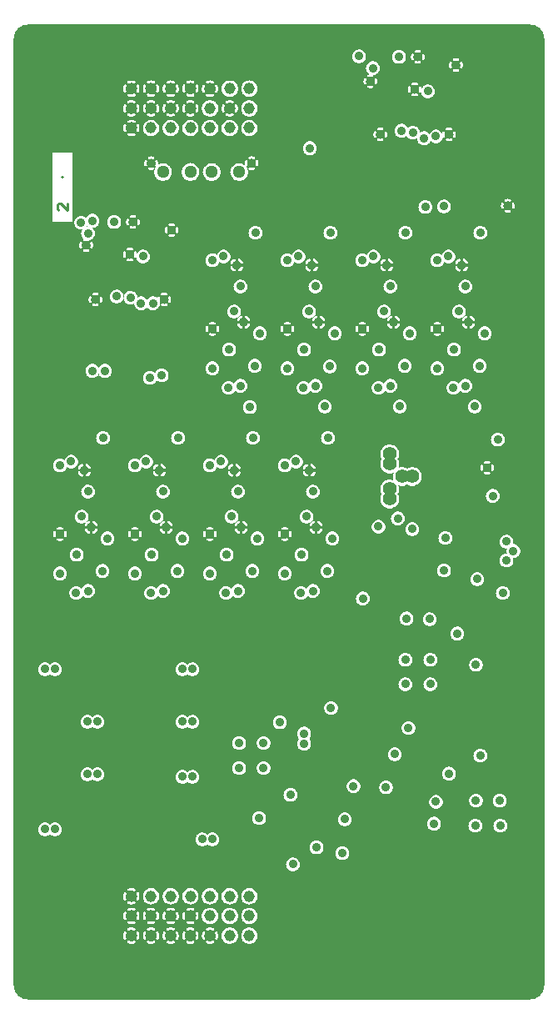
<source format=gbr>
G04 start of page 4 for group 2 idx 2 *
G04 Title: EPTPREAMPS, ground *
G04 Creator: pcb 1.99z *
G04 CreationDate: Fr 20 Jun 2014 11:29:12 GMT UTC *
G04 For: stephan *
G04 Format: Gerber/RS-274X *
G04 PCB-Dimensions (mil): 2952.76 4724.41 *
G04 PCB-Coordinate-Origin: lower left *
%MOIN*%
%FSLAX25Y25*%
%LNGROUND*%
%ADD77C,0.0700*%
%ADD76C,0.0236*%
%ADD75C,0.0256*%
%ADD74C,0.0252*%
%ADD73C,0.0240*%
%ADD72C,0.0866*%
%ADD71C,0.0157*%
%ADD70C,0.0512*%
%ADD69C,0.0550*%
%ADD68C,0.0354*%
%ADD67C,0.0553*%
%ADD66C,0.0900*%
%ADD65C,0.1181*%
%ADD64C,0.0472*%
%ADD63C,0.1575*%
%ADD62C,0.0453*%
%ADD61C,0.0098*%
%ADD60C,0.0100*%
%ADD59C,0.0001*%
G54D59*G36*
X235996Y224312D02*X236020Y224008D01*
X236121Y223587D01*
X236287Y223186D01*
X236514Y222816D01*
X236795Y222486D01*
X237125Y222204D01*
X237495Y221978D01*
X237896Y221812D01*
X238318Y221711D01*
X238750Y221677D01*
X238931Y221691D01*
X238871Y221545D01*
X238770Y221123D01*
X238736Y220691D01*
X238770Y220258D01*
X238871Y219837D01*
X238931Y219691D01*
X238750Y219705D01*
X238318Y219671D01*
X237896Y219570D01*
X237495Y219404D01*
X237125Y219177D01*
X236795Y218896D01*
X236514Y218566D01*
X236287Y218196D01*
X236121Y217795D01*
X236020Y217373D01*
X235996Y217070D01*
Y224312D01*
G37*
G36*
X253937Y425197D02*Y47244D01*
X248031Y41339D01*
X241445D01*
Y216360D01*
X241480Y216508D01*
X241506Y216941D01*
X241480Y217373D01*
X241445Y217522D01*
Y217931D01*
X241500Y217927D01*
X241932Y217961D01*
X242354Y218062D01*
X242755Y218228D01*
X243125Y218454D01*
X243455Y218736D01*
X243736Y219066D01*
X243963Y219436D01*
X244129Y219837D01*
X244230Y220258D01*
X244256Y220691D01*
X244230Y221123D01*
X244129Y221545D01*
X243963Y221946D01*
X243736Y222316D01*
X243455Y222646D01*
X243125Y222927D01*
X242755Y223154D01*
X242354Y223320D01*
X241932Y223421D01*
X241500Y223455D01*
X241445Y223451D01*
Y223860D01*
X241480Y224008D01*
X241506Y224441D01*
X241480Y224873D01*
X241445Y225022D01*
Y357425D01*
X241511Y357439D01*
X241584Y357466D01*
X241651Y357504D01*
X241712Y357552D01*
X241765Y357609D01*
X241807Y357673D01*
X241838Y357744D01*
X241914Y357974D01*
X241966Y358210D01*
X241998Y358449D01*
X242009Y358691D01*
X241998Y358932D01*
X241966Y359172D01*
X241914Y359408D01*
X241841Y359638D01*
X241809Y359709D01*
X241766Y359774D01*
X241713Y359831D01*
X241652Y359880D01*
X241585Y359918D01*
X241512Y359945D01*
X241445Y359958D01*
Y431102D01*
X248031D01*
X253937Y425197D01*
G37*
G36*
X241445Y225022D02*X241379Y225295D01*
X241213Y225696D01*
X240986Y226066D01*
X240705Y226396D01*
X240375Y226677D01*
X240005Y226904D01*
X239604Y227070D01*
X239251Y227155D01*
Y355932D01*
X239491Y355943D01*
X239731Y355975D01*
X239967Y356027D01*
X240197Y356100D01*
X240268Y356132D01*
X240333Y356175D01*
X240390Y356228D01*
X240439Y356289D01*
X240477Y356356D01*
X240504Y356429D01*
X240519Y356505D01*
X240523Y356583D01*
X240514Y356660D01*
X240493Y356735D01*
X240460Y356806D01*
X240417Y356870D01*
X240365Y356928D01*
X240304Y356976D01*
X240236Y357014D01*
X240163Y357041D01*
X240087Y357057D01*
X240009Y357060D01*
X239932Y357051D01*
X239858Y357029D01*
X239711Y356980D01*
X239559Y356946D01*
X239405Y356926D01*
X239251Y356919D01*
Y360463D01*
X239405Y360456D01*
X239559Y360435D01*
X239711Y360402D01*
X239859Y360355D01*
X239933Y360333D01*
X240010Y360324D01*
X240087Y360327D01*
X240163Y360342D01*
X240235Y360369D01*
X240303Y360407D01*
X240364Y360455D01*
X240416Y360512D01*
X240459Y360577D01*
X240491Y360647D01*
X240512Y360722D01*
X240521Y360799D01*
X240518Y360876D01*
X240502Y360952D01*
X240475Y361025D01*
X240437Y361092D01*
X240389Y361153D01*
X240332Y361206D01*
X240268Y361248D01*
X240197Y361279D01*
X239967Y361355D01*
X239731Y361407D01*
X239491Y361439D01*
X239251Y361449D01*
Y431102D01*
X241445D01*
Y359958D01*
X241436Y359960D01*
X241358Y359964D01*
X241281Y359955D01*
X241206Y359934D01*
X241135Y359901D01*
X241070Y359858D01*
X241013Y359806D01*
X240965Y359745D01*
X240927Y359677D01*
X240900Y359604D01*
X240884Y359528D01*
X240881Y359450D01*
X240890Y359373D01*
X240912Y359299D01*
X240961Y359151D01*
X240994Y359000D01*
X241015Y358846D01*
X241022Y358691D01*
X241015Y358536D01*
X240994Y358382D01*
X240961Y358230D01*
X240914Y358082D01*
X240892Y358008D01*
X240883Y357931D01*
X240886Y357854D01*
X240901Y357778D01*
X240928Y357705D01*
X240966Y357638D01*
X241015Y357577D01*
X241072Y357525D01*
X241136Y357482D01*
X241206Y357450D01*
X241281Y357429D01*
X241358Y357420D01*
X241435Y357423D01*
X241445Y357425D01*
Y225022D01*
G37*
G36*
Y223451D02*X241319Y223441D01*
X241379Y223587D01*
X241445Y223860D01*
Y223451D01*
G37*
G36*
Y217522D02*X241379Y217795D01*
X241319Y217941D01*
X241445Y217931D01*
Y217522D01*
G37*
G36*
Y41339D02*X239251D01*
Y202040D01*
X239486Y202316D01*
X239713Y202686D01*
X239879Y203087D01*
X239980Y203508D01*
X240006Y203941D01*
X239980Y204373D01*
X239879Y204795D01*
X239713Y205196D01*
X239486Y205566D01*
X239251Y205842D01*
Y214227D01*
X239604Y214312D01*
X240005Y214478D01*
X240375Y214704D01*
X240705Y214986D01*
X240986Y215316D01*
X241213Y215686D01*
X241379Y216087D01*
X241445Y216360D01*
Y41339D01*
G37*
G36*
X239251Y227155D02*X239182Y227171D01*
X238750Y227205D01*
X238318Y227171D01*
X237896Y227070D01*
X237495Y226904D01*
X237125Y226677D01*
X237055Y226618D01*
Y263109D01*
X237205Y263236D01*
X237486Y263566D01*
X237713Y263936D01*
X237879Y264337D01*
X237980Y264758D01*
X238006Y265191D01*
X237980Y265623D01*
X237879Y266045D01*
X237713Y266446D01*
X237486Y266816D01*
X237205Y267146D01*
X237055Y267273D01*
Y357423D01*
X237064Y357422D01*
X237142Y357418D01*
X237219Y357427D01*
X237294Y357448D01*
X237365Y357481D01*
X237430Y357524D01*
X237487Y357576D01*
X237535Y357637D01*
X237573Y357705D01*
X237600Y357778D01*
X237616Y357854D01*
X237619Y357931D01*
X237610Y358009D01*
X237588Y358083D01*
X237539Y358230D01*
X237505Y358382D01*
X237485Y358536D01*
X237478Y358691D01*
X237485Y358846D01*
X237505Y359000D01*
X237539Y359151D01*
X237586Y359299D01*
X237608Y359374D01*
X237617Y359451D01*
X237614Y359528D01*
X237599Y359604D01*
X237572Y359676D01*
X237534Y359744D01*
X237485Y359805D01*
X237428Y359857D01*
X237364Y359900D01*
X237293Y359932D01*
X237219Y359953D01*
X237142Y359962D01*
X237065Y359959D01*
X237055Y359957D01*
Y431102D01*
X239251D01*
Y361449D01*
X239250Y361450D01*
X239009Y361439D01*
X238769Y361407D01*
X238533Y361355D01*
X238302Y361282D01*
X238232Y361250D01*
X238167Y361207D01*
X238110Y361154D01*
X238061Y361093D01*
X238023Y361026D01*
X237996Y360953D01*
X237981Y360877D01*
X237977Y360799D01*
X237986Y360722D01*
X238007Y360647D01*
X238040Y360576D01*
X238083Y360511D01*
X238135Y360454D01*
X238196Y360406D01*
X238264Y360368D01*
X238337Y360341D01*
X238413Y360325D01*
X238491Y360322D01*
X238568Y360331D01*
X238642Y360353D01*
X238789Y360402D01*
X238941Y360435D01*
X239095Y360456D01*
X239250Y360463D01*
X239251Y360463D01*
Y356919D01*
X239250Y356919D01*
X239095Y356926D01*
X238941Y356946D01*
X238789Y356980D01*
X238641Y357027D01*
X238567Y357049D01*
X238490Y357058D01*
X238413Y357055D01*
X238337Y357040D01*
X238265Y357013D01*
X238197Y356975D01*
X238136Y356926D01*
X238084Y356869D01*
X238041Y356805D01*
X238009Y356734D01*
X237988Y356660D01*
X237979Y356583D01*
X237982Y356505D01*
X237998Y356430D01*
X238025Y356357D01*
X238063Y356289D01*
X238111Y356229D01*
X238168Y356176D01*
X238232Y356134D01*
X238303Y356103D01*
X238533Y356027D01*
X238769Y355975D01*
X239009Y355943D01*
X239250Y355932D01*
X239251Y355932D01*
Y227155D01*
G37*
G36*
X237055Y267273D02*X236875Y267427D01*
X236505Y267654D01*
X236104Y267820D01*
X235996Y267846D01*
Y431102D01*
X237055D01*
Y359957D01*
X236989Y359943D01*
X236916Y359916D01*
X236849Y359878D01*
X236788Y359830D01*
X236735Y359773D01*
X236693Y359708D01*
X236662Y359638D01*
X236586Y359408D01*
X236534Y359172D01*
X236502Y358932D01*
X236491Y358691D01*
X236502Y358449D01*
X236534Y358210D01*
X236586Y357974D01*
X236659Y357743D01*
X236691Y357673D01*
X236734Y357608D01*
X236787Y357551D01*
X236848Y357502D01*
X236915Y357464D01*
X236988Y357437D01*
X237055Y357423D01*
Y267273D01*
G37*
G36*
Y226618D02*X236795Y226396D01*
X236514Y226066D01*
X236287Y225696D01*
X236121Y225295D01*
X236020Y224873D01*
X235996Y224570D01*
Y242519D01*
X236006Y242691D01*
X235996Y242863D01*
Y262536D01*
X236104Y262562D01*
X236505Y262728D01*
X236875Y262954D01*
X237055Y263109D01*
Y226618D01*
G37*
G36*
X239251Y205842D02*X239205Y205896D01*
X238875Y206177D01*
X238505Y206404D01*
X238104Y206570D01*
X237682Y206671D01*
X237250Y206705D01*
X236818Y206671D01*
X236396Y206570D01*
X235996Y206404D01*
Y216812D01*
X236020Y216508D01*
X236121Y216087D01*
X236287Y215686D01*
X236514Y215316D01*
X236795Y214986D01*
X237125Y214704D01*
X237495Y214478D01*
X237896Y214312D01*
X238318Y214211D01*
X238750Y214177D01*
X239182Y214211D01*
X239251Y214227D01*
Y205842D01*
G37*
G36*
Y41339D02*X235996D01*
Y108197D01*
X236250Y108177D01*
X236682Y108211D01*
X237104Y108312D01*
X237505Y108478D01*
X237875Y108704D01*
X238205Y108986D01*
X238486Y109316D01*
X238713Y109686D01*
X238879Y110087D01*
X238980Y110508D01*
X239006Y110941D01*
X238980Y111373D01*
X238879Y111795D01*
X238713Y112196D01*
X238486Y112566D01*
X238205Y112896D01*
X237875Y113177D01*
X237505Y113404D01*
X237104Y113570D01*
X236682Y113671D01*
X236250Y113705D01*
X235996Y113685D01*
Y118177D01*
X236000Y118177D01*
X236432Y118211D01*
X236854Y118312D01*
X237255Y118478D01*
X237625Y118704D01*
X237955Y118986D01*
X238236Y119316D01*
X238463Y119686D01*
X238629Y120087D01*
X238730Y120508D01*
X238756Y120941D01*
X238730Y121373D01*
X238629Y121795D01*
X238463Y122196D01*
X238236Y122566D01*
X237955Y122896D01*
X237625Y123177D01*
X237255Y123404D01*
X236854Y123570D01*
X236432Y123671D01*
X236000Y123705D01*
X235996Y123705D01*
Y201478D01*
X236396Y201312D01*
X236818Y201211D01*
X237250Y201177D01*
X237682Y201211D01*
X238104Y201312D01*
X238505Y201478D01*
X238875Y201704D01*
X239205Y201986D01*
X239251Y202040D01*
Y41339D01*
G37*
G36*
X233195Y263354D02*X233295Y263236D01*
X233625Y262954D01*
X233995Y262728D01*
X234396Y262562D01*
X234818Y262461D01*
X235250Y262427D01*
X235682Y262461D01*
X235996Y262536D01*
Y242863D01*
X235980Y243123D01*
X235879Y243545D01*
X235713Y243946D01*
X235486Y244316D01*
X235205Y244646D01*
X234875Y244927D01*
X234505Y245154D01*
X234104Y245320D01*
X233682Y245421D01*
X233250Y245455D01*
X233195Y245451D01*
Y252675D01*
X233261Y252689D01*
X233334Y252716D01*
X233401Y252754D01*
X233462Y252802D01*
X233515Y252859D01*
X233557Y252923D01*
X233588Y252994D01*
X233664Y253224D01*
X233716Y253460D01*
X233748Y253699D01*
X233759Y253941D01*
X233748Y254182D01*
X233716Y254422D01*
X233664Y254658D01*
X233591Y254888D01*
X233559Y254959D01*
X233516Y255024D01*
X233463Y255081D01*
X233402Y255130D01*
X233335Y255168D01*
X233262Y255195D01*
X233195Y255208D01*
Y263354D01*
G37*
G36*
Y431102D02*X235996D01*
Y267846D01*
X235682Y267921D01*
X235250Y267955D01*
X234818Y267921D01*
X234396Y267820D01*
X233995Y267654D01*
X233625Y267427D01*
X233295Y267146D01*
X233195Y267028D01*
Y431102D01*
G37*
G36*
X235996Y41339D02*X233195D01*
Y239931D01*
X233250Y239927D01*
X233682Y239961D01*
X234104Y240062D01*
X234505Y240228D01*
X234875Y240454D01*
X235205Y240736D01*
X235486Y241066D01*
X235713Y241436D01*
X235879Y241837D01*
X235980Y242258D01*
X235996Y242519D01*
Y224570D01*
X235986Y224441D01*
X235996Y224312D01*
Y217070D01*
X235986Y216941D01*
X235996Y216812D01*
Y206404D01*
X235995Y206404D01*
X235625Y206177D01*
X235295Y205896D01*
X235014Y205566D01*
X234787Y205196D01*
X234621Y204795D01*
X234520Y204373D01*
X234486Y203941D01*
X234520Y203508D01*
X234621Y203087D01*
X234787Y202686D01*
X235014Y202316D01*
X235295Y201986D01*
X235625Y201704D01*
X235995Y201478D01*
X235996Y201478D01*
Y123705D01*
X235568Y123671D01*
X235146Y123570D01*
X234745Y123404D01*
X234375Y123177D01*
X234045Y122896D01*
X233764Y122566D01*
X233537Y122196D01*
X233371Y121795D01*
X233270Y121373D01*
X233236Y120941D01*
X233270Y120508D01*
X233371Y120087D01*
X233537Y119686D01*
X233764Y119316D01*
X234045Y118986D01*
X234375Y118704D01*
X234745Y118478D01*
X235146Y118312D01*
X235568Y118211D01*
X235996Y118177D01*
Y113685D01*
X235818Y113671D01*
X235396Y113570D01*
X234995Y113404D01*
X234625Y113177D01*
X234295Y112896D01*
X234014Y112566D01*
X233787Y112196D01*
X233621Y111795D01*
X233520Y111373D01*
X233486Y110941D01*
X233520Y110508D01*
X233621Y110087D01*
X233787Y109686D01*
X234014Y109316D01*
X234295Y108986D01*
X234625Y108704D01*
X234995Y108478D01*
X235396Y108312D01*
X235818Y108211D01*
X235996Y108197D01*
Y41339D01*
G37*
G36*
X233195D02*X229996D01*
Y136808D01*
X230205Y136986D01*
X230486Y137316D01*
X230713Y137686D01*
X230879Y138087D01*
X230980Y138508D01*
X231006Y138941D01*
X230980Y139373D01*
X230879Y139795D01*
X230713Y140196D01*
X230486Y140566D01*
X230205Y140896D01*
X229996Y141074D01*
Y251378D01*
X230053Y251353D01*
X230283Y251277D01*
X230519Y251225D01*
X230759Y251193D01*
X231000Y251182D01*
X231241Y251193D01*
X231481Y251225D01*
X231717Y251277D01*
X231947Y251350D01*
X232018Y251382D01*
X232083Y251425D01*
X232140Y251478D01*
X232189Y251539D01*
X232227Y251606D01*
X232254Y251679D01*
X232269Y251755D01*
X232273Y251833D01*
X232264Y251910D01*
X232243Y251985D01*
X232210Y252056D01*
X232167Y252120D01*
X232115Y252178D01*
X232054Y252226D01*
X231986Y252264D01*
X231913Y252291D01*
X231837Y252307D01*
X231759Y252310D01*
X231682Y252301D01*
X231608Y252279D01*
X231461Y252230D01*
X231309Y252196D01*
X231155Y252176D01*
X231000Y252169D01*
X230845Y252176D01*
X230691Y252196D01*
X230539Y252230D01*
X230391Y252277D01*
X230317Y252299D01*
X230240Y252308D01*
X230163Y252305D01*
X230087Y252290D01*
X230015Y252263D01*
X229996Y252252D01*
Y255628D01*
X230014Y255618D01*
X230087Y255591D01*
X230163Y255575D01*
X230241Y255572D01*
X230318Y255581D01*
X230392Y255603D01*
X230539Y255652D01*
X230691Y255685D01*
X230845Y255706D01*
X231000Y255713D01*
X231155Y255706D01*
X231309Y255685D01*
X231461Y255652D01*
X231609Y255605D01*
X231683Y255583D01*
X231760Y255574D01*
X231837Y255577D01*
X231913Y255592D01*
X231985Y255619D01*
X232053Y255657D01*
X232114Y255705D01*
X232166Y255762D01*
X232209Y255827D01*
X232241Y255897D01*
X232262Y255972D01*
X232271Y256049D01*
X232268Y256126D01*
X232252Y256202D01*
X232225Y256275D01*
X232187Y256342D01*
X232139Y256403D01*
X232082Y256456D01*
X232018Y256498D01*
X231947Y256529D01*
X231717Y256605D01*
X231481Y256657D01*
X231241Y256689D01*
X231000Y256700D01*
X230759Y256689D01*
X230519Y256657D01*
X230283Y256605D01*
X230052Y256532D01*
X229996Y256506D01*
Y292784D01*
X230236Y293066D01*
X230463Y293436D01*
X230629Y293837D01*
X230730Y294258D01*
X230756Y294691D01*
X230730Y295123D01*
X230629Y295545D01*
X230463Y295946D01*
X230236Y296316D01*
X229996Y296598D01*
Y304927D01*
X230000Y304927D01*
X230432Y304961D01*
X230854Y305062D01*
X231255Y305228D01*
X231625Y305454D01*
X231955Y305736D01*
X232236Y306066D01*
X232463Y306436D01*
X232629Y306837D01*
X232730Y307258D01*
X232756Y307691D01*
X232730Y308123D01*
X232629Y308545D01*
X232463Y308946D01*
X232236Y309316D01*
X231955Y309646D01*
X231625Y309927D01*
X231255Y310154D01*
X230854Y310320D01*
X230432Y310421D01*
X230000Y310455D01*
X229996Y310455D01*
Y345808D01*
X230205Y345986D01*
X230486Y346316D01*
X230713Y346686D01*
X230879Y347087D01*
X230980Y347508D01*
X231006Y347941D01*
X230980Y348373D01*
X230879Y348795D01*
X230713Y349196D01*
X230486Y349566D01*
X230205Y349896D01*
X229996Y350074D01*
Y431102D01*
X233195D01*
Y267028D01*
X233014Y266816D01*
X232787Y266446D01*
X232621Y266045D01*
X232520Y265623D01*
X232486Y265191D01*
X232520Y264758D01*
X232621Y264337D01*
X232787Y263936D01*
X233014Y263566D01*
X233195Y263354D01*
Y255208D01*
X233186Y255210D01*
X233108Y255214D01*
X233031Y255205D01*
X232956Y255184D01*
X232885Y255151D01*
X232820Y255108D01*
X232763Y255056D01*
X232715Y254995D01*
X232677Y254927D01*
X232650Y254854D01*
X232634Y254778D01*
X232631Y254700D01*
X232640Y254623D01*
X232662Y254549D01*
X232711Y254401D01*
X232744Y254250D01*
X232765Y254096D01*
X232772Y253941D01*
X232765Y253786D01*
X232744Y253632D01*
X232711Y253480D01*
X232664Y253332D01*
X232642Y253258D01*
X232633Y253181D01*
X232636Y253104D01*
X232651Y253028D01*
X232678Y252955D01*
X232716Y252888D01*
X232765Y252827D01*
X232822Y252775D01*
X232886Y252732D01*
X232956Y252700D01*
X233031Y252679D01*
X233108Y252670D01*
X233185Y252673D01*
X233195Y252675D01*
Y245451D01*
X232818Y245421D01*
X232396Y245320D01*
X231995Y245154D01*
X231625Y244927D01*
X231295Y244646D01*
X231014Y244316D01*
X230787Y243946D01*
X230621Y243545D01*
X230520Y243123D01*
X230486Y242691D01*
X230520Y242258D01*
X230621Y241837D01*
X230787Y241436D01*
X231014Y241066D01*
X231295Y240736D01*
X231625Y240454D01*
X231995Y240228D01*
X232396Y240062D01*
X232818Y239961D01*
X233195Y239931D01*
Y41339D01*
G37*
G36*
X228805Y292050D02*X228854Y292062D01*
X229255Y292228D01*
X229625Y292454D01*
X229955Y292736D01*
X229996Y292784D01*
Y256506D01*
X229982Y256500D01*
X229917Y256457D01*
X229860Y256404D01*
X229811Y256343D01*
X229773Y256276D01*
X229746Y256203D01*
X229731Y256127D01*
X229727Y256049D01*
X229736Y255972D01*
X229757Y255897D01*
X229790Y255826D01*
X229833Y255761D01*
X229885Y255704D01*
X229946Y255656D01*
X229996Y255628D01*
Y252252D01*
X229947Y252225D01*
X229886Y252176D01*
X229834Y252119D01*
X229791Y252055D01*
X229759Y251984D01*
X229738Y251910D01*
X229729Y251833D01*
X229732Y251755D01*
X229748Y251680D01*
X229775Y251607D01*
X229813Y251539D01*
X229861Y251479D01*
X229918Y251426D01*
X229982Y251384D01*
X229996Y251378D01*
Y141074D01*
X229875Y141177D01*
X229505Y141404D01*
X229104Y141570D01*
X228805Y141642D01*
Y173678D01*
X228963Y173936D01*
X229129Y174337D01*
X229230Y174758D01*
X229256Y175191D01*
X229230Y175623D01*
X229129Y176045D01*
X228963Y176446D01*
X228805Y176704D01*
Y207359D01*
X228955Y207486D01*
X229236Y207816D01*
X229463Y208186D01*
X229629Y208587D01*
X229730Y209008D01*
X229756Y209441D01*
X229730Y209873D01*
X229629Y210295D01*
X229463Y210696D01*
X229236Y211066D01*
X228955Y211396D01*
X228805Y211523D01*
Y252673D01*
X228814Y252672D01*
X228892Y252668D01*
X228969Y252677D01*
X229044Y252698D01*
X229115Y252731D01*
X229180Y252774D01*
X229237Y252826D01*
X229285Y252887D01*
X229323Y252955D01*
X229350Y253028D01*
X229366Y253104D01*
X229369Y253181D01*
X229360Y253259D01*
X229338Y253333D01*
X229289Y253480D01*
X229255Y253632D01*
X229235Y253786D01*
X229228Y253941D01*
X229235Y254096D01*
X229255Y254250D01*
X229289Y254401D01*
X229336Y254549D01*
X229358Y254624D01*
X229367Y254701D01*
X229364Y254778D01*
X229349Y254854D01*
X229322Y254926D01*
X229284Y254994D01*
X229235Y255055D01*
X229178Y255107D01*
X229114Y255150D01*
X229043Y255182D01*
X228969Y255203D01*
X228892Y255212D01*
X228815Y255209D01*
X228805Y255207D01*
Y292050D01*
G37*
G36*
Y176704D02*X228736Y176816D01*
X228455Y177146D01*
X228125Y177427D01*
X227755Y177654D01*
X227354Y177820D01*
X226932Y177921D01*
X226500Y177955D01*
X226246Y177935D01*
Y206788D01*
X226568Y206711D01*
X227000Y206677D01*
X227432Y206711D01*
X227854Y206812D01*
X228255Y206978D01*
X228625Y207204D01*
X228805Y207359D01*
Y176704D01*
G37*
G36*
Y141642D02*X228682Y141671D01*
X228250Y141705D01*
X227818Y141671D01*
X227396Y141570D01*
X226995Y141404D01*
X226625Y141177D01*
X226295Y140896D01*
X226246Y140838D01*
Y172447D01*
X226500Y172427D01*
X226932Y172461D01*
X227354Y172562D01*
X227755Y172728D01*
X228125Y172954D01*
X228455Y173236D01*
X228736Y173566D01*
X228805Y173678D01*
Y141642D01*
G37*
G36*
X226246Y292565D02*X226375Y292454D01*
X226745Y292228D01*
X227146Y292062D01*
X227568Y291961D01*
X228000Y291927D01*
X228432Y291961D01*
X228805Y292050D01*
Y255207D01*
X228739Y255193D01*
X228666Y255166D01*
X228599Y255128D01*
X228538Y255080D01*
X228485Y255023D01*
X228443Y254958D01*
X228412Y254888D01*
X228336Y254658D01*
X228284Y254422D01*
X228252Y254182D01*
X228241Y253941D01*
X228252Y253699D01*
X228284Y253460D01*
X228336Y253224D01*
X228409Y252993D01*
X228441Y252923D01*
X228484Y252858D01*
X228537Y252801D01*
X228598Y252752D01*
X228665Y252714D01*
X228738Y252687D01*
X228805Y252673D01*
Y211523D01*
X228625Y211677D01*
X228255Y211904D01*
X227854Y212070D01*
X227432Y212171D01*
X227000Y212205D01*
X226568Y212171D01*
X226246Y212094D01*
Y275696D01*
X226432Y275711D01*
X226854Y275812D01*
X227255Y275978D01*
X227625Y276204D01*
X227955Y276486D01*
X228236Y276816D01*
X228463Y277186D01*
X228629Y277587D01*
X228730Y278008D01*
X228756Y278441D01*
X228730Y278873D01*
X228629Y279295D01*
X228463Y279696D01*
X228236Y280066D01*
X227955Y280396D01*
X227625Y280677D01*
X227255Y280904D01*
X226854Y281070D01*
X226432Y281171D01*
X226246Y281186D01*
Y292565D01*
G37*
G36*
Y346044D02*X226295Y345986D01*
X226625Y345704D01*
X226995Y345478D01*
X227396Y345312D01*
X227818Y345211D01*
X228250Y345177D01*
X228682Y345211D01*
X229104Y345312D01*
X229505Y345478D01*
X229875Y345704D01*
X229996Y345808D01*
Y310455D01*
X229568Y310421D01*
X229146Y310320D01*
X228745Y310154D01*
X228375Y309927D01*
X228045Y309646D01*
X227764Y309316D01*
X227537Y308946D01*
X227371Y308545D01*
X227270Y308123D01*
X227236Y307691D01*
X227270Y307258D01*
X227371Y306837D01*
X227537Y306436D01*
X227764Y306066D01*
X228045Y305736D01*
X228375Y305454D01*
X228745Y305228D01*
X229146Y305062D01*
X229568Y304961D01*
X229996Y304927D01*
Y296598D01*
X229955Y296646D01*
X229625Y296927D01*
X229255Y297154D01*
X228854Y297320D01*
X228432Y297421D01*
X228000Y297455D01*
X227568Y297421D01*
X227146Y297320D01*
X226745Y297154D01*
X226375Y296927D01*
X226246Y296817D01*
Y346044D01*
G37*
G36*
Y431102D02*X229996D01*
Y350074D01*
X229875Y350177D01*
X229505Y350404D01*
X229104Y350570D01*
X228682Y350671D01*
X228250Y350705D01*
X227818Y350671D01*
X227396Y350570D01*
X226995Y350404D01*
X226625Y350177D01*
X226295Y349896D01*
X226246Y349838D01*
Y431102D01*
G37*
G36*
X229996Y41339D02*X226246D01*
Y108177D01*
X226250Y108177D01*
X226682Y108211D01*
X227104Y108312D01*
X227505Y108478D01*
X227875Y108704D01*
X228205Y108986D01*
X228486Y109316D01*
X228713Y109686D01*
X228879Y110087D01*
X228980Y110508D01*
X229006Y110941D01*
X228980Y111373D01*
X228879Y111795D01*
X228713Y112196D01*
X228486Y112566D01*
X228205Y112896D01*
X227875Y113177D01*
X227505Y113404D01*
X227104Y113570D01*
X226682Y113671D01*
X226250Y113705D01*
X226246Y113705D01*
Y118197D01*
X226500Y118177D01*
X226932Y118211D01*
X227354Y118312D01*
X227755Y118478D01*
X228125Y118704D01*
X228455Y118986D01*
X228736Y119316D01*
X228963Y119686D01*
X229129Y120087D01*
X229230Y120508D01*
X229256Y120941D01*
X229230Y121373D01*
X229129Y121795D01*
X228963Y122196D01*
X228736Y122566D01*
X228455Y122896D01*
X228125Y123177D01*
X227755Y123404D01*
X227354Y123570D01*
X226932Y123671D01*
X226500Y123705D01*
X226246Y123685D01*
Y137044D01*
X226295Y136986D01*
X226625Y136704D01*
X226995Y136478D01*
X227396Y136312D01*
X227818Y136211D01*
X228250Y136177D01*
X228682Y136211D01*
X229104Y136312D01*
X229505Y136478D01*
X229875Y136704D01*
X229996Y136808D01*
Y41339D01*
G37*
G36*
X225004Y118625D02*X225245Y118478D01*
X225646Y118312D01*
X226068Y118211D01*
X226246Y118197D01*
Y113705D01*
X225818Y113671D01*
X225396Y113570D01*
X225004Y113408D01*
Y118625D01*
G37*
G36*
Y172875D02*X225245Y172728D01*
X225646Y172562D01*
X226068Y172461D01*
X226246Y172447D01*
Y140838D01*
X226014Y140566D01*
X225787Y140196D01*
X225621Y139795D01*
X225520Y139373D01*
X225486Y138941D01*
X225520Y138508D01*
X225621Y138087D01*
X225787Y137686D01*
X226014Y137316D01*
X226246Y137044D01*
Y123685D01*
X226068Y123671D01*
X225646Y123570D01*
X225245Y123404D01*
X225004Y123256D01*
Y172875D01*
G37*
G36*
Y207534D02*X225045Y207486D01*
X225375Y207204D01*
X225745Y206978D01*
X226146Y206812D01*
X226246Y206788D01*
Y177935D01*
X226068Y177921D01*
X225646Y177820D01*
X225245Y177654D01*
X225004Y177506D01*
Y207534D01*
G37*
G36*
Y275870D02*X225146Y275812D01*
X225568Y275711D01*
X226000Y275677D01*
X226246Y275696D01*
Y212094D01*
X226146Y212070D01*
X225745Y211904D01*
X225375Y211677D01*
X225045Y211396D01*
X225004Y211348D01*
Y275870D01*
G37*
G36*
Y286662D02*X225006Y286691D01*
X225004Y286720D01*
Y309882D01*
X225080Y309930D01*
X225272Y310077D01*
X225451Y310240D01*
X225614Y310419D01*
X225761Y310610D01*
X225891Y310814D01*
X226002Y311029D01*
X226030Y311102D01*
X226045Y311178D01*
X226048Y311255D01*
X226039Y311333D01*
X226018Y311408D01*
X225986Y311478D01*
X225943Y311543D01*
X225890Y311600D01*
X225830Y311649D01*
X225762Y311687D01*
X225689Y311714D01*
X225613Y311729D01*
X225535Y311732D01*
X225458Y311724D01*
X225383Y311703D01*
X225312Y311670D01*
X225248Y311627D01*
X225190Y311575D01*
X225142Y311514D01*
X225105Y311445D01*
X225035Y311307D01*
X225004Y311258D01*
Y313124D01*
X225035Y313075D01*
X225107Y312937D01*
X225143Y312869D01*
X225192Y312808D01*
X225249Y312756D01*
X225313Y312713D01*
X225384Y312681D01*
X225458Y312660D01*
X225535Y312651D01*
X225613Y312654D01*
X225688Y312670D01*
X225761Y312697D01*
X225829Y312735D01*
X225889Y312783D01*
X225942Y312840D01*
X225985Y312904D01*
X226017Y312975D01*
X226038Y313050D01*
X226046Y313126D01*
X226043Y313204D01*
X226028Y313280D01*
X225999Y313352D01*
X225891Y313567D01*
X225761Y313771D01*
X225614Y313963D01*
X225451Y314142D01*
X225272Y314305D01*
X225080Y314452D01*
X225004Y314500D01*
Y326412D01*
X225006Y326441D01*
X225004Y326470D01*
Y431102D01*
X226246D01*
Y349838D01*
X226014Y349566D01*
X225787Y349196D01*
X225621Y348795D01*
X225520Y348373D01*
X225486Y347941D01*
X225520Y347508D01*
X225621Y347087D01*
X225787Y346686D01*
X226014Y346316D01*
X226246Y346044D01*
Y296817D01*
X226045Y296646D01*
X225764Y296316D01*
X225537Y295946D01*
X225371Y295545D01*
X225270Y295123D01*
X225236Y294691D01*
X225270Y294258D01*
X225371Y293837D01*
X225537Y293436D01*
X225764Y293066D01*
X226045Y292736D01*
X226246Y292565D01*
Y281186D01*
X226000Y281205D01*
X225568Y281171D01*
X225146Y281070D01*
X225004Y281011D01*
Y286662D01*
G37*
G36*
X226246Y41339D02*X225004D01*
Y108474D01*
X225396Y108312D01*
X225818Y108211D01*
X226246Y108177D01*
Y41339D01*
G37*
G36*
X225004Y326470D02*X224980Y326873D01*
X224879Y327295D01*
X224713Y327696D01*
X224486Y328066D01*
X224205Y328396D01*
X223875Y328677D01*
X223505Y328904D01*
X223104Y329070D01*
X222682Y329171D01*
X222254Y329205D01*
Y332632D01*
X222330Y332680D01*
X222522Y332827D01*
X222701Y332990D01*
X222864Y333169D01*
X223011Y333360D01*
X223141Y333564D01*
X223252Y333779D01*
X223280Y333852D01*
X223295Y333928D01*
X223298Y334005D01*
X223289Y334083D01*
X223268Y334158D01*
X223236Y334228D01*
X223193Y334293D01*
X223140Y334350D01*
X223080Y334399D01*
X223012Y334437D01*
X222939Y334464D01*
X222863Y334479D01*
X222785Y334482D01*
X222708Y334474D01*
X222633Y334453D01*
X222562Y334420D01*
X222498Y334377D01*
X222440Y334325D01*
X222392Y334264D01*
X222355Y334195D01*
X222285Y334057D01*
X222254Y334008D01*
Y335874D01*
X222285Y335825D01*
X222357Y335687D01*
X222393Y335619D01*
X222442Y335558D01*
X222499Y335506D01*
X222563Y335463D01*
X222634Y335431D01*
X222708Y335410D01*
X222785Y335401D01*
X222863Y335404D01*
X222938Y335420D01*
X223011Y335447D01*
X223079Y335485D01*
X223139Y335533D01*
X223192Y335590D01*
X223235Y335654D01*
X223267Y335725D01*
X223288Y335800D01*
X223296Y335876D01*
X223293Y335954D01*
X223278Y336030D01*
X223249Y336102D01*
X223141Y336317D01*
X223011Y336521D01*
X222864Y336713D01*
X222701Y336892D01*
X222522Y337055D01*
X222330Y337202D01*
X222254Y337250D01*
Y431102D01*
X225004D01*
Y326470D01*
G37*
G36*
Y286720D02*X224980Y287123D01*
X224879Y287545D01*
X224713Y287946D01*
X224486Y288316D01*
X224205Y288646D01*
X223875Y288927D01*
X223505Y289154D01*
X223104Y289320D01*
X222682Y289421D01*
X222254Y289455D01*
Y309733D01*
X222338Y309689D01*
X222411Y309661D01*
X222487Y309646D01*
X222565Y309643D01*
X222642Y309652D01*
X222717Y309673D01*
X222787Y309705D01*
X222852Y309748D01*
X222909Y309801D01*
X222958Y309861D01*
X222996Y309929D01*
X223023Y310002D01*
X223038Y310078D01*
X223041Y310156D01*
X223033Y310233D01*
X223012Y310308D01*
X222979Y310379D01*
X222936Y310443D01*
X222884Y310501D01*
X222823Y310549D01*
X222754Y310586D01*
X222616Y310656D01*
X222485Y310739D01*
X222362Y310833D01*
X222254Y310932D01*
Y313450D01*
X222362Y313549D01*
X222485Y313643D01*
X222616Y313726D01*
X222754Y313798D01*
X222822Y313834D01*
X222883Y313883D01*
X222935Y313940D01*
X222978Y314004D01*
X223010Y314075D01*
X223031Y314149D01*
X223040Y314226D01*
X223037Y314304D01*
X223021Y314379D01*
X222994Y314452D01*
X222956Y314520D01*
X222908Y314580D01*
X222851Y314633D01*
X222786Y314675D01*
X222716Y314708D01*
X222641Y314729D01*
X222564Y314737D01*
X222487Y314734D01*
X222411Y314719D01*
X222339Y314690D01*
X222254Y314648D01*
Y315285D01*
X222379Y315587D01*
X222480Y316008D01*
X222506Y316441D01*
X222480Y316873D01*
X222379Y317295D01*
X222254Y317597D01*
Y323677D01*
X222682Y323711D01*
X223104Y323812D01*
X223505Y323978D01*
X223875Y324204D01*
X224205Y324486D01*
X224486Y324816D01*
X224713Y325186D01*
X224879Y325587D01*
X224980Y326008D01*
X225004Y326412D01*
Y314500D01*
X224876Y314582D01*
X224662Y314693D01*
X224589Y314720D01*
X224513Y314736D01*
X224435Y314739D01*
X224358Y314730D01*
X224283Y314709D01*
X224213Y314677D01*
X224148Y314634D01*
X224091Y314581D01*
X224042Y314520D01*
X224004Y314453D01*
X223977Y314380D01*
X223962Y314304D01*
X223959Y314226D01*
X223967Y314149D01*
X223988Y314074D01*
X224021Y314003D01*
X224064Y313939D01*
X224116Y313881D01*
X224177Y313833D01*
X224246Y313796D01*
X224384Y313726D01*
X224515Y313643D01*
X224638Y313549D01*
X224753Y313444D01*
X224858Y313329D01*
X224952Y313206D01*
X225004Y313124D01*
Y311258D01*
X224952Y311176D01*
X224858Y311053D01*
X224753Y310938D01*
X224638Y310833D01*
X224515Y310739D01*
X224384Y310656D01*
X224246Y310584D01*
X224178Y310547D01*
X224117Y310499D01*
X224065Y310442D01*
X224022Y310378D01*
X223990Y310307D01*
X223969Y310233D01*
X223960Y310156D01*
X223963Y310078D01*
X223979Y310002D01*
X224006Y309930D01*
X224044Y309862D01*
X224092Y309802D01*
X224149Y309749D01*
X224214Y309706D01*
X224284Y309674D01*
X224359Y309653D01*
X224436Y309644D01*
X224513Y309648D01*
X224589Y309663D01*
X224661Y309691D01*
X224876Y309800D01*
X225004Y309882D01*
Y286720D01*
G37*
G36*
Y41339D02*X222254D01*
Y283927D01*
X222682Y283961D01*
X223104Y284062D01*
X223505Y284228D01*
X223875Y284454D01*
X224205Y284736D01*
X224486Y285066D01*
X224713Y285436D01*
X224879Y285837D01*
X224980Y286258D01*
X225004Y286662D01*
Y281011D01*
X224745Y280904D01*
X224375Y280677D01*
X224045Y280396D01*
X223764Y280066D01*
X223537Y279696D01*
X223371Y279295D01*
X223270Y278873D01*
X223236Y278441D01*
X223270Y278008D01*
X223371Y277587D01*
X223537Y277186D01*
X223764Y276816D01*
X224045Y276486D01*
X224375Y276204D01*
X224745Y275978D01*
X225004Y275870D01*
Y211348D01*
X224764Y211066D01*
X224537Y210696D01*
X224371Y210295D01*
X224270Y209873D01*
X224236Y209441D01*
X224270Y209008D01*
X224371Y208587D01*
X224537Y208186D01*
X224764Y207816D01*
X225004Y207534D01*
Y177506D01*
X224875Y177427D01*
X224545Y177146D01*
X224264Y176816D01*
X224037Y176446D01*
X223871Y176045D01*
X223770Y175623D01*
X223736Y175191D01*
X223770Y174758D01*
X223871Y174337D01*
X224037Y173936D01*
X224264Y173566D01*
X224545Y173236D01*
X224875Y172954D01*
X225004Y172875D01*
Y123256D01*
X224875Y123177D01*
X224545Y122896D01*
X224264Y122566D01*
X224037Y122196D01*
X223871Y121795D01*
X223770Y121373D01*
X223736Y120941D01*
X223770Y120508D01*
X223871Y120087D01*
X224037Y119686D01*
X224264Y119316D01*
X224545Y118986D01*
X224875Y118704D01*
X225004Y118625D01*
Y113408D01*
X224995Y113404D01*
X224625Y113177D01*
X224295Y112896D01*
X224014Y112566D01*
X223787Y112196D01*
X223621Y111795D01*
X223520Y111373D01*
X223486Y110941D01*
X223520Y110508D01*
X223621Y110087D01*
X223787Y109686D01*
X224014Y109316D01*
X224295Y108986D01*
X224625Y108704D01*
X224995Y108478D01*
X225004Y108474D01*
Y41339D01*
G37*
G36*
X222254Y329205D02*X222250Y329205D01*
X221818Y329171D01*
X221396Y329070D01*
X220995Y328904D01*
X220695Y328720D01*
Y413675D01*
X220761Y413689D01*
X220834Y413716D01*
X220901Y413754D01*
X220962Y413802D01*
X221015Y413859D01*
X221057Y413923D01*
X221088Y413994D01*
X221164Y414224D01*
X221216Y414460D01*
X221248Y414699D01*
X221259Y414941D01*
X221248Y415182D01*
X221216Y415422D01*
X221164Y415658D01*
X221091Y415888D01*
X221059Y415959D01*
X221016Y416024D01*
X220963Y416081D01*
X220902Y416130D01*
X220835Y416168D01*
X220762Y416195D01*
X220695Y416208D01*
Y431102D01*
X222254D01*
Y337250D01*
X222126Y337332D01*
X221912Y337443D01*
X221839Y337470D01*
X221763Y337486D01*
X221685Y337489D01*
X221608Y337480D01*
X221533Y337459D01*
X221463Y337427D01*
X221398Y337384D01*
X221341Y337331D01*
X221292Y337270D01*
X221254Y337203D01*
X221227Y337130D01*
X221212Y337054D01*
X221209Y336976D01*
X221217Y336899D01*
X221238Y336824D01*
X221271Y336753D01*
X221314Y336689D01*
X221366Y336631D01*
X221427Y336583D01*
X221496Y336546D01*
X221634Y336476D01*
X221765Y336393D01*
X221888Y336299D01*
X222003Y336194D01*
X222108Y336079D01*
X222202Y335956D01*
X222254Y335874D01*
Y334008D01*
X222202Y333926D01*
X222108Y333803D01*
X222003Y333688D01*
X221888Y333583D01*
X221765Y333489D01*
X221634Y333406D01*
X221496Y333334D01*
X221428Y333297D01*
X221367Y333249D01*
X221315Y333192D01*
X221272Y333128D01*
X221240Y333057D01*
X221219Y332983D01*
X221210Y332906D01*
X221213Y332828D01*
X221229Y332752D01*
X221256Y332680D01*
X221294Y332612D01*
X221342Y332552D01*
X221399Y332499D01*
X221464Y332456D01*
X221534Y332424D01*
X221609Y332403D01*
X221686Y332394D01*
X221763Y332398D01*
X221839Y332413D01*
X221911Y332441D01*
X222126Y332550D01*
X222254Y332632D01*
Y329205D01*
G37*
G36*
Y317597D02*X222213Y317696D01*
X221986Y318066D01*
X221705Y318396D01*
X221375Y318677D01*
X221005Y318904D01*
X220695Y319033D01*
Y324162D01*
X220995Y323978D01*
X221396Y323812D01*
X221818Y323711D01*
X222250Y323677D01*
X222254Y323677D01*
Y317597D01*
G37*
G36*
Y289455D02*X222250Y289455D01*
X221818Y289421D01*
X221396Y289320D01*
X220995Y289154D01*
X220695Y288970D01*
Y313849D01*
X221005Y313978D01*
X221375Y314204D01*
X221705Y314486D01*
X221986Y314816D01*
X222213Y315186D01*
X222254Y315285D01*
Y314648D01*
X222124Y314582D01*
X221920Y314452D01*
X221728Y314305D01*
X221549Y314142D01*
X221386Y313963D01*
X221239Y313771D01*
X221109Y313567D01*
X220998Y313353D01*
X220970Y313280D01*
X220955Y313204D01*
X220952Y313126D01*
X220961Y313049D01*
X220982Y312974D01*
X221014Y312904D01*
X221057Y312839D01*
X221110Y312782D01*
X221170Y312733D01*
X221238Y312695D01*
X221311Y312668D01*
X221387Y312653D01*
X221465Y312649D01*
X221542Y312658D01*
X221617Y312679D01*
X221688Y312712D01*
X221752Y312755D01*
X221810Y312807D01*
X221858Y312868D01*
X221895Y312936D01*
X221965Y313075D01*
X222048Y313206D01*
X222142Y313329D01*
X222247Y313444D01*
X222254Y313450D01*
Y310932D01*
X222247Y310938D01*
X222142Y311053D01*
X222048Y311176D01*
X221965Y311307D01*
X221893Y311445D01*
X221857Y311513D01*
X221808Y311574D01*
X221751Y311626D01*
X221687Y311669D01*
X221616Y311701D01*
X221542Y311722D01*
X221465Y311731D01*
X221387Y311727D01*
X221312Y311712D01*
X221239Y311685D01*
X221171Y311647D01*
X221111Y311599D01*
X221058Y311542D01*
X221015Y311477D01*
X220983Y311407D01*
X220962Y311332D01*
X220954Y311255D01*
X220957Y311178D01*
X220972Y311102D01*
X221000Y311030D01*
X221109Y310814D01*
X221239Y310610D01*
X221386Y310419D01*
X221549Y310240D01*
X221728Y310077D01*
X221920Y309930D01*
X222124Y309800D01*
X222254Y309733D01*
Y289455D01*
G37*
G36*
Y41339D02*X220695D01*
Y185514D01*
X220955Y185736D01*
X221236Y186066D01*
X221463Y186436D01*
X221629Y186837D01*
X221730Y187258D01*
X221756Y187691D01*
X221730Y188123D01*
X221629Y188545D01*
X221463Y188946D01*
X221236Y189316D01*
X220955Y189646D01*
X220695Y189868D01*
Y284412D01*
X220995Y284228D01*
X221396Y284062D01*
X221818Y283961D01*
X222250Y283927D01*
X222254Y283927D01*
Y41339D01*
G37*
G36*
X220695Y328720D02*X220625Y328677D01*
X220295Y328396D01*
X220014Y328066D01*
X219871Y327833D01*
Y332399D01*
X219892Y332402D01*
X219967Y332423D01*
X220037Y332455D01*
X220102Y332498D01*
X220159Y332551D01*
X220208Y332611D01*
X220246Y332679D01*
X220273Y332752D01*
X220288Y332828D01*
X220291Y332906D01*
X220283Y332983D01*
X220262Y333058D01*
X220229Y333129D01*
X220186Y333193D01*
X220134Y333251D01*
X220073Y333299D01*
X220004Y333336D01*
X219871Y333403D01*
Y336479D01*
X220004Y336548D01*
X220072Y336584D01*
X220133Y336633D01*
X220185Y336690D01*
X220228Y336754D01*
X220260Y336825D01*
X220281Y336899D01*
X220290Y336976D01*
X220287Y337054D01*
X220271Y337129D01*
X220244Y337202D01*
X220206Y337270D01*
X220158Y337330D01*
X220101Y337383D01*
X220036Y337425D01*
X219966Y337458D01*
X219891Y337479D01*
X219871Y337481D01*
Y431102D01*
X220695D01*
Y416208D01*
X220686Y416210D01*
X220608Y416214D01*
X220531Y416205D01*
X220456Y416184D01*
X220385Y416151D01*
X220320Y416108D01*
X220263Y416056D01*
X220215Y415995D01*
X220177Y415927D01*
X220150Y415854D01*
X220134Y415778D01*
X220131Y415700D01*
X220140Y415623D01*
X220162Y415549D01*
X220211Y415401D01*
X220244Y415250D01*
X220265Y415096D01*
X220272Y414941D01*
X220265Y414786D01*
X220244Y414632D01*
X220211Y414480D01*
X220164Y414332D01*
X220142Y414258D01*
X220133Y414181D01*
X220136Y414104D01*
X220151Y414028D01*
X220178Y413955D01*
X220216Y413888D01*
X220265Y413827D01*
X220322Y413775D01*
X220386Y413732D01*
X220456Y413700D01*
X220531Y413679D01*
X220608Y413670D01*
X220685Y413673D01*
X220695Y413675D01*
Y328720D01*
G37*
G36*
Y319033D02*X220604Y319070D01*
X220182Y319171D01*
X219871Y319196D01*
Y325049D01*
X220014Y324816D01*
X220295Y324486D01*
X220625Y324204D01*
X220695Y324162D01*
Y319033D01*
G37*
G36*
Y288970D02*X220625Y288927D01*
X220295Y288646D01*
X220014Y288316D01*
X219871Y288083D01*
Y299431D01*
X219986Y299566D01*
X220213Y299936D01*
X220379Y300337D01*
X220480Y300758D01*
X220506Y301191D01*
X220480Y301623D01*
X220379Y302045D01*
X220213Y302446D01*
X219986Y302816D01*
X219871Y302951D01*
Y313686D01*
X220182Y313711D01*
X220604Y313812D01*
X220695Y313849D01*
Y288970D01*
G37*
G36*
Y189868D02*X220625Y189927D01*
X220255Y190154D01*
X219871Y190313D01*
Y284535D01*
X219963Y284686D01*
X220086Y284982D01*
X220295Y284736D01*
X220625Y284454D01*
X220695Y284412D01*
Y189868D01*
G37*
G36*
Y41339D02*X219871D01*
Y185069D01*
X220255Y185228D01*
X220625Y185454D01*
X220695Y185514D01*
Y41339D01*
G37*
G36*
X218501Y283373D02*X218755Y283478D01*
X219125Y283704D01*
X219455Y283986D01*
X219736Y284316D01*
X219871Y284535D01*
Y190313D01*
X219854Y190320D01*
X219432Y190421D01*
X219000Y190455D01*
X218568Y190421D01*
X218501Y190405D01*
Y283373D01*
G37*
G36*
Y298537D02*X218604Y298562D01*
X219005Y298728D01*
X219375Y298954D01*
X219705Y299236D01*
X219871Y299431D01*
Y288083D01*
X219787Y287946D01*
X219664Y287650D01*
X219455Y287896D01*
X219125Y288177D01*
X218755Y288404D01*
X218501Y288509D01*
Y298537D01*
G37*
G36*
Y313975D02*X218896Y313812D01*
X219318Y313711D01*
X219750Y313677D01*
X219871Y313686D01*
Y302951D01*
X219705Y303146D01*
X219375Y303427D01*
X219005Y303654D01*
X218604Y303820D01*
X218501Y303845D01*
Y313975D01*
G37*
G36*
Y333345D02*X218636Y333169D01*
X218799Y332990D01*
X218978Y332827D01*
X219170Y332680D01*
X219374Y332550D01*
X219588Y332439D01*
X219661Y332411D01*
X219737Y332396D01*
X219815Y332393D01*
X219871Y332399D01*
Y327833D01*
X219787Y327696D01*
X219621Y327295D01*
X219520Y326873D01*
X219486Y326441D01*
X219520Y326008D01*
X219621Y325587D01*
X219787Y325186D01*
X219871Y325049D01*
Y319196D01*
X219750Y319205D01*
X219318Y319171D01*
X218896Y319070D01*
X218501Y318906D01*
Y333345D01*
G37*
G36*
Y335441D02*X218561Y335418D01*
X218637Y335403D01*
X218715Y335399D01*
X218792Y335408D01*
X218867Y335429D01*
X218938Y335462D01*
X219002Y335505D01*
X219060Y335557D01*
X219108Y335618D01*
X219145Y335686D01*
X219215Y335825D01*
X219298Y335956D01*
X219392Y336079D01*
X219497Y336194D01*
X219612Y336299D01*
X219735Y336393D01*
X219866Y336476D01*
X219871Y336479D01*
Y333403D01*
X219866Y333406D01*
X219735Y333489D01*
X219612Y333583D01*
X219497Y333688D01*
X219392Y333803D01*
X219298Y333926D01*
X219215Y334057D01*
X219143Y334195D01*
X219107Y334263D01*
X219058Y334324D01*
X219001Y334376D01*
X218937Y334419D01*
X218866Y334451D01*
X218792Y334472D01*
X218715Y334481D01*
X218637Y334477D01*
X218562Y334462D01*
X218501Y334440D01*
Y335441D01*
G37*
G36*
Y431102D02*X219871D01*
Y337481D01*
X219814Y337487D01*
X219737Y337484D01*
X219661Y337469D01*
X219589Y337440D01*
X219374Y337332D01*
X219170Y337202D01*
X218978Y337055D01*
X218799Y336892D01*
X218636Y336713D01*
X218501Y336537D01*
Y387015D01*
X218509Y387191D01*
X218501Y387367D01*
Y412182D01*
X218741Y412193D01*
X218981Y412225D01*
X219217Y412277D01*
X219447Y412350D01*
X219518Y412382D01*
X219583Y412425D01*
X219640Y412478D01*
X219689Y412539D01*
X219727Y412606D01*
X219754Y412679D01*
X219769Y412755D01*
X219773Y412833D01*
X219764Y412910D01*
X219743Y412985D01*
X219710Y413056D01*
X219667Y413120D01*
X219615Y413178D01*
X219554Y413226D01*
X219486Y413264D01*
X219413Y413291D01*
X219337Y413307D01*
X219259Y413310D01*
X219182Y413301D01*
X219108Y413279D01*
X218961Y413230D01*
X218809Y413196D01*
X218655Y413176D01*
X218501Y413169D01*
Y416713D01*
X218655Y416706D01*
X218809Y416685D01*
X218961Y416652D01*
X219109Y416605D01*
X219183Y416583D01*
X219260Y416574D01*
X219337Y416577D01*
X219413Y416592D01*
X219485Y416619D01*
X219553Y416657D01*
X219614Y416705D01*
X219666Y416762D01*
X219709Y416827D01*
X219741Y416897D01*
X219762Y416972D01*
X219771Y417049D01*
X219768Y417126D01*
X219752Y417202D01*
X219725Y417275D01*
X219687Y417342D01*
X219639Y417403D01*
X219582Y417456D01*
X219518Y417498D01*
X219447Y417529D01*
X219217Y417605D01*
X218981Y417657D01*
X218741Y417689D01*
X218501Y417699D01*
Y431102D01*
G37*
G36*
X219871Y41339D02*X218501D01*
Y131605D01*
X218506Y131691D01*
X218501Y131777D01*
Y184977D01*
X218568Y184961D01*
X219000Y184927D01*
X219432Y184961D01*
X219854Y185062D01*
X219871Y185069D01*
Y41339D01*
G37*
G36*
X216305Y187110D02*X216371Y186837D01*
X216537Y186436D01*
X216764Y186066D01*
X217045Y185736D01*
X217375Y185454D01*
X217745Y185228D01*
X218146Y185062D01*
X218501Y184977D01*
Y131777D01*
X218480Y132123D01*
X218379Y132545D01*
X218213Y132946D01*
X217986Y133316D01*
X217705Y133646D01*
X217375Y133927D01*
X217005Y134154D01*
X216604Y134320D01*
X216305Y134392D01*
Y187110D01*
G37*
G36*
Y298844D02*X216495Y298728D01*
X216896Y298562D01*
X217318Y298461D01*
X217750Y298427D01*
X218182Y298461D01*
X218501Y298537D01*
Y288509D01*
X218354Y288570D01*
X217932Y288671D01*
X217500Y288705D01*
X217068Y288671D01*
X216646Y288570D01*
X216305Y288429D01*
Y298844D01*
G37*
G36*
Y335800D02*X216354Y335812D01*
X216755Y335978D01*
X217125Y336204D01*
X217455Y336486D01*
X217736Y336816D01*
X217963Y337186D01*
X218129Y337587D01*
X218230Y338008D01*
X218256Y338441D01*
X218230Y338873D01*
X218129Y339295D01*
X217963Y339696D01*
X217736Y340066D01*
X217455Y340396D01*
X217125Y340677D01*
X216755Y340904D01*
X216354Y341070D01*
X216305Y341082D01*
Y357408D01*
X216379Y357587D01*
X216480Y358008D01*
X216506Y358441D01*
X216480Y358873D01*
X216379Y359295D01*
X216305Y359474D01*
Y384491D01*
X216467Y384527D01*
X216697Y384600D01*
X216768Y384632D01*
X216833Y384675D01*
X216890Y384728D01*
X216939Y384789D01*
X216977Y384856D01*
X217004Y384929D01*
X217019Y385005D01*
X217023Y385083D01*
X217014Y385160D01*
X216993Y385235D01*
X216960Y385306D01*
X216917Y385370D01*
X216865Y385428D01*
X216804Y385476D01*
X216736Y385514D01*
X216663Y385541D01*
X216587Y385557D01*
X216509Y385560D01*
X216432Y385551D01*
X216358Y385529D01*
X216305Y385511D01*
Y388872D01*
X216359Y388855D01*
X216433Y388833D01*
X216510Y388824D01*
X216587Y388827D01*
X216663Y388842D01*
X216735Y388869D01*
X216803Y388907D01*
X216864Y388955D01*
X216916Y389012D01*
X216959Y389077D01*
X216991Y389147D01*
X217012Y389222D01*
X217021Y389299D01*
X217018Y389376D01*
X217002Y389452D01*
X216975Y389525D01*
X216937Y389592D01*
X216889Y389653D01*
X216832Y389706D01*
X216768Y389748D01*
X216697Y389779D01*
X216467Y389855D01*
X216305Y389891D01*
Y413673D01*
X216314Y413672D01*
X216392Y413668D01*
X216469Y413677D01*
X216544Y413698D01*
X216615Y413731D01*
X216680Y413774D01*
X216737Y413826D01*
X216785Y413887D01*
X216823Y413955D01*
X216850Y414028D01*
X216866Y414104D01*
X216869Y414181D01*
X216860Y414259D01*
X216838Y414333D01*
X216789Y414480D01*
X216755Y414632D01*
X216735Y414786D01*
X216728Y414941D01*
X216735Y415096D01*
X216755Y415250D01*
X216789Y415401D01*
X216836Y415549D01*
X216858Y415624D01*
X216867Y415701D01*
X216864Y415778D01*
X216849Y415854D01*
X216822Y415926D01*
X216784Y415994D01*
X216735Y416055D01*
X216678Y416107D01*
X216614Y416150D01*
X216543Y416182D01*
X216469Y416203D01*
X216392Y416212D01*
X216315Y416209D01*
X216305Y416207D01*
Y431102D01*
X218501D01*
Y417699D01*
X218500Y417700D01*
X218259Y417689D01*
X218019Y417657D01*
X217783Y417605D01*
X217552Y417532D01*
X217482Y417500D01*
X217417Y417457D01*
X217360Y417404D01*
X217311Y417343D01*
X217273Y417276D01*
X217246Y417203D01*
X217231Y417127D01*
X217227Y417049D01*
X217236Y416972D01*
X217257Y416897D01*
X217290Y416826D01*
X217333Y416761D01*
X217385Y416704D01*
X217446Y416656D01*
X217514Y416618D01*
X217587Y416591D01*
X217663Y416575D01*
X217741Y416572D01*
X217818Y416581D01*
X217892Y416603D01*
X218039Y416652D01*
X218191Y416685D01*
X218345Y416706D01*
X218500Y416713D01*
X218501Y416713D01*
Y413169D01*
X218500Y413169D01*
X218345Y413176D01*
X218191Y413196D01*
X218039Y413230D01*
X217891Y413277D01*
X217817Y413299D01*
X217740Y413308D01*
X217663Y413305D01*
X217587Y413290D01*
X217515Y413263D01*
X217447Y413225D01*
X217386Y413176D01*
X217334Y413119D01*
X217291Y413055D01*
X217259Y412984D01*
X217238Y412910D01*
X217229Y412833D01*
X217232Y412755D01*
X217248Y412680D01*
X217275Y412607D01*
X217313Y412539D01*
X217361Y412479D01*
X217418Y412426D01*
X217482Y412384D01*
X217553Y412353D01*
X217783Y412277D01*
X218019Y412225D01*
X218259Y412193D01*
X218500Y412182D01*
X218501Y412182D01*
Y387367D01*
X218498Y387432D01*
X218466Y387672D01*
X218414Y387908D01*
X218341Y388138D01*
X218309Y388209D01*
X218266Y388274D01*
X218213Y388331D01*
X218152Y388380D01*
X218085Y388418D01*
X218012Y388445D01*
X217936Y388460D01*
X217858Y388464D01*
X217781Y388455D01*
X217706Y388434D01*
X217635Y388401D01*
X217570Y388358D01*
X217513Y388306D01*
X217465Y388245D01*
X217427Y388177D01*
X217400Y388104D01*
X217384Y388028D01*
X217381Y387950D01*
X217390Y387873D01*
X217412Y387799D01*
X217461Y387651D01*
X217494Y387500D01*
X217515Y387346D01*
X217522Y387191D01*
X217515Y387036D01*
X217494Y386882D01*
X217461Y386730D01*
X217414Y386582D01*
X217392Y386508D01*
X217383Y386431D01*
X217386Y386354D01*
X217401Y386278D01*
X217428Y386205D01*
X217466Y386138D01*
X217515Y386077D01*
X217572Y386025D01*
X217636Y385982D01*
X217706Y385950D01*
X217781Y385929D01*
X217858Y385920D01*
X217935Y385923D01*
X218011Y385939D01*
X218084Y385966D01*
X218151Y386004D01*
X218212Y386052D01*
X218265Y386109D01*
X218307Y386173D01*
X218338Y386244D01*
X218414Y386474D01*
X218466Y386710D01*
X218498Y386949D01*
X218501Y387015D01*
Y336537D01*
X218489Y336521D01*
X218359Y336317D01*
X218248Y336103D01*
X218220Y336030D01*
X218205Y335954D01*
X218202Y335876D01*
X218211Y335799D01*
X218232Y335724D01*
X218264Y335654D01*
X218307Y335589D01*
X218360Y335532D01*
X218420Y335483D01*
X218488Y335445D01*
X218501Y335441D01*
Y334440D01*
X218489Y334435D01*
X218421Y334397D01*
X218361Y334349D01*
X218308Y334292D01*
X218265Y334227D01*
X218233Y334157D01*
X218212Y334082D01*
X218204Y334005D01*
X218207Y333928D01*
X218222Y333852D01*
X218250Y333780D01*
X218359Y333564D01*
X218489Y333360D01*
X218501Y333345D01*
Y318906D01*
X218495Y318904D01*
X218125Y318677D01*
X217795Y318396D01*
X217514Y318066D01*
X217287Y317696D01*
X217121Y317295D01*
X217020Y316873D01*
X216986Y316441D01*
X217020Y316008D01*
X217121Y315587D01*
X217287Y315186D01*
X217514Y314816D01*
X217795Y314486D01*
X218125Y314204D01*
X218495Y313978D01*
X218501Y313975D01*
Y303845D01*
X218182Y303921D01*
X217750Y303955D01*
X217318Y303921D01*
X216896Y303820D01*
X216495Y303654D01*
X216305Y303538D01*
Y335800D01*
G37*
G36*
Y211908D02*X216379Y212087D01*
X216480Y212508D01*
X216506Y212941D01*
X216480Y213373D01*
X216379Y213795D01*
X216305Y213974D01*
Y224104D01*
X216486Y224316D01*
X216713Y224686D01*
X216879Y225087D01*
X216980Y225508D01*
X217006Y225941D01*
X216980Y226373D01*
X216879Y226795D01*
X216713Y227196D01*
X216486Y227566D01*
X216305Y227778D01*
Y283453D01*
X216646Y283312D01*
X217068Y283211D01*
X217500Y283177D01*
X217932Y283211D01*
X218354Y283312D01*
X218501Y283373D01*
Y190405D01*
X218146Y190320D01*
X217745Y190154D01*
X217375Y189927D01*
X217045Y189646D01*
X216764Y189316D01*
X216537Y188946D01*
X216371Y188545D01*
X216305Y188272D01*
Y211908D01*
G37*
G36*
X218501Y41339D02*X216305D01*
Y128990D01*
X216604Y129062D01*
X217005Y129228D01*
X217375Y129454D01*
X217705Y129736D01*
X217986Y130066D01*
X218213Y130436D01*
X218379Y130837D01*
X218480Y131258D01*
X218501Y131605D01*
Y41339D01*
G37*
G36*
X216305Y359474D02*X216213Y359696D01*
X215986Y360066D01*
X215705Y360396D01*
X215375Y360677D01*
X215005Y360904D01*
X214604Y361070D01*
X214182Y361171D01*
X213750Y361205D01*
X213318Y361171D01*
X212896Y361070D01*
X212495Y360904D01*
X212125Y360677D01*
X211795Y360396D01*
X211514Y360066D01*
X211287Y359696D01*
X211121Y359295D01*
X211020Y358873D01*
X210996Y358570D01*
Y383726D01*
X211354Y383812D01*
X211755Y383978D01*
X212125Y384204D01*
X212455Y384486D01*
X212736Y384816D01*
X212963Y385186D01*
X213129Y385587D01*
X213230Y386008D01*
X213236Y386106D01*
X213287Y386051D01*
X213348Y386002D01*
X213415Y385964D01*
X213488Y385937D01*
X213564Y385922D01*
X213642Y385918D01*
X213719Y385927D01*
X213794Y385948D01*
X213865Y385981D01*
X213930Y386024D01*
X213987Y386076D01*
X214035Y386137D01*
X214073Y386205D01*
X214100Y386278D01*
X214116Y386354D01*
X214119Y386431D01*
X214110Y386509D01*
X214088Y386583D01*
X214039Y386730D01*
X214005Y386882D01*
X213985Y387036D01*
X213978Y387191D01*
X213985Y387346D01*
X214005Y387500D01*
X214039Y387651D01*
X214086Y387799D01*
X214108Y387874D01*
X214117Y387951D01*
X214114Y388028D01*
X214099Y388104D01*
X214072Y388176D01*
X214034Y388244D01*
X213985Y388305D01*
X213928Y388357D01*
X213864Y388400D01*
X213793Y388432D01*
X213719Y388453D01*
X213642Y388462D01*
X213565Y388459D01*
X213489Y388443D01*
X213416Y388416D01*
X213349Y388378D01*
X213288Y388330D01*
X213235Y388273D01*
X213193Y388208D01*
X213162Y388138D01*
X213086Y387908D01*
X213034Y387672D01*
X213019Y387561D01*
X212963Y387696D01*
X212736Y388066D01*
X212455Y388396D01*
X212125Y388677D01*
X211755Y388904D01*
X211354Y389070D01*
X210996Y389156D01*
Y431102D01*
X216305D01*
Y416207D01*
X216239Y416193D01*
X216166Y416166D01*
X216099Y416128D01*
X216038Y416080D01*
X215985Y416023D01*
X215943Y415958D01*
X215912Y415888D01*
X215836Y415658D01*
X215784Y415422D01*
X215752Y415182D01*
X215741Y414941D01*
X215752Y414699D01*
X215784Y414460D01*
X215836Y414224D01*
X215909Y413993D01*
X215941Y413923D01*
X215984Y413858D01*
X216037Y413801D01*
X216098Y413752D01*
X216165Y413714D01*
X216238Y413687D01*
X216305Y413673D01*
Y389891D01*
X216231Y389907D01*
X215991Y389939D01*
X215750Y389950D01*
X215509Y389939D01*
X215269Y389907D01*
X215033Y389855D01*
X214802Y389782D01*
X214732Y389750D01*
X214667Y389707D01*
X214610Y389654D01*
X214561Y389593D01*
X214523Y389526D01*
X214496Y389453D01*
X214481Y389377D01*
X214477Y389299D01*
X214486Y389222D01*
X214507Y389147D01*
X214540Y389076D01*
X214583Y389011D01*
X214635Y388954D01*
X214696Y388906D01*
X214764Y388868D01*
X214837Y388841D01*
X214913Y388825D01*
X214991Y388822D01*
X215068Y388831D01*
X215142Y388853D01*
X215289Y388902D01*
X215441Y388935D01*
X215595Y388956D01*
X215750Y388963D01*
X215905Y388956D01*
X216059Y388935D01*
X216211Y388902D01*
X216305Y388872D01*
Y385511D01*
X216211Y385480D01*
X216059Y385446D01*
X215905Y385426D01*
X215750Y385419D01*
X215595Y385426D01*
X215441Y385446D01*
X215289Y385480D01*
X215141Y385527D01*
X215067Y385549D01*
X214990Y385558D01*
X214913Y385555D01*
X214837Y385540D01*
X214765Y385513D01*
X214697Y385475D01*
X214636Y385426D01*
X214584Y385369D01*
X214541Y385305D01*
X214509Y385234D01*
X214488Y385160D01*
X214479Y385083D01*
X214482Y385005D01*
X214498Y384930D01*
X214525Y384857D01*
X214563Y384789D01*
X214611Y384729D01*
X214668Y384676D01*
X214732Y384634D01*
X214803Y384603D01*
X215033Y384527D01*
X215269Y384475D01*
X215509Y384443D01*
X215750Y384432D01*
X215991Y384443D01*
X216231Y384475D01*
X216305Y384491D01*
Y359474D01*
G37*
G36*
Y341082D02*X215932Y341171D01*
X215500Y341205D01*
X215068Y341171D01*
X214646Y341070D01*
X214245Y340904D01*
X213875Y340677D01*
X213545Y340396D01*
X213264Y340066D01*
X213037Y339696D01*
X212871Y339295D01*
X212806Y339023D01*
X212625Y339177D01*
X212255Y339404D01*
X211854Y339570D01*
X211432Y339671D01*
X211000Y339705D01*
X210996Y339705D01*
Y358312D01*
X211020Y358008D01*
X211121Y357587D01*
X211287Y357186D01*
X211514Y356816D01*
X211795Y356486D01*
X212125Y356204D01*
X212495Y355978D01*
X212896Y355812D01*
X213318Y355711D01*
X213750Y355677D01*
X214182Y355711D01*
X214604Y355812D01*
X215005Y355978D01*
X215375Y356204D01*
X215705Y356486D01*
X215986Y356816D01*
X216213Y357186D01*
X216305Y357408D01*
Y341082D01*
G37*
G36*
X213195Y292017D02*X213236Y292066D01*
X213463Y292436D01*
X213629Y292837D01*
X213730Y293258D01*
X213756Y293691D01*
X213730Y294123D01*
X213629Y294545D01*
X213463Y294946D01*
X213236Y295316D01*
X213195Y295365D01*
Y308175D01*
X213261Y308189D01*
X213334Y308216D01*
X213401Y308254D01*
X213462Y308302D01*
X213515Y308359D01*
X213557Y308423D01*
X213588Y308494D01*
X213664Y308724D01*
X213716Y308960D01*
X213748Y309199D01*
X213759Y309441D01*
X213748Y309682D01*
X213716Y309922D01*
X213664Y310158D01*
X213591Y310388D01*
X213559Y310459D01*
X213516Y310524D01*
X213463Y310581D01*
X213402Y310630D01*
X213335Y310668D01*
X213262Y310695D01*
X213195Y310708D01*
Y335267D01*
X213236Y335316D01*
X213463Y335686D01*
X213629Y336087D01*
X213694Y336359D01*
X213875Y336204D01*
X214245Y335978D01*
X214646Y335812D01*
X215068Y335711D01*
X215500Y335677D01*
X215932Y335711D01*
X216305Y335800D01*
Y303538D01*
X216125Y303427D01*
X215795Y303146D01*
X215514Y302816D01*
X215287Y302446D01*
X215121Y302045D01*
X215020Y301623D01*
X214986Y301191D01*
X215020Y300758D01*
X215121Y300337D01*
X215287Y299936D01*
X215514Y299566D01*
X215795Y299236D01*
X216125Y298954D01*
X216305Y298844D01*
Y288429D01*
X216245Y288404D01*
X215875Y288177D01*
X215545Y287896D01*
X215264Y287566D01*
X215037Y287196D01*
X214871Y286795D01*
X214770Y286373D01*
X214736Y285941D01*
X214770Y285508D01*
X214871Y285087D01*
X215037Y284686D01*
X215264Y284316D01*
X215545Y283986D01*
X215875Y283704D01*
X216245Y283478D01*
X216305Y283453D01*
Y227778D01*
X216205Y227896D01*
X215875Y228177D01*
X215505Y228404D01*
X215104Y228570D01*
X214682Y228671D01*
X214250Y228705D01*
X213818Y228671D01*
X213396Y228570D01*
X213195Y228487D01*
Y292017D01*
G37*
G36*
X216305Y213974D02*X216213Y214196D01*
X215986Y214566D01*
X215705Y214896D01*
X215375Y215177D01*
X215005Y215404D01*
X214604Y215570D01*
X214182Y215671D01*
X213750Y215705D01*
X213318Y215671D01*
X213195Y215642D01*
Y223395D01*
X213396Y223312D01*
X213818Y223211D01*
X214250Y223177D01*
X214682Y223211D01*
X215104Y223312D01*
X215505Y223478D01*
X215875Y223704D01*
X216205Y223986D01*
X216305Y224104D01*
Y213974D01*
G37*
G36*
X213195Y295365D02*X212955Y295646D01*
X212625Y295927D01*
X212255Y296154D01*
X211854Y296320D01*
X211432Y296421D01*
X211000Y296455D01*
X210996Y296455D01*
Y306683D01*
X211000Y306682D01*
X211241Y306693D01*
X211481Y306725D01*
X211717Y306777D01*
X211947Y306850D01*
X212018Y306882D01*
X212083Y306925D01*
X212140Y306978D01*
X212189Y307039D01*
X212227Y307106D01*
X212254Y307179D01*
X212269Y307255D01*
X212273Y307333D01*
X212264Y307410D01*
X212243Y307485D01*
X212210Y307556D01*
X212167Y307620D01*
X212115Y307678D01*
X212054Y307726D01*
X211986Y307764D01*
X211913Y307791D01*
X211837Y307807D01*
X211759Y307810D01*
X211682Y307801D01*
X211608Y307779D01*
X211461Y307730D01*
X211309Y307696D01*
X211155Y307676D01*
X211000Y307669D01*
X210996Y307669D01*
Y311212D01*
X211000Y311213D01*
X211155Y311206D01*
X211309Y311185D01*
X211461Y311152D01*
X211609Y311105D01*
X211683Y311083D01*
X211760Y311074D01*
X211837Y311077D01*
X211913Y311092D01*
X211985Y311119D01*
X212053Y311157D01*
X212114Y311205D01*
X212166Y311262D01*
X212209Y311327D01*
X212241Y311397D01*
X212262Y311472D01*
X212271Y311549D01*
X212268Y311626D01*
X212252Y311702D01*
X212225Y311775D01*
X212187Y311842D01*
X212139Y311903D01*
X212082Y311956D01*
X212018Y311998D01*
X211947Y312029D01*
X211717Y312105D01*
X211481Y312157D01*
X211241Y312189D01*
X211000Y312200D01*
X210996Y312199D01*
Y334177D01*
X211000Y334177D01*
X211432Y334211D01*
X211854Y334312D01*
X212255Y334478D01*
X212625Y334704D01*
X212955Y334986D01*
X213195Y335267D01*
Y310708D01*
X213186Y310710D01*
X213108Y310714D01*
X213031Y310705D01*
X212956Y310684D01*
X212885Y310651D01*
X212820Y310608D01*
X212763Y310556D01*
X212715Y310495D01*
X212677Y310427D01*
X212650Y310354D01*
X212634Y310278D01*
X212631Y310200D01*
X212640Y310123D01*
X212662Y310049D01*
X212711Y309901D01*
X212744Y309750D01*
X212765Y309596D01*
X212772Y309441D01*
X212765Y309286D01*
X212744Y309132D01*
X212711Y308980D01*
X212664Y308832D01*
X212642Y308758D01*
X212633Y308681D01*
X212636Y308604D01*
X212651Y308528D01*
X212678Y308455D01*
X212716Y308388D01*
X212765Y308327D01*
X212822Y308275D01*
X212886Y308232D01*
X212956Y308200D01*
X213031Y308179D01*
X213108Y308170D01*
X213185Y308173D01*
X213195Y308175D01*
Y295365D01*
G37*
G36*
Y215642D02*X212896Y215570D01*
X212495Y215404D01*
X212125Y215177D01*
X211795Y214896D01*
X211514Y214566D01*
X211287Y214196D01*
X211121Y213795D01*
X211020Y213373D01*
X210996Y213070D01*
Y290927D01*
X211000Y290927D01*
X211432Y290961D01*
X211854Y291062D01*
X212255Y291228D01*
X212625Y291454D01*
X212955Y291736D01*
X213195Y292017D01*
Y228487D01*
X212995Y228404D01*
X212625Y228177D01*
X212295Y227896D01*
X212014Y227566D01*
X211787Y227196D01*
X211621Y226795D01*
X211520Y226373D01*
X211486Y225941D01*
X211520Y225508D01*
X211621Y225087D01*
X211787Y224686D01*
X212014Y224316D01*
X212295Y223986D01*
X212625Y223704D01*
X212995Y223478D01*
X213195Y223395D01*
Y215642D01*
G37*
G36*
X216305Y41339D02*X210996D01*
Y109224D01*
X211005Y109228D01*
X211375Y109454D01*
X211705Y109736D01*
X211986Y110066D01*
X212213Y110436D01*
X212379Y110837D01*
X212480Y111258D01*
X212506Y111691D01*
X212480Y112123D01*
X212379Y112545D01*
X212213Y112946D01*
X211986Y113316D01*
X211705Y113646D01*
X211375Y113927D01*
X211005Y114154D01*
X210996Y114158D01*
Y117726D01*
X211354Y117812D01*
X211755Y117978D01*
X212125Y118204D01*
X212455Y118486D01*
X212736Y118816D01*
X212963Y119186D01*
X213129Y119587D01*
X213230Y120008D01*
X213256Y120441D01*
X213230Y120873D01*
X213129Y121295D01*
X212963Y121696D01*
X212736Y122066D01*
X212455Y122396D01*
X212125Y122677D01*
X211755Y122904D01*
X211354Y123070D01*
X210996Y123156D01*
Y167269D01*
X211006Y167441D01*
X210996Y167613D01*
Y177019D01*
X211006Y177191D01*
X210996Y177363D01*
Y212812D01*
X211020Y212508D01*
X211121Y212087D01*
X211287Y211686D01*
X211514Y211316D01*
X211795Y210986D01*
X212125Y210704D01*
X212495Y210478D01*
X212896Y210312D01*
X213318Y210211D01*
X213750Y210177D01*
X214182Y210211D01*
X214604Y210312D01*
X215005Y210478D01*
X215375Y210704D01*
X215705Y210986D01*
X215986Y211316D01*
X216213Y211686D01*
X216305Y211908D01*
Y188272D01*
X216270Y188123D01*
X216236Y187691D01*
X216270Y187258D01*
X216305Y187110D01*
Y134392D01*
X216182Y134421D01*
X215750Y134455D01*
X215318Y134421D01*
X214896Y134320D01*
X214495Y134154D01*
X214125Y133927D01*
X213795Y133646D01*
X213514Y133316D01*
X213287Y132946D01*
X213121Y132545D01*
X213020Y132123D01*
X212986Y131691D01*
X213020Y131258D01*
X213121Y130837D01*
X213287Y130436D01*
X213514Y130066D01*
X213795Y129736D01*
X214125Y129454D01*
X214495Y129228D01*
X214896Y129062D01*
X215318Y128961D01*
X215750Y128927D01*
X216182Y128961D01*
X216305Y128990D01*
Y41339D01*
G37*
G36*
X210996Y389156D02*X210932Y389171D01*
X210500Y389205D01*
X210068Y389171D01*
X209646Y389070D01*
X209245Y388904D01*
X208875Y388677D01*
X208545Y388396D01*
X208264Y388066D01*
X208037Y387696D01*
X207914Y387400D01*
X207705Y387646D01*
X207375Y387927D01*
X207005Y388154D01*
X206604Y388320D01*
X206182Y388421D01*
X205750Y388455D01*
X205445Y388431D01*
Y402359D01*
X205625Y402204D01*
X205995Y401978D01*
X206396Y401812D01*
X206818Y401711D01*
X207250Y401677D01*
X207682Y401711D01*
X208104Y401812D01*
X208505Y401978D01*
X208875Y402204D01*
X209205Y402486D01*
X209486Y402816D01*
X209713Y403186D01*
X209879Y403587D01*
X209980Y404008D01*
X210006Y404441D01*
X209980Y404873D01*
X209879Y405295D01*
X209713Y405696D01*
X209486Y406066D01*
X209205Y406396D01*
X208875Y406677D01*
X208505Y406904D01*
X208104Y407070D01*
X207682Y407171D01*
X207250Y407205D01*
X206818Y407171D01*
X206396Y407070D01*
X205995Y406904D01*
X205625Y406677D01*
X205445Y406523D01*
Y416925D01*
X205511Y416939D01*
X205584Y416966D01*
X205651Y417004D01*
X205712Y417052D01*
X205765Y417109D01*
X205807Y417173D01*
X205838Y417244D01*
X205914Y417474D01*
X205966Y417710D01*
X205998Y417949D01*
X206009Y418191D01*
X205998Y418432D01*
X205966Y418672D01*
X205914Y418908D01*
X205841Y419138D01*
X205809Y419209D01*
X205766Y419274D01*
X205713Y419331D01*
X205652Y419380D01*
X205585Y419418D01*
X205512Y419445D01*
X205445Y419458D01*
Y431102D01*
X210996D01*
Y389156D01*
G37*
G36*
X205445Y388431D02*X205318Y388421D01*
X204896Y388320D01*
X204495Y388154D01*
X204125Y387927D01*
X203999Y387819D01*
X204006Y387941D01*
X203980Y388373D01*
X203879Y388795D01*
X203713Y389196D01*
X203486Y389566D01*
X203251Y389842D01*
Y402921D01*
X203254Y402929D01*
X203269Y403005D01*
X203273Y403083D01*
X203264Y403160D01*
X203251Y403206D01*
Y407182D01*
X203262Y407222D01*
X203271Y407299D01*
X203268Y407376D01*
X203252Y407452D01*
X203251Y407456D01*
Y415432D01*
X203491Y415443D01*
X203731Y415475D01*
X203967Y415527D01*
X204197Y415600D01*
X204268Y415632D01*
X204333Y415675D01*
X204390Y415728D01*
X204439Y415789D01*
X204477Y415856D01*
X204504Y415929D01*
X204519Y416005D01*
X204523Y416083D01*
X204514Y416160D01*
X204493Y416235D01*
X204460Y416306D01*
X204417Y416370D01*
X204365Y416428D01*
X204304Y416476D01*
X204236Y416514D01*
X204163Y416541D01*
X204087Y416557D01*
X204009Y416560D01*
X203932Y416551D01*
X203858Y416529D01*
X203711Y416480D01*
X203559Y416446D01*
X203405Y416426D01*
X203251Y416419D01*
Y419963D01*
X203405Y419956D01*
X203559Y419935D01*
X203711Y419902D01*
X203859Y419855D01*
X203933Y419833D01*
X204010Y419824D01*
X204087Y419827D01*
X204163Y419842D01*
X204235Y419869D01*
X204303Y419907D01*
X204364Y419955D01*
X204416Y420012D01*
X204459Y420077D01*
X204491Y420147D01*
X204512Y420222D01*
X204521Y420299D01*
X204518Y420376D01*
X204502Y420452D01*
X204475Y420525D01*
X204437Y420592D01*
X204389Y420653D01*
X204332Y420706D01*
X204268Y420748D01*
X204197Y420779D01*
X203967Y420855D01*
X203731Y420907D01*
X203491Y420939D01*
X203251Y420949D01*
Y431102D01*
X205445D01*
Y419458D01*
X205436Y419460D01*
X205358Y419464D01*
X205281Y419455D01*
X205206Y419434D01*
X205135Y419401D01*
X205070Y419358D01*
X205013Y419306D01*
X204965Y419245D01*
X204927Y419177D01*
X204900Y419104D01*
X204884Y419028D01*
X204881Y418950D01*
X204890Y418873D01*
X204912Y418799D01*
X204961Y418651D01*
X204994Y418500D01*
X205015Y418346D01*
X205022Y418191D01*
X205015Y418036D01*
X204994Y417882D01*
X204961Y417730D01*
X204914Y417582D01*
X204892Y417508D01*
X204883Y417431D01*
X204886Y417354D01*
X204901Y417278D01*
X204928Y417205D01*
X204966Y417138D01*
X205015Y417077D01*
X205072Y417025D01*
X205136Y416982D01*
X205206Y416950D01*
X205281Y416929D01*
X205358Y416920D01*
X205435Y416923D01*
X205445Y416925D01*
Y406523D01*
X205295Y406396D01*
X205014Y406066D01*
X204787Y405696D01*
X204731Y405561D01*
X204716Y405672D01*
X204664Y405908D01*
X204591Y406138D01*
X204559Y406209D01*
X204516Y406274D01*
X204463Y406331D01*
X204402Y406380D01*
X204335Y406418D01*
X204262Y406445D01*
X204186Y406460D01*
X204108Y406464D01*
X204031Y406455D01*
X203956Y406434D01*
X203885Y406401D01*
X203820Y406358D01*
X203763Y406306D01*
X203715Y406245D01*
X203677Y406177D01*
X203650Y406104D01*
X203634Y406028D01*
X203631Y405950D01*
X203640Y405873D01*
X203662Y405799D01*
X203711Y405651D01*
X203744Y405500D01*
X203765Y405346D01*
X203772Y405191D01*
X203765Y405036D01*
X203744Y404882D01*
X203711Y404730D01*
X203664Y404582D01*
X203642Y404508D01*
X203633Y404431D01*
X203636Y404354D01*
X203651Y404278D01*
X203678Y404205D01*
X203716Y404138D01*
X203765Y404077D01*
X203822Y404025D01*
X203886Y403982D01*
X203956Y403950D01*
X204031Y403929D01*
X204108Y403920D01*
X204185Y403923D01*
X204261Y403939D01*
X204334Y403966D01*
X204401Y404004D01*
X204462Y404052D01*
X204512Y404106D01*
X204520Y404008D01*
X204621Y403587D01*
X204787Y403186D01*
X205014Y402816D01*
X205295Y402486D01*
X205445Y402359D01*
Y388431D01*
G37*
G36*
X201055Y406852D02*X201087Y406841D01*
X201163Y406825D01*
X201240Y406822D01*
X201318Y406831D01*
X201392Y406853D01*
X201539Y406902D01*
X201691Y406935D01*
X201845Y406956D01*
X202000Y406963D01*
X202155Y406956D01*
X202309Y406935D01*
X202461Y406902D01*
X202609Y406855D01*
X202683Y406833D01*
X202760Y406824D01*
X202837Y406827D01*
X202913Y406842D01*
X202985Y406869D01*
X203053Y406907D01*
X203114Y406955D01*
X203166Y407012D01*
X203209Y407077D01*
X203241Y407147D01*
X203251Y407182D01*
Y403206D01*
X203243Y403235D01*
X203210Y403306D01*
X203167Y403370D01*
X203115Y403428D01*
X203054Y403476D01*
X202986Y403514D01*
X202913Y403541D01*
X202837Y403557D01*
X202759Y403560D01*
X202682Y403551D01*
X202608Y403529D01*
X202461Y403480D01*
X202309Y403446D01*
X202155Y403426D01*
X202000Y403419D01*
X201845Y403426D01*
X201691Y403446D01*
X201539Y403480D01*
X201391Y403527D01*
X201317Y403549D01*
X201240Y403558D01*
X201163Y403555D01*
X201087Y403540D01*
X201055Y403528D01*
Y406852D01*
G37*
G36*
Y431102D02*X203251D01*
Y420949D01*
X203250Y420950D01*
X203009Y420939D01*
X202769Y420907D01*
X202533Y420855D01*
X202302Y420782D01*
X202232Y420750D01*
X202167Y420707D01*
X202110Y420654D01*
X202061Y420593D01*
X202023Y420526D01*
X201996Y420453D01*
X201981Y420377D01*
X201977Y420299D01*
X201986Y420222D01*
X202007Y420147D01*
X202040Y420076D01*
X202083Y420011D01*
X202135Y419954D01*
X202196Y419906D01*
X202264Y419868D01*
X202337Y419841D01*
X202413Y419825D01*
X202490Y419822D01*
X202568Y419831D01*
X202642Y419853D01*
X202789Y419902D01*
X202941Y419935D01*
X203095Y419956D01*
X203250Y419963D01*
X203251Y419963D01*
Y416419D01*
X203250Y416419D01*
X203095Y416426D01*
X202941Y416446D01*
X202789Y416480D01*
X202641Y416527D01*
X202567Y416549D01*
X202490Y416558D01*
X202413Y416555D01*
X202337Y416540D01*
X202265Y416513D01*
X202197Y416475D01*
X202136Y416426D01*
X202084Y416369D01*
X202041Y416305D01*
X202009Y416234D01*
X201988Y416160D01*
X201979Y416083D01*
X201982Y416005D01*
X201998Y415930D01*
X202025Y415857D01*
X202063Y415789D01*
X202111Y415729D01*
X202168Y415676D01*
X202232Y415634D01*
X202303Y415603D01*
X202533Y415527D01*
X202769Y415475D01*
X203009Y415443D01*
X203250Y415432D01*
X203251Y415432D01*
Y407456D01*
X203225Y407525D01*
X203187Y407592D01*
X203139Y407653D01*
X203082Y407706D01*
X203018Y407748D01*
X202947Y407779D01*
X202717Y407855D01*
X202481Y407907D01*
X202241Y407939D01*
X202000Y407950D01*
X201759Y407939D01*
X201519Y407907D01*
X201283Y407855D01*
X201055Y407783D01*
Y416923D01*
X201064Y416922D01*
X201142Y416918D01*
X201219Y416927D01*
X201294Y416948D01*
X201365Y416981D01*
X201430Y417024D01*
X201487Y417076D01*
X201535Y417137D01*
X201573Y417205D01*
X201600Y417278D01*
X201616Y417354D01*
X201619Y417431D01*
X201610Y417509D01*
X201588Y417583D01*
X201539Y417730D01*
X201506Y417882D01*
X201485Y418036D01*
X201478Y418191D01*
X201485Y418346D01*
X201506Y418500D01*
X201539Y418651D01*
X201586Y418799D01*
X201608Y418874D01*
X201617Y418951D01*
X201614Y419028D01*
X201599Y419104D01*
X201572Y419176D01*
X201534Y419244D01*
X201485Y419305D01*
X201428Y419357D01*
X201364Y419400D01*
X201293Y419432D01*
X201219Y419453D01*
X201142Y419462D01*
X201065Y419459D01*
X201055Y419457D01*
Y431102D01*
G37*
G36*
X203251Y389842D02*X203205Y389896D01*
X202875Y390177D01*
X202505Y390404D01*
X202104Y390570D01*
X201682Y390671D01*
X201250Y390705D01*
X201055Y390690D01*
Y402602D01*
X201283Y402527D01*
X201519Y402475D01*
X201759Y402443D01*
X202000Y402432D01*
X202241Y402443D01*
X202481Y402475D01*
X202717Y402527D01*
X202947Y402600D01*
X203018Y402632D01*
X203083Y402675D01*
X203140Y402728D01*
X203189Y402789D01*
X203227Y402856D01*
X203251Y402921D01*
Y389842D01*
G37*
G36*
X201055Y390690D02*X200818Y390671D01*
X200396Y390570D01*
X199996Y390404D01*
Y403935D01*
X200044Y403948D01*
X200115Y403981D01*
X200180Y404024D01*
X200237Y404076D01*
X200285Y404137D01*
X200323Y404205D01*
X200350Y404278D01*
X200366Y404354D01*
X200369Y404431D01*
X200360Y404509D01*
X200338Y404583D01*
X200289Y404730D01*
X200256Y404882D01*
X200235Y405036D01*
X200228Y405191D01*
X200235Y405346D01*
X200256Y405500D01*
X200289Y405651D01*
X200336Y405799D01*
X200358Y405874D01*
X200367Y405951D01*
X200364Y406028D01*
X200349Y406104D01*
X200322Y406176D01*
X200284Y406244D01*
X200235Y406305D01*
X200178Y406357D01*
X200114Y406400D01*
X200043Y406432D01*
X199996Y406445D01*
Y431102D01*
X201055D01*
Y419457D01*
X200989Y419443D01*
X200916Y419416D01*
X200849Y419378D01*
X200788Y419330D01*
X200735Y419273D01*
X200693Y419208D01*
X200662Y419138D01*
X200586Y418908D01*
X200534Y418672D01*
X200502Y418432D01*
X200491Y418191D01*
X200502Y417949D01*
X200534Y417710D01*
X200586Y417474D01*
X200659Y417243D01*
X200691Y417173D01*
X200734Y417108D01*
X200787Y417051D01*
X200848Y417002D01*
X200915Y416964D01*
X200988Y416937D01*
X201055Y416923D01*
Y407783D01*
X201052Y407782D01*
X200982Y407750D01*
X200917Y407707D01*
X200860Y407654D01*
X200811Y407593D01*
X200773Y407526D01*
X200746Y407453D01*
X200731Y407377D01*
X200727Y407299D01*
X200736Y407222D01*
X200757Y407147D01*
X200790Y407076D01*
X200833Y407011D01*
X200885Y406954D01*
X200946Y406906D01*
X201014Y406868D01*
X201055Y406852D01*
Y403528D01*
X201015Y403513D01*
X200947Y403475D01*
X200886Y403426D01*
X200834Y403369D01*
X200791Y403305D01*
X200759Y403234D01*
X200738Y403160D01*
X200729Y403083D01*
X200732Y403005D01*
X200748Y402930D01*
X200775Y402857D01*
X200813Y402789D01*
X200861Y402729D01*
X200918Y402676D01*
X200982Y402634D01*
X201053Y402603D01*
X201055Y402602D01*
Y390690D01*
G37*
G36*
X207996Y119285D02*X208037Y119186D01*
X208264Y118816D01*
X208545Y118486D01*
X208875Y118204D01*
X209245Y117978D01*
X209646Y117812D01*
X210068Y117711D01*
X210500Y117677D01*
X210932Y117711D01*
X210996Y117726D01*
Y114158D01*
X210604Y114320D01*
X210182Y114421D01*
X209750Y114455D01*
X209318Y114421D01*
X208896Y114320D01*
X208495Y114154D01*
X208125Y113927D01*
X207996Y113817D01*
Y119285D01*
G37*
G36*
Y164697D02*X208250Y164677D01*
X208682Y164711D01*
X209104Y164812D01*
X209505Y164978D01*
X209875Y165204D01*
X210205Y165486D01*
X210486Y165816D01*
X210713Y166186D01*
X210879Y166587D01*
X210980Y167008D01*
X210996Y167269D01*
Y123156D01*
X210932Y123171D01*
X210500Y123205D01*
X210068Y123171D01*
X209646Y123070D01*
X209245Y122904D01*
X208875Y122677D01*
X208545Y122396D01*
X208264Y122066D01*
X208037Y121696D01*
X207996Y121597D01*
Y164697D01*
G37*
G36*
Y174447D02*X208250Y174427D01*
X208682Y174461D01*
X209104Y174562D01*
X209505Y174728D01*
X209875Y174954D01*
X210205Y175236D01*
X210486Y175566D01*
X210713Y175936D01*
X210879Y176337D01*
X210980Y176758D01*
X210996Y177019D01*
Y167613D01*
X210980Y167873D01*
X210879Y168295D01*
X210713Y168696D01*
X210486Y169066D01*
X210205Y169396D01*
X209875Y169677D01*
X209505Y169904D01*
X209104Y170070D01*
X208682Y170171D01*
X208250Y170205D01*
X207996Y170185D01*
Y174447D01*
G37*
G36*
X208805Y292017D02*X209045Y291736D01*
X209375Y291454D01*
X209745Y291228D01*
X210146Y291062D01*
X210568Y290961D01*
X210996Y290927D01*
Y213070D01*
X210986Y212941D01*
X210996Y212812D01*
Y177363D01*
X210980Y177623D01*
X210879Y178045D01*
X210713Y178446D01*
X210486Y178816D01*
X210205Y179146D01*
X209875Y179427D01*
X209505Y179654D01*
X209104Y179820D01*
X208805Y179892D01*
Y190800D01*
X208854Y190812D01*
X209255Y190978D01*
X209625Y191204D01*
X209955Y191486D01*
X210236Y191816D01*
X210463Y192186D01*
X210629Y192587D01*
X210730Y193008D01*
X210756Y193441D01*
X210730Y193873D01*
X210629Y194295D01*
X210463Y194696D01*
X210236Y195066D01*
X209955Y195396D01*
X209625Y195677D01*
X209255Y195904D01*
X208854Y196070D01*
X208805Y196082D01*
Y292017D01*
G37*
G36*
Y335267D02*X209045Y334986D01*
X209375Y334704D01*
X209745Y334478D01*
X210146Y334312D01*
X210568Y334211D01*
X210996Y334177D01*
Y312199D01*
X210759Y312189D01*
X210519Y312157D01*
X210283Y312105D01*
X210052Y312032D01*
X209982Y312000D01*
X209917Y311957D01*
X209860Y311904D01*
X209811Y311843D01*
X209773Y311776D01*
X209746Y311703D01*
X209731Y311627D01*
X209727Y311549D01*
X209736Y311472D01*
X209757Y311397D01*
X209790Y311326D01*
X209833Y311261D01*
X209885Y311204D01*
X209946Y311156D01*
X210014Y311118D01*
X210087Y311091D01*
X210163Y311075D01*
X210241Y311072D01*
X210318Y311081D01*
X210392Y311103D01*
X210539Y311152D01*
X210691Y311185D01*
X210845Y311206D01*
X210996Y311212D01*
Y307669D01*
X210845Y307676D01*
X210691Y307696D01*
X210539Y307730D01*
X210391Y307777D01*
X210317Y307799D01*
X210240Y307808D01*
X210163Y307805D01*
X210087Y307790D01*
X210015Y307763D01*
X209947Y307725D01*
X209886Y307676D01*
X209834Y307619D01*
X209791Y307555D01*
X209759Y307484D01*
X209738Y307410D01*
X209729Y307333D01*
X209732Y307255D01*
X209748Y307180D01*
X209775Y307107D01*
X209813Y307039D01*
X209861Y306979D01*
X209918Y306926D01*
X209982Y306884D01*
X210053Y306853D01*
X210283Y306777D01*
X210519Y306725D01*
X210759Y306693D01*
X210996Y306683D01*
Y296455D01*
X210568Y296421D01*
X210146Y296320D01*
X209745Y296154D01*
X209375Y295927D01*
X209045Y295646D01*
X208805Y295365D01*
Y308173D01*
X208814Y308172D01*
X208892Y308168D01*
X208969Y308177D01*
X209044Y308198D01*
X209115Y308231D01*
X209180Y308274D01*
X209237Y308326D01*
X209285Y308387D01*
X209323Y308455D01*
X209350Y308528D01*
X209366Y308604D01*
X209369Y308681D01*
X209360Y308759D01*
X209338Y308833D01*
X209289Y308980D01*
X209255Y309132D01*
X209235Y309286D01*
X209228Y309441D01*
X209235Y309596D01*
X209255Y309750D01*
X209289Y309901D01*
X209336Y310049D01*
X209358Y310124D01*
X209367Y310201D01*
X209364Y310278D01*
X209349Y310354D01*
X209322Y310426D01*
X209284Y310494D01*
X209235Y310555D01*
X209178Y310607D01*
X209114Y310650D01*
X209043Y310682D01*
X208969Y310703D01*
X208892Y310712D01*
X208815Y310709D01*
X208805Y310707D01*
Y335267D01*
G37*
G36*
Y384264D02*X208875Y384204D01*
X209245Y383978D01*
X209646Y383812D01*
X210068Y383711D01*
X210500Y383677D01*
X210932Y383711D01*
X210996Y383726D01*
Y358570D01*
X210986Y358441D01*
X210996Y358312D01*
Y339705D01*
X210568Y339671D01*
X210146Y339570D01*
X209745Y339404D01*
X209375Y339177D01*
X209045Y338896D01*
X208805Y338615D01*
Y357158D01*
X208879Y357337D01*
X208980Y357758D01*
X209006Y358191D01*
X208980Y358623D01*
X208879Y359045D01*
X208805Y359224D01*
Y384264D01*
G37*
G36*
Y179892D02*X208682Y179921D01*
X208250Y179955D01*
X207996Y179935D01*
Y190677D01*
X208000Y190677D01*
X208432Y190711D01*
X208805Y190800D01*
Y179892D01*
G37*
G36*
Y338615D02*X208764Y338566D01*
X208537Y338196D01*
X208371Y337795D01*
X208270Y337373D01*
X208236Y336941D01*
X208270Y336508D01*
X208371Y336087D01*
X208537Y335686D01*
X208764Y335316D01*
X208805Y335267D01*
Y310707D01*
X208739Y310693D01*
X208666Y310666D01*
X208599Y310628D01*
X208538Y310580D01*
X208485Y310523D01*
X208443Y310458D01*
X208412Y310388D01*
X208336Y310158D01*
X208284Y309922D01*
X208252Y309682D01*
X208241Y309441D01*
X208252Y309199D01*
X208284Y308960D01*
X208336Y308724D01*
X208409Y308493D01*
X208441Y308423D01*
X208484Y308358D01*
X208537Y308301D01*
X208598Y308252D01*
X208665Y308214D01*
X208738Y308187D01*
X208805Y308173D01*
Y295365D01*
X208764Y295316D01*
X208537Y294946D01*
X208371Y294545D01*
X208270Y294123D01*
X208236Y293691D01*
X208270Y293258D01*
X208371Y292837D01*
X208537Y292436D01*
X208764Y292066D01*
X208805Y292017D01*
Y196082D01*
X208432Y196171D01*
X208000Y196205D01*
X207996Y196205D01*
Y356058D01*
X208205Y356236D01*
X208486Y356566D01*
X208713Y356936D01*
X208805Y357158D01*
Y338615D01*
G37*
G36*
X207996Y384081D02*X208213Y384436D01*
X208336Y384732D01*
X208545Y384486D01*
X208805Y384264D01*
Y359224D01*
X208713Y359446D01*
X208486Y359816D01*
X208205Y360146D01*
X207996Y360324D01*
Y384081D01*
G37*
G36*
X210996Y41339D02*X207996D01*
Y109565D01*
X208125Y109454D01*
X208495Y109228D01*
X208896Y109062D01*
X209318Y108961D01*
X209750Y108927D01*
X210182Y108961D01*
X210604Y109062D01*
X210996Y109224D01*
Y41339D01*
G37*
G36*
X207996D02*X199996D01*
Y147226D01*
X200354Y147312D01*
X200755Y147478D01*
X201125Y147704D01*
X201455Y147986D01*
X201736Y148316D01*
X201963Y148686D01*
X202129Y149087D01*
X202230Y149508D01*
X202256Y149941D01*
X202230Y150373D01*
X202129Y150795D01*
X201963Y151196D01*
X201736Y151566D01*
X201455Y151896D01*
X201125Y152177D01*
X200755Y152404D01*
X200354Y152570D01*
X199996Y152656D01*
Y165308D01*
X200205Y165486D01*
X200486Y165816D01*
X200713Y166186D01*
X200879Y166587D01*
X200980Y167008D01*
X201006Y167441D01*
X200980Y167873D01*
X200879Y168295D01*
X200713Y168696D01*
X200486Y169066D01*
X200205Y169396D01*
X199996Y169574D01*
Y175058D01*
X200205Y175236D01*
X200486Y175566D01*
X200713Y175936D01*
X200879Y176337D01*
X200980Y176758D01*
X201006Y177191D01*
X200980Y177623D01*
X200879Y178045D01*
X200713Y178446D01*
X200486Y178816D01*
X200205Y179146D01*
X199996Y179324D01*
Y191224D01*
X200005Y191228D01*
X200375Y191454D01*
X200705Y191736D01*
X200986Y192066D01*
X201213Y192436D01*
X201379Y192837D01*
X201480Y193258D01*
X201506Y193691D01*
X201480Y194123D01*
X201379Y194545D01*
X201213Y194946D01*
X200986Y195316D01*
X200705Y195646D01*
X200375Y195927D01*
X200005Y196154D01*
X199996Y196158D01*
Y226874D01*
X200146Y226812D01*
X200568Y226711D01*
X201000Y226677D01*
X201432Y226711D01*
X201854Y226812D01*
X202255Y226978D01*
X202625Y227204D01*
X202955Y227486D01*
X203236Y227816D01*
X203463Y228186D01*
X203629Y228587D01*
X203730Y229008D01*
X203756Y229441D01*
X203730Y229873D01*
X203629Y230295D01*
X203463Y230696D01*
X203236Y231066D01*
X202955Y231396D01*
X202625Y231677D01*
X202255Y231904D01*
X201854Y232070D01*
X201432Y232171D01*
X201000Y232205D01*
X200568Y232171D01*
X200146Y232070D01*
X199996Y232008D01*
Y246826D01*
X200412Y246726D01*
X201000Y246679D01*
X201588Y246726D01*
X202162Y246863D01*
X202708Y247089D01*
X203211Y247398D01*
X203660Y247781D01*
X204043Y248230D01*
X204352Y248733D01*
X204577Y249279D01*
X204715Y249853D01*
X204750Y250441D01*
X204715Y251029D01*
X204577Y251603D01*
X204352Y252149D01*
X204043Y252652D01*
X203660Y253101D01*
X203211Y253484D01*
X202708Y253793D01*
X202162Y254018D01*
X201588Y254156D01*
X201000Y254203D01*
X200412Y254156D01*
X199996Y254056D01*
Y292784D01*
X200236Y293066D01*
X200463Y293436D01*
X200629Y293837D01*
X200730Y294258D01*
X200756Y294691D01*
X200730Y295123D01*
X200629Y295545D01*
X200463Y295946D01*
X200236Y296316D01*
X199996Y296598D01*
Y304927D01*
X200000Y304927D01*
X200432Y304961D01*
X200854Y305062D01*
X201255Y305228D01*
X201625Y305454D01*
X201955Y305736D01*
X202236Y306066D01*
X202463Y306436D01*
X202629Y306837D01*
X202730Y307258D01*
X202756Y307691D01*
X202730Y308123D01*
X202629Y308545D01*
X202463Y308946D01*
X202236Y309316D01*
X201955Y309646D01*
X201625Y309927D01*
X201255Y310154D01*
X200854Y310320D01*
X200432Y310421D01*
X200000Y310455D01*
X199996Y310455D01*
Y345808D01*
X200205Y345986D01*
X200486Y346316D01*
X200713Y346686D01*
X200879Y347087D01*
X200980Y347508D01*
X201006Y347941D01*
X200980Y348373D01*
X200879Y348795D01*
X200713Y349196D01*
X200486Y349566D01*
X200205Y349896D01*
X199996Y350074D01*
Y385478D01*
X200396Y385312D01*
X200818Y385211D01*
X201250Y385177D01*
X201682Y385211D01*
X202104Y385312D01*
X202505Y385478D01*
X202875Y385704D01*
X202995Y385807D01*
X202986Y385691D01*
X203020Y385258D01*
X203121Y384837D01*
X203287Y384436D01*
X203514Y384066D01*
X203795Y383736D01*
X204125Y383454D01*
X204495Y383228D01*
X204896Y383062D01*
X205318Y382961D01*
X205750Y382927D01*
X206182Y382961D01*
X206604Y383062D01*
X207005Y383228D01*
X207375Y383454D01*
X207705Y383736D01*
X207986Y384066D01*
X207996Y384081D01*
Y360324D01*
X207875Y360427D01*
X207505Y360654D01*
X207104Y360820D01*
X206682Y360921D01*
X206250Y360955D01*
X205818Y360921D01*
X205396Y360820D01*
X204995Y360654D01*
X204625Y360427D01*
X204295Y360146D01*
X204014Y359816D01*
X203787Y359446D01*
X203621Y359045D01*
X203520Y358623D01*
X203486Y358191D01*
X203520Y357758D01*
X203621Y357337D01*
X203787Y356936D01*
X204014Y356566D01*
X204295Y356236D01*
X204625Y355954D01*
X204995Y355728D01*
X205396Y355562D01*
X205818Y355461D01*
X206250Y355427D01*
X206682Y355461D01*
X207104Y355562D01*
X207505Y355728D01*
X207875Y355954D01*
X207996Y356058D01*
Y196205D01*
X207568Y196171D01*
X207146Y196070D01*
X206745Y195904D01*
X206375Y195677D01*
X206045Y195396D01*
X205764Y195066D01*
X205537Y194696D01*
X205371Y194295D01*
X205270Y193873D01*
X205236Y193441D01*
X205270Y193008D01*
X205371Y192587D01*
X205537Y192186D01*
X205764Y191816D01*
X206045Y191486D01*
X206375Y191204D01*
X206745Y190978D01*
X207146Y190812D01*
X207568Y190711D01*
X207996Y190677D01*
Y179935D01*
X207818Y179921D01*
X207396Y179820D01*
X206995Y179654D01*
X206625Y179427D01*
X206295Y179146D01*
X206014Y178816D01*
X205787Y178446D01*
X205621Y178045D01*
X205520Y177623D01*
X205486Y177191D01*
X205520Y176758D01*
X205621Y176337D01*
X205787Y175936D01*
X206014Y175566D01*
X206295Y175236D01*
X206625Y174954D01*
X206995Y174728D01*
X207396Y174562D01*
X207818Y174461D01*
X207996Y174447D01*
Y170185D01*
X207818Y170171D01*
X207396Y170070D01*
X206995Y169904D01*
X206625Y169677D01*
X206295Y169396D01*
X206014Y169066D01*
X205787Y168696D01*
X205621Y168295D01*
X205520Y167873D01*
X205486Y167441D01*
X205520Y167008D01*
X205621Y166587D01*
X205787Y166186D01*
X206014Y165816D01*
X206295Y165486D01*
X206625Y165204D01*
X206995Y164978D01*
X207396Y164812D01*
X207818Y164711D01*
X207996Y164697D01*
Y121597D01*
X207871Y121295D01*
X207770Y120873D01*
X207736Y120441D01*
X207770Y120008D01*
X207871Y119587D01*
X207996Y119285D01*
Y113817D01*
X207795Y113646D01*
X207514Y113316D01*
X207287Y112946D01*
X207121Y112545D01*
X207020Y112123D01*
X206986Y111691D01*
X207020Y111258D01*
X207121Y110837D01*
X207287Y110436D01*
X207514Y110066D01*
X207795Y109736D01*
X207996Y109565D01*
Y41339D01*
G37*
G36*
X199996Y390404D02*X199995Y390404D01*
X199625Y390177D01*
X199295Y389896D01*
X199254Y389847D01*
X199213Y389946D01*
X198986Y390316D01*
X198705Y390646D01*
X198375Y390927D01*
X198005Y391154D01*
X197604Y391320D01*
X197182Y391421D01*
X196750Y391455D01*
X196494Y391435D01*
Y415535D01*
X196604Y415562D01*
X197005Y415728D01*
X197375Y415954D01*
X197705Y416236D01*
X197986Y416566D01*
X198213Y416936D01*
X198379Y417337D01*
X198480Y417758D01*
X198506Y418191D01*
X198480Y418623D01*
X198379Y419045D01*
X198213Y419446D01*
X197986Y419816D01*
X197705Y420146D01*
X197375Y420427D01*
X197005Y420654D01*
X196604Y420820D01*
X196494Y420846D01*
Y431102D01*
X199996D01*
Y406445D01*
X199969Y406453D01*
X199892Y406462D01*
X199815Y406459D01*
X199739Y406443D01*
X199666Y406416D01*
X199599Y406378D01*
X199538Y406330D01*
X199485Y406273D01*
X199443Y406208D01*
X199412Y406138D01*
X199336Y405908D01*
X199284Y405672D01*
X199252Y405432D01*
X199241Y405191D01*
X199252Y404949D01*
X199284Y404710D01*
X199336Y404474D01*
X199409Y404243D01*
X199441Y404173D01*
X199484Y404108D01*
X199537Y404051D01*
X199598Y404002D01*
X199665Y403964D01*
X199738Y403937D01*
X199814Y403922D01*
X199892Y403918D01*
X199969Y403927D01*
X199996Y403935D01*
Y390404D01*
G37*
G36*
Y350074D02*X199875Y350177D01*
X199505Y350404D01*
X199104Y350570D01*
X198682Y350671D01*
X198250Y350705D01*
X197818Y350671D01*
X197396Y350570D01*
X196995Y350404D01*
X196625Y350177D01*
X196494Y350066D01*
Y385947D01*
X196750Y385927D01*
X197182Y385961D01*
X197604Y386062D01*
X198005Y386228D01*
X198375Y386454D01*
X198705Y386736D01*
X198746Y386785D01*
X198787Y386686D01*
X199014Y386316D01*
X199295Y385986D01*
X199625Y385704D01*
X199995Y385478D01*
X199996Y385478D01*
Y350074D01*
G37*
G36*
Y296598D02*X199955Y296646D01*
X199625Y296927D01*
X199255Y297154D01*
X198854Y297320D01*
X198432Y297421D01*
X198000Y297455D01*
X197568Y297421D01*
X197146Y297320D01*
X196745Y297154D01*
X196494Y297000D01*
Y345816D01*
X196625Y345704D01*
X196995Y345478D01*
X197396Y345312D01*
X197818Y345211D01*
X198250Y345177D01*
X198682Y345211D01*
X199104Y345312D01*
X199505Y345478D01*
X199875Y345704D01*
X199996Y345808D01*
Y310455D01*
X199568Y310421D01*
X199146Y310320D01*
X198745Y310154D01*
X198375Y309927D01*
X198045Y309646D01*
X197764Y309316D01*
X197537Y308946D01*
X197371Y308545D01*
X197270Y308123D01*
X197236Y307691D01*
X197270Y307258D01*
X197371Y306837D01*
X197537Y306436D01*
X197764Y306066D01*
X198045Y305736D01*
X198375Y305454D01*
X198745Y305228D01*
X199146Y305062D01*
X199568Y304961D01*
X199996Y304927D01*
Y296598D01*
G37*
G36*
Y254056D02*X199838Y254018D01*
X199292Y253793D01*
X198998Y253612D01*
X198707Y253791D01*
X198162Y254017D01*
X197588Y254154D01*
X197000Y254201D01*
X196494Y254161D01*
Y275725D01*
X196854Y275812D01*
X197255Y275978D01*
X197625Y276204D01*
X197955Y276486D01*
X198236Y276816D01*
X198463Y277186D01*
X198629Y277587D01*
X198730Y278008D01*
X198756Y278441D01*
X198730Y278873D01*
X198629Y279295D01*
X198463Y279696D01*
X198236Y280066D01*
X197955Y280396D01*
X197625Y280677D01*
X197255Y280904D01*
X196854Y281070D01*
X196494Y281156D01*
Y292382D01*
X196745Y292228D01*
X197146Y292062D01*
X197568Y291961D01*
X198000Y291927D01*
X198432Y291961D01*
X198854Y292062D01*
X199255Y292228D01*
X199625Y292454D01*
X199955Y292736D01*
X199996Y292784D01*
Y254056D01*
G37*
G36*
Y196158D02*X199604Y196320D01*
X199182Y196421D01*
X198750Y196455D01*
X198318Y196421D01*
X197896Y196320D01*
X197495Y196154D01*
X197125Y195927D01*
X196795Y195646D01*
X196514Y195316D01*
X196494Y195284D01*
Y231223D01*
X196505Y231228D01*
X196875Y231454D01*
X197205Y231736D01*
X197486Y232066D01*
X197713Y232436D01*
X197879Y232837D01*
X197980Y233258D01*
X198006Y233691D01*
X197980Y234123D01*
X197879Y234545D01*
X197713Y234946D01*
X197486Y235316D01*
X197205Y235646D01*
X196875Y235927D01*
X196505Y236154D01*
X196494Y236159D01*
Y246721D01*
X197000Y246681D01*
X197588Y246728D01*
X198162Y246865D01*
X198707Y247091D01*
X198998Y247270D01*
X199292Y247089D01*
X199838Y246863D01*
X199996Y246826D01*
Y232008D01*
X199745Y231904D01*
X199375Y231677D01*
X199045Y231396D01*
X198764Y231066D01*
X198537Y230696D01*
X198371Y230295D01*
X198270Y229873D01*
X198236Y229441D01*
X198270Y229008D01*
X198371Y228587D01*
X198537Y228186D01*
X198764Y227816D01*
X199045Y227486D01*
X199375Y227204D01*
X199745Y226978D01*
X199996Y226874D01*
Y196158D01*
G37*
G36*
Y179324D02*X199875Y179427D01*
X199505Y179654D01*
X199104Y179820D01*
X198682Y179921D01*
X198250Y179955D01*
X197818Y179921D01*
X197396Y179820D01*
X196995Y179654D01*
X196625Y179427D01*
X196494Y179316D01*
Y192098D01*
X196514Y192066D01*
X196795Y191736D01*
X197125Y191454D01*
X197495Y191228D01*
X197896Y191062D01*
X198318Y190961D01*
X198750Y190927D01*
X199182Y190961D01*
X199604Y191062D01*
X199996Y191224D01*
Y179324D01*
G37*
G36*
Y169574D02*X199875Y169677D01*
X199505Y169904D01*
X199104Y170070D01*
X198682Y170171D01*
X198250Y170205D01*
X197818Y170171D01*
X197396Y170070D01*
X196995Y169904D01*
X196625Y169677D01*
X196494Y169566D01*
Y175066D01*
X196625Y174954D01*
X196995Y174728D01*
X197396Y174562D01*
X197818Y174461D01*
X198250Y174427D01*
X198682Y174461D01*
X199104Y174562D01*
X199505Y174728D01*
X199875Y174954D01*
X199996Y175058D01*
Y169574D01*
G37*
G36*
Y41339D02*X196494D01*
Y138261D01*
X196629Y138587D01*
X196730Y139008D01*
X196756Y139441D01*
X196730Y139873D01*
X196629Y140295D01*
X196494Y140621D01*
Y165316D01*
X196625Y165204D01*
X196995Y164978D01*
X197396Y164812D01*
X197818Y164711D01*
X198250Y164677D01*
X198682Y164711D01*
X199104Y164812D01*
X199505Y164978D01*
X199875Y165204D01*
X199996Y165308D01*
Y152656D01*
X199932Y152671D01*
X199500Y152705D01*
X199068Y152671D01*
X198646Y152570D01*
X198245Y152404D01*
X197875Y152177D01*
X197545Y151896D01*
X197264Y151566D01*
X197037Y151196D01*
X196871Y150795D01*
X196770Y150373D01*
X196736Y149941D01*
X196770Y149508D01*
X196871Y149087D01*
X197037Y148686D01*
X197264Y148316D01*
X197545Y147986D01*
X197875Y147704D01*
X198245Y147478D01*
X198646Y147312D01*
X199068Y147211D01*
X199500Y147177D01*
X199932Y147211D01*
X199996Y147226D01*
Y41339D01*
G37*
G36*
X68871Y349206D02*X68932Y349211D01*
X68952Y349215D01*
X68871Y349083D01*
Y349206D01*
G37*
G36*
X183246Y411794D02*X183295Y411736D01*
X183625Y411454D01*
X183995Y411228D01*
X184081Y411192D01*
X184009Y411189D01*
X183769Y411157D01*
X183533Y411105D01*
X183302Y411032D01*
X183246Y411006D01*
Y411794D01*
G37*
G36*
X195004Y230946D02*X195250Y230927D01*
X195682Y230961D01*
X196104Y231062D01*
X196494Y231223D01*
Y195284D01*
X196287Y194946D01*
X196121Y194545D01*
X196020Y194123D01*
X195986Y193691D01*
X196020Y193258D01*
X196121Y192837D01*
X196287Y192436D01*
X196494Y192098D01*
Y179316D01*
X196295Y179146D01*
X196014Y178816D01*
X195787Y178446D01*
X195621Y178045D01*
X195520Y177623D01*
X195486Y177191D01*
X195520Y176758D01*
X195621Y176337D01*
X195787Y175936D01*
X196014Y175566D01*
X196295Y175236D01*
X196494Y175066D01*
Y169566D01*
X196295Y169396D01*
X196014Y169066D01*
X195787Y168696D01*
X195621Y168295D01*
X195520Y167873D01*
X195486Y167441D01*
X195520Y167008D01*
X195621Y166587D01*
X195787Y166186D01*
X196014Y165816D01*
X196295Y165486D01*
X196494Y165316D01*
Y140621D01*
X196463Y140696D01*
X196236Y141066D01*
X195955Y141396D01*
X195625Y141677D01*
X195255Y141904D01*
X195004Y142008D01*
Y230946D01*
G37*
G36*
Y239184D02*X195043Y239230D01*
X195352Y239733D01*
X195577Y240279D01*
X195715Y240853D01*
X195750Y241441D01*
X195715Y242029D01*
X195577Y242603D01*
X195352Y243149D01*
X195171Y243443D01*
X195350Y243734D01*
X195576Y244279D01*
X195713Y244853D01*
X195748Y245441D01*
X195713Y246029D01*
X195576Y246603D01*
X195390Y247051D01*
X195838Y246865D01*
X196412Y246728D01*
X196494Y246721D01*
Y236159D01*
X196104Y236320D01*
X195682Y236421D01*
X195250Y236455D01*
X195004Y236436D01*
Y239184D01*
G37*
G36*
Y275870D02*X195146Y275812D01*
X195568Y275711D01*
X196000Y275677D01*
X196432Y275711D01*
X196494Y275725D01*
Y254161D01*
X196412Y254154D01*
X195838Y254017D01*
X195390Y253831D01*
X195576Y254279D01*
X195713Y254853D01*
X195748Y255441D01*
X195713Y256029D01*
X195576Y256603D01*
X195350Y257148D01*
X195171Y257439D01*
X195352Y257733D01*
X195577Y258279D01*
X195715Y258853D01*
X195750Y259441D01*
X195715Y260029D01*
X195577Y260603D01*
X195352Y261149D01*
X195043Y261652D01*
X195004Y261698D01*
Y275870D01*
G37*
G36*
Y386558D02*X195125Y386454D01*
X195495Y386228D01*
X195896Y386062D01*
X196318Y385961D01*
X196494Y385947D01*
Y350066D01*
X196295Y349896D01*
X196014Y349566D01*
X195787Y349196D01*
X195621Y348795D01*
X195520Y348373D01*
X195486Y347941D01*
X195520Y347508D01*
X195621Y347087D01*
X195787Y346686D01*
X196014Y346316D01*
X196295Y345986D01*
X196494Y345816D01*
Y297000D01*
X196375Y296927D01*
X196045Y296646D01*
X195764Y296316D01*
X195537Y295946D01*
X195371Y295545D01*
X195270Y295123D01*
X195236Y294691D01*
X195270Y294258D01*
X195371Y293837D01*
X195537Y293436D01*
X195764Y293066D01*
X196045Y292736D01*
X196375Y292454D01*
X196494Y292382D01*
Y281156D01*
X196432Y281171D01*
X196000Y281205D01*
X195568Y281171D01*
X195146Y281070D01*
X195004Y281011D01*
Y286662D01*
X195006Y286691D01*
X195004Y286720D01*
Y309882D01*
X195080Y309930D01*
X195272Y310077D01*
X195451Y310240D01*
X195614Y310419D01*
X195761Y310610D01*
X195891Y310814D01*
X196002Y311029D01*
X196030Y311102D01*
X196045Y311178D01*
X196048Y311255D01*
X196039Y311333D01*
X196018Y311408D01*
X195986Y311478D01*
X195943Y311543D01*
X195890Y311600D01*
X195830Y311649D01*
X195762Y311687D01*
X195689Y311714D01*
X195613Y311729D01*
X195535Y311732D01*
X195458Y311724D01*
X195383Y311703D01*
X195312Y311670D01*
X195248Y311627D01*
X195190Y311575D01*
X195142Y311514D01*
X195105Y311445D01*
X195035Y311307D01*
X195004Y311258D01*
Y313124D01*
X195035Y313075D01*
X195107Y312937D01*
X195143Y312869D01*
X195192Y312808D01*
X195249Y312756D01*
X195313Y312713D01*
X195384Y312681D01*
X195458Y312660D01*
X195535Y312651D01*
X195613Y312654D01*
X195688Y312670D01*
X195761Y312697D01*
X195829Y312735D01*
X195889Y312783D01*
X195942Y312840D01*
X195985Y312904D01*
X196017Y312975D01*
X196038Y313050D01*
X196046Y313126D01*
X196043Y313204D01*
X196028Y313280D01*
X195999Y313352D01*
X195891Y313567D01*
X195761Y313771D01*
X195614Y313963D01*
X195451Y314142D01*
X195272Y314305D01*
X195080Y314452D01*
X195004Y314500D01*
Y326412D01*
X195006Y326441D01*
X195004Y326470D01*
Y386558D01*
G37*
G36*
Y415536D02*X195318Y415461D01*
X195750Y415427D01*
X196182Y415461D01*
X196494Y415535D01*
Y391435D01*
X196318Y391421D01*
X195896Y391320D01*
X195495Y391154D01*
X195125Y390927D01*
X195004Y390824D01*
Y415536D01*
G37*
G36*
Y431102D02*X196494D01*
Y420846D01*
X196182Y420921D01*
X195750Y420955D01*
X195318Y420921D01*
X195004Y420846D01*
Y431102D01*
G37*
G36*
X196494Y41339D02*X195004D01*
Y136874D01*
X195255Y136978D01*
X195625Y137204D01*
X195955Y137486D01*
X196236Y137816D01*
X196463Y138186D01*
X196494Y138261D01*
Y41339D01*
G37*
G36*
X191996Y237680D02*X192000Y237679D01*
X192588Y237726D01*
X193162Y237863D01*
X193708Y238089D01*
X194211Y238398D01*
X194660Y238781D01*
X195004Y239184D01*
Y236436D01*
X194818Y236421D01*
X194396Y236320D01*
X193995Y236154D01*
X193625Y235927D01*
X193295Y235646D01*
X193014Y235316D01*
X192787Y234946D01*
X192621Y234545D01*
X192520Y234123D01*
X192486Y233691D01*
X192520Y233258D01*
X192621Y232837D01*
X192787Y232436D01*
X193014Y232066D01*
X193295Y231736D01*
X193625Y231454D01*
X193995Y231228D01*
X194396Y231062D01*
X194818Y230961D01*
X195004Y230946D01*
Y142008D01*
X194854Y142070D01*
X194432Y142171D01*
X194000Y142205D01*
X193568Y142171D01*
X193146Y142070D01*
X192745Y141904D01*
X192375Y141677D01*
X192045Y141396D01*
X191996Y141338D01*
Y237680D01*
G37*
G36*
Y251682D02*X192000Y251681D01*
X192588Y251728D01*
X193162Y251865D01*
X193610Y252051D01*
X193424Y251603D01*
X193287Y251029D01*
X193240Y250441D01*
X193287Y249853D01*
X193424Y249279D01*
X193610Y248831D01*
X193162Y249017D01*
X192588Y249154D01*
X192000Y249201D01*
X191996Y249200D01*
Y251682D01*
G37*
G36*
Y283947D02*X192250Y283927D01*
X192682Y283961D01*
X193104Y284062D01*
X193505Y284228D01*
X193875Y284454D01*
X194205Y284736D01*
X194486Y285066D01*
X194713Y285436D01*
X194879Y285837D01*
X194980Y286258D01*
X195004Y286662D01*
Y281011D01*
X194745Y280904D01*
X194375Y280677D01*
X194045Y280396D01*
X193764Y280066D01*
X193537Y279696D01*
X193371Y279295D01*
X193270Y278873D01*
X193236Y278441D01*
X193270Y278008D01*
X193371Y277587D01*
X193537Y277186D01*
X193764Y276816D01*
X194045Y276486D01*
X194375Y276204D01*
X194745Y275978D01*
X195004Y275870D01*
Y261698D01*
X194660Y262101D01*
X194211Y262484D01*
X193708Y262793D01*
X193162Y263018D01*
X192588Y263156D01*
X192000Y263203D01*
X191996Y263202D01*
Y283947D01*
G37*
G36*
Y323697D02*X192250Y323677D01*
X192682Y323711D01*
X193104Y323812D01*
X193505Y323978D01*
X193875Y324204D01*
X194205Y324486D01*
X194486Y324816D01*
X194713Y325186D01*
X194879Y325587D01*
X194980Y326008D01*
X195004Y326412D01*
Y314500D01*
X194876Y314582D01*
X194662Y314693D01*
X194589Y314720D01*
X194513Y314736D01*
X194435Y314739D01*
X194358Y314730D01*
X194283Y314709D01*
X194213Y314677D01*
X194148Y314634D01*
X194091Y314581D01*
X194042Y314520D01*
X194004Y314453D01*
X193977Y314380D01*
X193962Y314304D01*
X193959Y314226D01*
X193967Y314149D01*
X193988Y314074D01*
X194021Y314003D01*
X194064Y313939D01*
X194116Y313881D01*
X194177Y313833D01*
X194246Y313796D01*
X194384Y313726D01*
X194515Y313643D01*
X194638Y313549D01*
X194753Y313444D01*
X194858Y313329D01*
X194952Y313206D01*
X195004Y313124D01*
Y311258D01*
X194952Y311176D01*
X194858Y311053D01*
X194753Y310938D01*
X194638Y310833D01*
X194515Y310739D01*
X194384Y310656D01*
X194246Y310584D01*
X194178Y310547D01*
X194117Y310499D01*
X194065Y310442D01*
X194022Y310378D01*
X193990Y310307D01*
X193969Y310233D01*
X193960Y310156D01*
X193963Y310078D01*
X193979Y310002D01*
X194006Y309930D01*
X194044Y309862D01*
X194092Y309802D01*
X194149Y309749D01*
X194214Y309706D01*
X194284Y309674D01*
X194359Y309653D01*
X194436Y309644D01*
X194513Y309648D01*
X194589Y309663D01*
X194661Y309691D01*
X194876Y309800D01*
X195004Y309882D01*
Y286720D01*
X194980Y287123D01*
X194879Y287545D01*
X194713Y287946D01*
X194486Y288316D01*
X194205Y288646D01*
X193875Y288927D01*
X193505Y289154D01*
X193104Y289320D01*
X192682Y289421D01*
X192250Y289455D01*
X191996Y289435D01*
Y309882D01*
X192124Y309800D01*
X192338Y309689D01*
X192411Y309661D01*
X192487Y309646D01*
X192565Y309643D01*
X192642Y309652D01*
X192717Y309673D01*
X192787Y309705D01*
X192852Y309748D01*
X192909Y309801D01*
X192958Y309861D01*
X192996Y309929D01*
X193023Y310002D01*
X193038Y310078D01*
X193041Y310156D01*
X193033Y310233D01*
X193012Y310308D01*
X192979Y310379D01*
X192936Y310443D01*
X192884Y310501D01*
X192823Y310549D01*
X192754Y310586D01*
X192616Y310656D01*
X192485Y310739D01*
X192362Y310833D01*
X192247Y310938D01*
X192142Y311053D01*
X192048Y311176D01*
X191996Y311258D01*
Y313124D01*
X192048Y313206D01*
X192142Y313329D01*
X192247Y313444D01*
X192362Y313549D01*
X192485Y313643D01*
X192616Y313726D01*
X192754Y313798D01*
X192822Y313834D01*
X192883Y313883D01*
X192935Y313940D01*
X192978Y314004D01*
X193010Y314075D01*
X193031Y314149D01*
X193040Y314226D01*
X193037Y314304D01*
X193021Y314379D01*
X192994Y314452D01*
X192956Y314520D01*
X192908Y314580D01*
X192851Y314633D01*
X192786Y314675D01*
X192716Y314708D01*
X192641Y314729D01*
X192564Y314737D01*
X192487Y314734D01*
X192411Y314719D01*
X192339Y314690D01*
X192124Y314582D01*
X191996Y314500D01*
Y314831D01*
X192213Y315186D01*
X192379Y315587D01*
X192480Y316008D01*
X192506Y316441D01*
X192480Y316873D01*
X192379Y317295D01*
X192213Y317696D01*
X191996Y318051D01*
Y323697D01*
G37*
G36*
Y431102D02*X195004D01*
Y420846D01*
X194896Y420820D01*
X194495Y420654D01*
X194125Y420427D01*
X193795Y420146D01*
X193514Y419816D01*
X193287Y419446D01*
X193121Y419045D01*
X193020Y418623D01*
X192986Y418191D01*
X193020Y417758D01*
X193121Y417337D01*
X193287Y416936D01*
X193514Y416566D01*
X193795Y416236D01*
X194125Y415954D01*
X194495Y415728D01*
X194896Y415562D01*
X195004Y415536D01*
Y390824D01*
X194795Y390646D01*
X194514Y390316D01*
X194287Y389946D01*
X194121Y389545D01*
X194020Y389123D01*
X193986Y388691D01*
X194020Y388258D01*
X194121Y387837D01*
X194287Y387436D01*
X194514Y387066D01*
X194795Y386736D01*
X195004Y386558D01*
Y326470D01*
X194980Y326873D01*
X194879Y327295D01*
X194713Y327696D01*
X194486Y328066D01*
X194205Y328396D01*
X193875Y328677D01*
X193505Y328904D01*
X193104Y329070D01*
X192682Y329171D01*
X192250Y329205D01*
X191996Y329185D01*
Y332484D01*
X192126Y332550D01*
X192330Y332680D01*
X192522Y332827D01*
X192701Y332990D01*
X192864Y333169D01*
X193011Y333360D01*
X193141Y333564D01*
X193252Y333779D01*
X193280Y333852D01*
X193295Y333928D01*
X193298Y334005D01*
X193289Y334083D01*
X193268Y334158D01*
X193236Y334228D01*
X193193Y334293D01*
X193140Y334350D01*
X193080Y334399D01*
X193012Y334437D01*
X192939Y334464D01*
X192863Y334479D01*
X192785Y334482D01*
X192708Y334474D01*
X192633Y334453D01*
X192562Y334420D01*
X192498Y334377D01*
X192440Y334325D01*
X192392Y334264D01*
X192355Y334195D01*
X192285Y334057D01*
X192202Y333926D01*
X192108Y333803D01*
X192003Y333688D01*
X191996Y333682D01*
Y336200D01*
X192003Y336194D01*
X192108Y336079D01*
X192202Y335956D01*
X192285Y335825D01*
X192357Y335687D01*
X192393Y335619D01*
X192442Y335558D01*
X192499Y335506D01*
X192563Y335463D01*
X192634Y335431D01*
X192708Y335410D01*
X192785Y335401D01*
X192863Y335404D01*
X192938Y335420D01*
X193011Y335447D01*
X193079Y335485D01*
X193139Y335533D01*
X193192Y335590D01*
X193235Y335654D01*
X193267Y335725D01*
X193288Y335800D01*
X193296Y335876D01*
X193293Y335954D01*
X193278Y336030D01*
X193249Y336102D01*
X193141Y336317D01*
X193011Y336521D01*
X192864Y336713D01*
X192701Y336892D01*
X192522Y337055D01*
X192330Y337202D01*
X192126Y337332D01*
X191996Y337399D01*
Y431102D01*
G37*
G36*
X195004Y41339D02*X191996D01*
Y123875D01*
X192125Y123954D01*
X192455Y124236D01*
X192736Y124566D01*
X192963Y124936D01*
X193129Y125337D01*
X193230Y125758D01*
X193256Y126191D01*
X193230Y126623D01*
X193129Y127045D01*
X192963Y127446D01*
X192736Y127816D01*
X192455Y128146D01*
X192125Y128427D01*
X191996Y128506D01*
Y137544D01*
X192045Y137486D01*
X192375Y137204D01*
X192745Y136978D01*
X193146Y136812D01*
X193568Y136711D01*
X194000Y136677D01*
X194432Y136711D01*
X194854Y136812D01*
X195004Y136874D01*
Y41339D01*
G37*
G36*
X187746Y283196D02*X187932Y283211D01*
X188354Y283312D01*
X188755Y283478D01*
X189125Y283704D01*
X189455Y283986D01*
X189736Y284316D01*
X189963Y284686D01*
X190086Y284982D01*
X190295Y284736D01*
X190625Y284454D01*
X190995Y284228D01*
X191396Y284062D01*
X191818Y283961D01*
X191996Y283947D01*
Y263202D01*
X191412Y263156D01*
X190838Y263018D01*
X190292Y262793D01*
X189789Y262484D01*
X189340Y262101D01*
X188957Y261652D01*
X188648Y261149D01*
X188423Y260603D01*
X188285Y260029D01*
X188238Y259441D01*
X188285Y258853D01*
X188423Y258279D01*
X188648Y257733D01*
X188829Y257439D01*
X188650Y257148D01*
X188424Y256603D01*
X188287Y256029D01*
X188240Y255441D01*
X188287Y254853D01*
X188424Y254279D01*
X188650Y253734D01*
X188958Y253231D01*
X189342Y252783D01*
X189790Y252399D01*
X190293Y252091D01*
X190838Y251865D01*
X191412Y251728D01*
X191996Y251682D01*
Y249200D01*
X191412Y249154D01*
X190838Y249017D01*
X190293Y248791D01*
X189790Y248483D01*
X189342Y248099D01*
X188958Y247651D01*
X188650Y247148D01*
X188424Y246603D01*
X188287Y246029D01*
X188240Y245441D01*
X188287Y244853D01*
X188424Y244279D01*
X188650Y243734D01*
X188829Y243443D01*
X188648Y243149D01*
X188423Y242603D01*
X188285Y242029D01*
X188238Y241441D01*
X188285Y240853D01*
X188423Y240279D01*
X188648Y239733D01*
X188957Y239230D01*
X189340Y238781D01*
X189789Y238398D01*
X190292Y238089D01*
X190838Y237863D01*
X191412Y237726D01*
X191996Y237680D01*
Y141338D01*
X191764Y141066D01*
X191537Y140696D01*
X191371Y140295D01*
X191270Y139873D01*
X191236Y139441D01*
X191270Y139008D01*
X191371Y138587D01*
X191537Y138186D01*
X191764Y137816D01*
X191996Y137544D01*
Y128506D01*
X191755Y128654D01*
X191354Y128820D01*
X190932Y128921D01*
X190500Y128955D01*
X190068Y128921D01*
X189646Y128820D01*
X189245Y128654D01*
X188875Y128427D01*
X188545Y128146D01*
X188264Y127816D01*
X188037Y127446D01*
X187871Y127045D01*
X187770Y126623D01*
X187746Y126320D01*
Y227696D01*
X187932Y227711D01*
X188354Y227812D01*
X188755Y227978D01*
X189125Y228204D01*
X189455Y228486D01*
X189736Y228816D01*
X189963Y229186D01*
X190129Y229587D01*
X190230Y230008D01*
X190256Y230441D01*
X190230Y230873D01*
X190129Y231295D01*
X189963Y231696D01*
X189736Y232066D01*
X189455Y232396D01*
X189125Y232677D01*
X188755Y232904D01*
X188354Y233070D01*
X187932Y233171D01*
X187746Y233186D01*
Y283196D01*
G37*
G36*
Y314544D02*X187795Y314486D01*
X188125Y314204D01*
X188495Y313978D01*
X188896Y313812D01*
X189318Y313711D01*
X189750Y313677D01*
X190182Y313711D01*
X190604Y313812D01*
X191005Y313978D01*
X191375Y314204D01*
X191705Y314486D01*
X191986Y314816D01*
X191996Y314831D01*
Y314500D01*
X191920Y314452D01*
X191728Y314305D01*
X191549Y314142D01*
X191386Y313963D01*
X191239Y313771D01*
X191109Y313567D01*
X190998Y313353D01*
X190970Y313280D01*
X190955Y313204D01*
X190952Y313126D01*
X190961Y313049D01*
X190982Y312974D01*
X191014Y312904D01*
X191057Y312839D01*
X191110Y312782D01*
X191170Y312733D01*
X191238Y312695D01*
X191311Y312668D01*
X191387Y312653D01*
X191465Y312649D01*
X191542Y312658D01*
X191617Y312679D01*
X191688Y312712D01*
X191752Y312755D01*
X191810Y312807D01*
X191858Y312868D01*
X191895Y312936D01*
X191965Y313075D01*
X191996Y313124D01*
Y311258D01*
X191965Y311307D01*
X191893Y311445D01*
X191857Y311513D01*
X191808Y311574D01*
X191751Y311626D01*
X191687Y311669D01*
X191616Y311701D01*
X191542Y311722D01*
X191465Y311731D01*
X191387Y311727D01*
X191312Y311712D01*
X191239Y311685D01*
X191171Y311647D01*
X191111Y311599D01*
X191058Y311542D01*
X191015Y311477D01*
X190983Y311407D01*
X190962Y311332D01*
X190954Y311255D01*
X190957Y311178D01*
X190972Y311102D01*
X191000Y311030D01*
X191109Y310814D01*
X191239Y310610D01*
X191386Y310419D01*
X191549Y310240D01*
X191728Y310077D01*
X191920Y309930D01*
X191996Y309882D01*
Y289435D01*
X191818Y289421D01*
X191396Y289320D01*
X190995Y289154D01*
X190625Y288927D01*
X190295Y288646D01*
X190014Y288316D01*
X189787Y287946D01*
X189664Y287650D01*
X189455Y287896D01*
X189125Y288177D01*
X188755Y288404D01*
X188354Y288570D01*
X187932Y288671D01*
X187746Y288686D01*
Y298427D01*
X187750Y298427D01*
X188182Y298461D01*
X188604Y298562D01*
X189005Y298728D01*
X189375Y298954D01*
X189705Y299236D01*
X189986Y299566D01*
X190213Y299936D01*
X190379Y300337D01*
X190480Y300758D01*
X190506Y301191D01*
X190480Y301623D01*
X190379Y302045D01*
X190213Y302446D01*
X189986Y302816D01*
X189705Y303146D01*
X189375Y303427D01*
X189005Y303654D01*
X188604Y303820D01*
X188182Y303921D01*
X187750Y303955D01*
X187746Y303955D01*
Y314544D01*
G37*
G36*
X190445Y324359D02*X190625Y324204D01*
X190995Y323978D01*
X191396Y323812D01*
X191818Y323711D01*
X191996Y323697D01*
Y318051D01*
X191986Y318066D01*
X191705Y318396D01*
X191375Y318677D01*
X191005Y318904D01*
X190604Y319070D01*
X190445Y319108D01*
Y324359D01*
G37*
G36*
Y431102D02*X191996D01*
Y337399D01*
X191912Y337443D01*
X191839Y337470D01*
X191763Y337486D01*
X191685Y337489D01*
X191608Y337480D01*
X191533Y337459D01*
X191463Y337427D01*
X191398Y337384D01*
X191341Y337331D01*
X191292Y337270D01*
X191254Y337203D01*
X191227Y337130D01*
X191212Y337054D01*
X191209Y336976D01*
X191217Y336899D01*
X191238Y336824D01*
X191271Y336753D01*
X191314Y336689D01*
X191366Y336631D01*
X191427Y336583D01*
X191496Y336546D01*
X191634Y336476D01*
X191765Y336393D01*
X191888Y336299D01*
X191996Y336200D01*
Y333682D01*
X191888Y333583D01*
X191765Y333489D01*
X191634Y333406D01*
X191496Y333334D01*
X191428Y333297D01*
X191367Y333249D01*
X191315Y333192D01*
X191272Y333128D01*
X191240Y333057D01*
X191219Y332983D01*
X191210Y332906D01*
X191213Y332828D01*
X191229Y332752D01*
X191256Y332680D01*
X191294Y332612D01*
X191342Y332552D01*
X191399Y332499D01*
X191464Y332456D01*
X191534Y332424D01*
X191609Y332403D01*
X191686Y332394D01*
X191763Y332398D01*
X191839Y332413D01*
X191911Y332441D01*
X191996Y332484D01*
Y329185D01*
X191818Y329171D01*
X191396Y329070D01*
X190995Y328904D01*
X190625Y328677D01*
X190445Y328523D01*
Y385925D01*
X190511Y385939D01*
X190584Y385966D01*
X190651Y386004D01*
X190712Y386052D01*
X190765Y386109D01*
X190807Y386173D01*
X190838Y386244D01*
X190914Y386474D01*
X190966Y386710D01*
X190998Y386949D01*
X191009Y387191D01*
X190998Y387432D01*
X190966Y387672D01*
X190914Y387908D01*
X190841Y388138D01*
X190809Y388209D01*
X190766Y388274D01*
X190713Y388331D01*
X190652Y388380D01*
X190585Y388418D01*
X190512Y388445D01*
X190445Y388458D01*
Y431102D01*
G37*
G36*
X189246Y384622D02*X189268Y384632D01*
X189333Y384675D01*
X189390Y384728D01*
X189439Y384789D01*
X189477Y384856D01*
X189504Y384929D01*
X189519Y385005D01*
X189523Y385083D01*
X189514Y385160D01*
X189493Y385235D01*
X189460Y385306D01*
X189417Y385370D01*
X189365Y385428D01*
X189304Y385476D01*
X189246Y385509D01*
Y388875D01*
X189303Y388907D01*
X189364Y388955D01*
X189416Y389012D01*
X189459Y389077D01*
X189491Y389147D01*
X189512Y389222D01*
X189521Y389299D01*
X189518Y389376D01*
X189502Y389452D01*
X189475Y389525D01*
X189437Y389592D01*
X189389Y389653D01*
X189332Y389706D01*
X189268Y389748D01*
X189246Y389758D01*
Y431102D01*
X190445D01*
Y388458D01*
X190436Y388460D01*
X190358Y388464D01*
X190281Y388455D01*
X190206Y388434D01*
X190135Y388401D01*
X190070Y388358D01*
X190013Y388306D01*
X189965Y388245D01*
X189927Y388177D01*
X189900Y388104D01*
X189884Y388028D01*
X189881Y387950D01*
X189890Y387873D01*
X189912Y387799D01*
X189961Y387651D01*
X189994Y387500D01*
X190015Y387346D01*
X190022Y387191D01*
X190015Y387036D01*
X189994Y386882D01*
X189961Y386730D01*
X189914Y386582D01*
X189892Y386508D01*
X189883Y386431D01*
X189886Y386354D01*
X189901Y386278D01*
X189928Y386205D01*
X189966Y386138D01*
X190015Y386077D01*
X190072Y386025D01*
X190136Y385982D01*
X190206Y385950D01*
X190281Y385929D01*
X190358Y385920D01*
X190435Y385923D01*
X190445Y385925D01*
Y328523D01*
X190295Y328396D01*
X190014Y328066D01*
X189787Y327696D01*
X189621Y327295D01*
X189520Y326873D01*
X189486Y326441D01*
X189520Y326008D01*
X189621Y325587D01*
X189787Y325186D01*
X190014Y324816D01*
X190295Y324486D01*
X190445Y324359D01*
Y319108D01*
X190182Y319171D01*
X189750Y319205D01*
X189318Y319171D01*
X189246Y319154D01*
Y332632D01*
X189374Y332550D01*
X189588Y332439D01*
X189661Y332411D01*
X189737Y332396D01*
X189815Y332393D01*
X189892Y332402D01*
X189967Y332423D01*
X190037Y332455D01*
X190102Y332498D01*
X190159Y332551D01*
X190208Y332611D01*
X190246Y332679D01*
X190273Y332752D01*
X190288Y332828D01*
X190291Y332906D01*
X190283Y332983D01*
X190262Y333058D01*
X190229Y333129D01*
X190186Y333193D01*
X190134Y333251D01*
X190073Y333299D01*
X190004Y333336D01*
X189866Y333406D01*
X189735Y333489D01*
X189612Y333583D01*
X189497Y333688D01*
X189392Y333803D01*
X189298Y333926D01*
X189246Y334008D01*
Y335874D01*
X189298Y335956D01*
X189392Y336079D01*
X189497Y336194D01*
X189612Y336299D01*
X189735Y336393D01*
X189866Y336476D01*
X190004Y336548D01*
X190072Y336584D01*
X190133Y336633D01*
X190185Y336690D01*
X190228Y336754D01*
X190260Y336825D01*
X190281Y336899D01*
X190290Y336976D01*
X190287Y337054D01*
X190271Y337129D01*
X190244Y337202D01*
X190206Y337270D01*
X190158Y337330D01*
X190101Y337383D01*
X190036Y337425D01*
X189966Y337458D01*
X189891Y337479D01*
X189814Y337487D01*
X189737Y337484D01*
X189661Y337469D01*
X189589Y337440D01*
X189374Y337332D01*
X189246Y337250D01*
Y384622D01*
G37*
G36*
Y389758D02*X189197Y389779D01*
X188967Y389855D01*
X188731Y389907D01*
X188491Y389939D01*
X188250Y389950D01*
X188009Y389939D01*
X187769Y389907D01*
X187746Y389902D01*
Y412515D01*
X187879Y412837D01*
X187980Y413258D01*
X188006Y413691D01*
X187980Y414123D01*
X187879Y414545D01*
X187746Y414867D01*
Y431102D01*
X189246D01*
Y389758D01*
G37*
G36*
Y385509D02*X189236Y385514D01*
X189163Y385541D01*
X189087Y385557D01*
X189009Y385560D01*
X188932Y385551D01*
X188858Y385529D01*
X188711Y385480D01*
X188559Y385446D01*
X188405Y385426D01*
X188250Y385419D01*
X188095Y385426D01*
X187941Y385446D01*
X187789Y385480D01*
X187746Y385494D01*
Y388887D01*
X187789Y388902D01*
X187941Y388935D01*
X188095Y388956D01*
X188250Y388963D01*
X188405Y388956D01*
X188559Y388935D01*
X188711Y388902D01*
X188859Y388855D01*
X188933Y388833D01*
X189010Y388824D01*
X189087Y388827D01*
X189163Y388842D01*
X189235Y388869D01*
X189246Y388875D01*
Y385509D01*
G37*
G36*
X187746Y336831D02*X187963Y337186D01*
X188129Y337587D01*
X188230Y338008D01*
X188256Y338441D01*
X188230Y338873D01*
X188129Y339295D01*
X187963Y339696D01*
X187746Y340051D01*
Y384480D01*
X187769Y384475D01*
X188009Y384443D01*
X188250Y384432D01*
X188491Y384443D01*
X188731Y384475D01*
X188967Y384527D01*
X189197Y384600D01*
X189246Y384622D01*
Y337250D01*
X189170Y337202D01*
X188978Y337055D01*
X188799Y336892D01*
X188636Y336713D01*
X188489Y336521D01*
X188359Y336317D01*
X188248Y336103D01*
X188220Y336030D01*
X188205Y335954D01*
X188202Y335876D01*
X188211Y335799D01*
X188232Y335724D01*
X188264Y335654D01*
X188307Y335589D01*
X188360Y335532D01*
X188420Y335483D01*
X188488Y335445D01*
X188561Y335418D01*
X188637Y335403D01*
X188715Y335399D01*
X188792Y335408D01*
X188867Y335429D01*
X188938Y335462D01*
X189002Y335505D01*
X189060Y335557D01*
X189108Y335618D01*
X189145Y335686D01*
X189215Y335825D01*
X189246Y335874D01*
Y334008D01*
X189215Y334057D01*
X189143Y334195D01*
X189107Y334263D01*
X189058Y334324D01*
X189001Y334376D01*
X188937Y334419D01*
X188866Y334451D01*
X188792Y334472D01*
X188715Y334481D01*
X188637Y334477D01*
X188562Y334462D01*
X188489Y334435D01*
X188421Y334397D01*
X188361Y334349D01*
X188308Y334292D01*
X188265Y334227D01*
X188233Y334157D01*
X188212Y334082D01*
X188204Y334005D01*
X188207Y333928D01*
X188222Y333852D01*
X188250Y333780D01*
X188359Y333564D01*
X188489Y333360D01*
X188636Y333169D01*
X188799Y332990D01*
X188978Y332827D01*
X189170Y332680D01*
X189246Y332632D01*
Y319154D01*
X188896Y319070D01*
X188495Y318904D01*
X188125Y318677D01*
X187795Y318396D01*
X187746Y318338D01*
Y336831D01*
G37*
G36*
X191996Y41339D02*X187746D01*
Y126062D01*
X187770Y125758D01*
X187871Y125337D01*
X188037Y124936D01*
X188264Y124566D01*
X188545Y124236D01*
X188875Y123954D01*
X189245Y123728D01*
X189646Y123562D01*
X190068Y123461D01*
X190500Y123427D01*
X190932Y123461D01*
X191354Y123562D01*
X191755Y123728D01*
X191996Y123875D01*
Y41339D01*
G37*
G36*
X187746Y414867D02*X187713Y414946D01*
X187486Y415316D01*
X187205Y415646D01*
X186875Y415927D01*
X186505Y416154D01*
X186104Y416320D01*
X185682Y416421D01*
X185250Y416455D01*
X184818Y416421D01*
X184396Y416320D01*
X183995Y416154D01*
X183625Y415927D01*
X183295Y415646D01*
X183246Y415588D01*
Y431102D01*
X187746D01*
Y414867D01*
G37*
G36*
Y340051D02*X187736Y340066D01*
X187455Y340396D01*
X187125Y340677D01*
X186755Y340904D01*
X186354Y341070D01*
X186055Y341142D01*
Y385923D01*
X186064Y385922D01*
X186142Y385918D01*
X186219Y385927D01*
X186294Y385948D01*
X186365Y385981D01*
X186430Y386024D01*
X186487Y386076D01*
X186535Y386137D01*
X186573Y386205D01*
X186600Y386278D01*
X186616Y386354D01*
X186619Y386431D01*
X186610Y386509D01*
X186588Y386583D01*
X186539Y386730D01*
X186506Y386882D01*
X186485Y387036D01*
X186478Y387191D01*
X186485Y387346D01*
X186506Y387500D01*
X186539Y387651D01*
X186586Y387799D01*
X186608Y387874D01*
X186617Y387951D01*
X186614Y388028D01*
X186599Y388104D01*
X186572Y388176D01*
X186534Y388244D01*
X186485Y388305D01*
X186428Y388357D01*
X186364Y388400D01*
X186293Y388432D01*
X186219Y388453D01*
X186142Y388462D01*
X186065Y388459D01*
X186055Y388457D01*
Y407290D01*
X186072Y407275D01*
X186136Y407232D01*
X186206Y407200D01*
X186281Y407179D01*
X186358Y407170D01*
X186435Y407173D01*
X186511Y407189D01*
X186584Y407216D01*
X186651Y407254D01*
X186712Y407302D01*
X186765Y407359D01*
X186807Y407423D01*
X186838Y407494D01*
X186914Y407724D01*
X186966Y407960D01*
X186998Y408199D01*
X187009Y408441D01*
X186998Y408682D01*
X186966Y408922D01*
X186914Y409158D01*
X186841Y409388D01*
X186809Y409459D01*
X186766Y409524D01*
X186713Y409581D01*
X186652Y409630D01*
X186585Y409668D01*
X186512Y409695D01*
X186436Y409710D01*
X186358Y409714D01*
X186281Y409705D01*
X186206Y409684D01*
X186135Y409651D01*
X186070Y409608D01*
X186055Y409594D01*
Y411050D01*
X186104Y411062D01*
X186505Y411228D01*
X186875Y411454D01*
X187205Y411736D01*
X187486Y412066D01*
X187713Y412436D01*
X187746Y412515D01*
Y389902D01*
X187533Y389855D01*
X187302Y389782D01*
X187232Y389750D01*
X187167Y389707D01*
X187110Y389654D01*
X187061Y389593D01*
X187023Y389526D01*
X186996Y389453D01*
X186981Y389377D01*
X186977Y389299D01*
X186986Y389222D01*
X187007Y389147D01*
X187040Y389076D01*
X187083Y389011D01*
X187135Y388954D01*
X187196Y388906D01*
X187264Y388868D01*
X187337Y388841D01*
X187413Y388825D01*
X187490Y388822D01*
X187568Y388831D01*
X187642Y388853D01*
X187746Y388887D01*
Y385494D01*
X187641Y385527D01*
X187567Y385549D01*
X187490Y385558D01*
X187413Y385555D01*
X187337Y385540D01*
X187265Y385513D01*
X187197Y385475D01*
X187136Y385426D01*
X187084Y385369D01*
X187041Y385305D01*
X187009Y385234D01*
X186988Y385160D01*
X186979Y385083D01*
X186982Y385005D01*
X186998Y384930D01*
X187025Y384857D01*
X187063Y384789D01*
X187111Y384729D01*
X187168Y384676D01*
X187232Y384634D01*
X187303Y384603D01*
X187533Y384527D01*
X187746Y384480D01*
Y340051D01*
G37*
G36*
X186055Y341142D02*X185932Y341171D01*
X185500Y341205D01*
X185068Y341171D01*
X184646Y341070D01*
X184245Y340904D01*
X183875Y340677D01*
X183545Y340396D01*
X183264Y340066D01*
X183246Y340037D01*
Y405878D01*
X183303Y405853D01*
X183533Y405777D01*
X183769Y405725D01*
X184009Y405693D01*
X184250Y405682D01*
X184491Y405693D01*
X184731Y405725D01*
X184967Y405777D01*
X185197Y405850D01*
X185268Y405882D01*
X185333Y405925D01*
X185390Y405978D01*
X185439Y406039D01*
X185477Y406106D01*
X185504Y406179D01*
X185519Y406255D01*
X185523Y406333D01*
X185514Y406410D01*
X185493Y406485D01*
X185460Y406556D01*
X185417Y406620D01*
X185365Y406678D01*
X185304Y406726D01*
X185236Y406764D01*
X185163Y406791D01*
X185087Y406807D01*
X185009Y406810D01*
X184932Y406801D01*
X184858Y406779D01*
X184711Y406730D01*
X184559Y406696D01*
X184405Y406676D01*
X184250Y406669D01*
X184095Y406676D01*
X183941Y406696D01*
X183789Y406730D01*
X183641Y406777D01*
X183567Y406799D01*
X183490Y406808D01*
X183413Y406805D01*
X183337Y406790D01*
X183265Y406763D01*
X183246Y406752D01*
Y410128D01*
X183264Y410118D01*
X183337Y410091D01*
X183413Y410075D01*
X183490Y410072D01*
X183568Y410081D01*
X183642Y410103D01*
X183789Y410152D01*
X183941Y410185D01*
X184095Y410206D01*
X184250Y410213D01*
X184405Y410206D01*
X184559Y410185D01*
X184711Y410152D01*
X184859Y410105D01*
X184933Y410083D01*
X185010Y410074D01*
X185087Y410077D01*
X185163Y410092D01*
X185235Y410119D01*
X185303Y410157D01*
X185364Y410205D01*
X185416Y410262D01*
X185459Y410327D01*
X185491Y410397D01*
X185512Y410472D01*
X185521Y410549D01*
X185518Y410626D01*
X185502Y410702D01*
X185475Y410775D01*
X185437Y410842D01*
X185389Y410903D01*
X185355Y410935D01*
X185682Y410961D01*
X186055Y411050D01*
Y409594D01*
X186013Y409556D01*
X185965Y409495D01*
X185927Y409427D01*
X185900Y409354D01*
X185884Y409278D01*
X185881Y409200D01*
X185890Y409123D01*
X185912Y409049D01*
X185961Y408901D01*
X185994Y408750D01*
X186015Y408596D01*
X186022Y408441D01*
X186015Y408286D01*
X185994Y408132D01*
X185961Y407980D01*
X185914Y407832D01*
X185892Y407758D01*
X185883Y407681D01*
X185886Y407604D01*
X185901Y407528D01*
X185928Y407455D01*
X185966Y407388D01*
X186015Y407327D01*
X186055Y407290D01*
Y388457D01*
X185989Y388443D01*
X185916Y388416D01*
X185849Y388378D01*
X185788Y388330D01*
X185735Y388273D01*
X185693Y388208D01*
X185662Y388138D01*
X185586Y387908D01*
X185534Y387672D01*
X185502Y387432D01*
X185491Y387191D01*
X185502Y386949D01*
X185534Y386710D01*
X185586Y386474D01*
X185659Y386243D01*
X185691Y386173D01*
X185734Y386108D01*
X185787Y386051D01*
X185848Y386002D01*
X185915Y385964D01*
X185988Y385937D01*
X186055Y385923D01*
Y341142D01*
G37*
G36*
X187746Y41339D02*X183246D01*
Y199784D01*
X183486Y200066D01*
X183713Y200436D01*
X183879Y200837D01*
X183980Y201258D01*
X184006Y201691D01*
X183980Y202123D01*
X183879Y202545D01*
X183713Y202946D01*
X183486Y203316D01*
X183246Y203598D01*
Y292081D01*
X183463Y292436D01*
X183629Y292837D01*
X183730Y293258D01*
X183756Y293691D01*
X183730Y294123D01*
X183629Y294545D01*
X183463Y294946D01*
X183246Y295301D01*
Y308186D01*
X183261Y308189D01*
X183334Y308216D01*
X183401Y308254D01*
X183462Y308302D01*
X183515Y308359D01*
X183557Y308423D01*
X183588Y308494D01*
X183664Y308724D01*
X183716Y308960D01*
X183748Y309199D01*
X183759Y309441D01*
X183748Y309682D01*
X183716Y309922D01*
X183664Y310158D01*
X183591Y310388D01*
X183559Y310459D01*
X183516Y310524D01*
X183463Y310581D01*
X183402Y310630D01*
X183335Y310668D01*
X183262Y310695D01*
X183246Y310698D01*
Y335331D01*
X183463Y335686D01*
X183629Y336087D01*
X183694Y336359D01*
X183875Y336204D01*
X184245Y335978D01*
X184646Y335812D01*
X185068Y335711D01*
X185500Y335677D01*
X185932Y335711D01*
X186354Y335812D01*
X186755Y335978D01*
X187125Y336204D01*
X187455Y336486D01*
X187736Y336816D01*
X187746Y336831D01*
Y318338D01*
X187514Y318066D01*
X187287Y317696D01*
X187121Y317295D01*
X187020Y316873D01*
X186986Y316441D01*
X187020Y316008D01*
X187121Y315587D01*
X187287Y315186D01*
X187514Y314816D01*
X187746Y314544D01*
Y303955D01*
X187318Y303921D01*
X186896Y303820D01*
X186495Y303654D01*
X186125Y303427D01*
X185795Y303146D01*
X185514Y302816D01*
X185287Y302446D01*
X185121Y302045D01*
X185020Y301623D01*
X184986Y301191D01*
X185020Y300758D01*
X185121Y300337D01*
X185287Y299936D01*
X185514Y299566D01*
X185795Y299236D01*
X186125Y298954D01*
X186495Y298728D01*
X186896Y298562D01*
X187318Y298461D01*
X187746Y298427D01*
Y288686D01*
X187500Y288705D01*
X187068Y288671D01*
X186646Y288570D01*
X186245Y288404D01*
X185875Y288177D01*
X185545Y287896D01*
X185264Y287566D01*
X185037Y287196D01*
X184871Y286795D01*
X184770Y286373D01*
X184736Y285941D01*
X184770Y285508D01*
X184871Y285087D01*
X185037Y284686D01*
X185264Y284316D01*
X185545Y283986D01*
X185875Y283704D01*
X186245Y283478D01*
X186646Y283312D01*
X187068Y283211D01*
X187500Y283177D01*
X187746Y283196D01*
Y233186D01*
X187500Y233205D01*
X187068Y233171D01*
X186646Y233070D01*
X186245Y232904D01*
X185875Y232677D01*
X185545Y232396D01*
X185264Y232066D01*
X185037Y231696D01*
X184871Y231295D01*
X184770Y230873D01*
X184736Y230441D01*
X184770Y230008D01*
X184871Y229587D01*
X185037Y229186D01*
X185264Y228816D01*
X185545Y228486D01*
X185875Y228204D01*
X186245Y227978D01*
X186646Y227812D01*
X187068Y227711D01*
X187500Y227677D01*
X187746Y227696D01*
Y126320D01*
X187736Y126191D01*
X187746Y126062D01*
Y41339D01*
G37*
G36*
X182055Y291145D02*X182255Y291228D01*
X182625Y291454D01*
X182955Y291736D01*
X183236Y292066D01*
X183246Y292081D01*
Y203598D01*
X183205Y203646D01*
X182875Y203927D01*
X182505Y204154D01*
X182104Y204320D01*
X182055Y204332D01*
Y291145D01*
G37*
G36*
Y334395D02*X182255Y334478D01*
X182625Y334704D01*
X182955Y334986D01*
X183236Y335316D01*
X183246Y335331D01*
Y310698D01*
X183186Y310710D01*
X183108Y310714D01*
X183031Y310705D01*
X182956Y310684D01*
X182885Y310651D01*
X182820Y310608D01*
X182763Y310556D01*
X182715Y310495D01*
X182677Y310427D01*
X182650Y310354D01*
X182634Y310278D01*
X182631Y310200D01*
X182640Y310123D01*
X182662Y310049D01*
X182711Y309901D01*
X182744Y309750D01*
X182765Y309596D01*
X182772Y309441D01*
X182765Y309286D01*
X182744Y309132D01*
X182711Y308980D01*
X182664Y308832D01*
X182642Y308758D01*
X182633Y308681D01*
X182636Y308604D01*
X182651Y308528D01*
X182678Y308455D01*
X182716Y308388D01*
X182765Y308327D01*
X182822Y308275D01*
X182886Y308232D01*
X182956Y308200D01*
X183031Y308179D01*
X183108Y308170D01*
X183185Y308173D01*
X183246Y308186D01*
Y295301D01*
X183236Y295316D01*
X182955Y295646D01*
X182625Y295927D01*
X182255Y296154D01*
X182055Y296237D01*
Y306906D01*
X182083Y306925D01*
X182140Y306978D01*
X182189Y307039D01*
X182227Y307106D01*
X182254Y307179D01*
X182269Y307255D01*
X182273Y307333D01*
X182264Y307410D01*
X182243Y307485D01*
X182210Y307556D01*
X182167Y307620D01*
X182115Y307678D01*
X182055Y307725D01*
Y311159D01*
X182114Y311205D01*
X182166Y311262D01*
X182209Y311327D01*
X182241Y311397D01*
X182262Y311472D01*
X182271Y311549D01*
X182268Y311626D01*
X182252Y311702D01*
X182225Y311775D01*
X182187Y311842D01*
X182139Y311903D01*
X182082Y311956D01*
X182055Y311973D01*
Y334395D01*
G37*
G36*
Y431102D02*X183246D01*
Y415588D01*
X183014Y415316D01*
X182787Y414946D01*
X182621Y414545D01*
X182520Y414123D01*
X182486Y413691D01*
X182520Y413258D01*
X182621Y412837D01*
X182787Y412436D01*
X183014Y412066D01*
X183246Y411794D01*
Y411006D01*
X183232Y411000D01*
X183167Y410957D01*
X183110Y410904D01*
X183061Y410843D01*
X183023Y410776D01*
X182996Y410703D01*
X182981Y410627D01*
X182977Y410549D01*
X182986Y410472D01*
X183007Y410397D01*
X183040Y410326D01*
X183083Y410261D01*
X183135Y410204D01*
X183196Y410156D01*
X183246Y410128D01*
Y406752D01*
X183197Y406725D01*
X183136Y406676D01*
X183084Y406619D01*
X183041Y406555D01*
X183009Y406484D01*
X182988Y406410D01*
X182979Y406333D01*
X182982Y406255D01*
X182998Y406180D01*
X183025Y406107D01*
X183063Y406039D01*
X183111Y405979D01*
X183168Y405926D01*
X183232Y405884D01*
X183246Y405878D01*
Y340037D01*
X183037Y339696D01*
X182871Y339295D01*
X182806Y339023D01*
X182625Y339177D01*
X182255Y339404D01*
X182055Y339487D01*
Y407173D01*
X182064Y407172D01*
X182142Y407168D01*
X182219Y407177D01*
X182294Y407198D01*
X182365Y407231D01*
X182430Y407274D01*
X182487Y407326D01*
X182535Y407387D01*
X182573Y407455D01*
X182600Y407528D01*
X182616Y407604D01*
X182619Y407681D01*
X182610Y407759D01*
X182588Y407833D01*
X182539Y407980D01*
X182506Y408132D01*
X182485Y408286D01*
X182478Y408441D01*
X182485Y408596D01*
X182506Y408750D01*
X182539Y408901D01*
X182586Y409049D01*
X182608Y409124D01*
X182617Y409201D01*
X182614Y409278D01*
X182599Y409354D01*
X182572Y409426D01*
X182534Y409494D01*
X182485Y409555D01*
X182428Y409607D01*
X182364Y409650D01*
X182293Y409682D01*
X182219Y409703D01*
X182142Y409712D01*
X182065Y409709D01*
X182055Y409707D01*
Y416928D01*
X182213Y417186D01*
X182379Y417587D01*
X182480Y418008D01*
X182506Y418441D01*
X182480Y418873D01*
X182379Y419295D01*
X182213Y419696D01*
X182055Y419954D01*
Y431102D01*
G37*
G36*
X183246Y41339D02*X182055D01*
Y199050D01*
X182104Y199062D01*
X182505Y199228D01*
X182875Y199454D01*
X183205Y199736D01*
X183246Y199784D01*
Y41339D01*
G37*
G36*
X177496Y431102D02*X182055D01*
Y419954D01*
X181986Y420066D01*
X181705Y420396D01*
X181375Y420677D01*
X181005Y420904D01*
X180604Y421070D01*
X180182Y421171D01*
X179750Y421205D01*
X179318Y421171D01*
X178896Y421070D01*
X178495Y420904D01*
X178125Y420677D01*
X177795Y420396D01*
X177514Y420066D01*
X177496Y420037D01*
Y431102D01*
G37*
G36*
X178805Y292017D02*X179045Y291736D01*
X179375Y291454D01*
X179745Y291228D01*
X180146Y291062D01*
X180568Y290961D01*
X181000Y290927D01*
X181432Y290961D01*
X181854Y291062D01*
X182055Y291145D01*
Y204332D01*
X181682Y204421D01*
X181250Y204455D01*
X180818Y204421D01*
X180396Y204320D01*
X179995Y204154D01*
X179625Y203927D01*
X179295Y203646D01*
X179014Y203316D01*
X178805Y202976D01*
Y292017D01*
G37*
G36*
Y335267D02*X179045Y334986D01*
X179375Y334704D01*
X179745Y334478D01*
X180146Y334312D01*
X180568Y334211D01*
X181000Y334177D01*
X181432Y334211D01*
X181854Y334312D01*
X182055Y334395D01*
Y311973D01*
X182018Y311998D01*
X181947Y312029D01*
X181717Y312105D01*
X181481Y312157D01*
X181241Y312189D01*
X181000Y312200D01*
X180759Y312189D01*
X180519Y312157D01*
X180283Y312105D01*
X180052Y312032D01*
X179982Y312000D01*
X179917Y311957D01*
X179860Y311904D01*
X179811Y311843D01*
X179773Y311776D01*
X179746Y311703D01*
X179731Y311627D01*
X179727Y311549D01*
X179736Y311472D01*
X179757Y311397D01*
X179790Y311326D01*
X179833Y311261D01*
X179885Y311204D01*
X179946Y311156D01*
X180014Y311118D01*
X180087Y311091D01*
X180163Y311075D01*
X180240Y311072D01*
X180318Y311081D01*
X180392Y311103D01*
X180539Y311152D01*
X180691Y311185D01*
X180845Y311206D01*
X181000Y311213D01*
X181155Y311206D01*
X181309Y311185D01*
X181461Y311152D01*
X181609Y311105D01*
X181683Y311083D01*
X181760Y311074D01*
X181837Y311077D01*
X181913Y311092D01*
X181985Y311119D01*
X182053Y311157D01*
X182055Y311159D01*
Y307725D01*
X182054Y307726D01*
X181986Y307764D01*
X181913Y307791D01*
X181837Y307807D01*
X181759Y307810D01*
X181682Y307801D01*
X181608Y307779D01*
X181461Y307730D01*
X181309Y307696D01*
X181155Y307676D01*
X181000Y307669D01*
X180845Y307676D01*
X180691Y307696D01*
X180539Y307730D01*
X180391Y307777D01*
X180317Y307799D01*
X180240Y307808D01*
X180163Y307805D01*
X180087Y307790D01*
X180015Y307763D01*
X179947Y307725D01*
X179886Y307676D01*
X179834Y307619D01*
X179791Y307555D01*
X179759Y307484D01*
X179738Y307410D01*
X179729Y307333D01*
X179732Y307255D01*
X179748Y307180D01*
X179775Y307107D01*
X179813Y307039D01*
X179861Y306979D01*
X179918Y306926D01*
X179982Y306884D01*
X180053Y306853D01*
X180283Y306777D01*
X180519Y306725D01*
X180759Y306693D01*
X181000Y306682D01*
X181241Y306693D01*
X181481Y306725D01*
X181717Y306777D01*
X181947Y306850D01*
X182018Y306882D01*
X182055Y306906D01*
Y296237D01*
X181854Y296320D01*
X181432Y296421D01*
X181000Y296455D01*
X180568Y296421D01*
X180146Y296320D01*
X179745Y296154D01*
X179375Y295927D01*
X179045Y295646D01*
X178805Y295365D01*
Y308173D01*
X178814Y308172D01*
X178892Y308168D01*
X178969Y308177D01*
X179044Y308198D01*
X179115Y308231D01*
X179180Y308274D01*
X179237Y308326D01*
X179285Y308387D01*
X179323Y308455D01*
X179350Y308528D01*
X179366Y308604D01*
X179369Y308681D01*
X179360Y308759D01*
X179338Y308833D01*
X179289Y308980D01*
X179256Y309132D01*
X179235Y309286D01*
X179228Y309441D01*
X179235Y309596D01*
X179256Y309750D01*
X179289Y309901D01*
X179336Y310049D01*
X179358Y310124D01*
X179367Y310201D01*
X179364Y310278D01*
X179349Y310354D01*
X179322Y310426D01*
X179284Y310494D01*
X179235Y310555D01*
X179178Y310607D01*
X179114Y310650D01*
X179043Y310682D01*
X178969Y310703D01*
X178892Y310712D01*
X178815Y310709D01*
X178805Y310707D01*
Y335267D01*
G37*
G36*
Y415849D02*X178896Y415812D01*
X179318Y415711D01*
X179750Y415677D01*
X180182Y415711D01*
X180604Y415812D01*
X181005Y415978D01*
X181375Y416204D01*
X181705Y416486D01*
X181986Y416816D01*
X182055Y416928D01*
Y409707D01*
X181989Y409693D01*
X181916Y409666D01*
X181849Y409628D01*
X181788Y409580D01*
X181735Y409523D01*
X181693Y409458D01*
X181662Y409388D01*
X181586Y409158D01*
X181534Y408922D01*
X181502Y408682D01*
X181491Y408441D01*
X181502Y408199D01*
X181534Y407960D01*
X181586Y407724D01*
X181659Y407493D01*
X181691Y407423D01*
X181734Y407358D01*
X181787Y407301D01*
X181848Y407252D01*
X181915Y407214D01*
X181988Y407187D01*
X182055Y407173D01*
Y339487D01*
X181854Y339570D01*
X181432Y339671D01*
X181000Y339705D01*
X180568Y339671D01*
X180146Y339570D01*
X179745Y339404D01*
X179375Y339177D01*
X179045Y338896D01*
X178805Y338615D01*
Y415849D01*
G37*
G36*
X182055Y41339D02*X178805D01*
Y124259D01*
X179125Y124454D01*
X179455Y124736D01*
X179736Y125066D01*
X179963Y125436D01*
X180129Y125837D01*
X180230Y126258D01*
X180256Y126691D01*
X180230Y127123D01*
X180129Y127545D01*
X179963Y127946D01*
X179736Y128316D01*
X179455Y128646D01*
X179125Y128927D01*
X178805Y129123D01*
Y200406D01*
X179014Y200066D01*
X179295Y199736D01*
X179625Y199454D01*
X179995Y199228D01*
X180396Y199062D01*
X180818Y198961D01*
X181250Y198927D01*
X181682Y198961D01*
X182055Y199050D01*
Y41339D01*
G37*
G36*
X178805Y129123D02*X178755Y129154D01*
X178354Y129320D01*
X177932Y129421D01*
X177500Y129455D01*
X177496Y129455D01*
Y416845D01*
X177514Y416816D01*
X177795Y416486D01*
X178125Y416204D01*
X178495Y415978D01*
X178805Y415849D01*
Y338615D01*
X178764Y338566D01*
X178537Y338196D01*
X178371Y337795D01*
X178270Y337373D01*
X178236Y336941D01*
X178270Y336508D01*
X178371Y336087D01*
X178537Y335686D01*
X178764Y335316D01*
X178805Y335267D01*
Y310707D01*
X178739Y310693D01*
X178666Y310666D01*
X178599Y310628D01*
X178538Y310580D01*
X178485Y310523D01*
X178443Y310458D01*
X178412Y310388D01*
X178336Y310158D01*
X178284Y309922D01*
X178252Y309682D01*
X178241Y309441D01*
X178252Y309199D01*
X178284Y308960D01*
X178336Y308724D01*
X178409Y308493D01*
X178441Y308423D01*
X178484Y308358D01*
X178537Y308301D01*
X178598Y308252D01*
X178665Y308214D01*
X178738Y308187D01*
X178805Y308173D01*
Y295365D01*
X178764Y295316D01*
X178537Y294946D01*
X178371Y294545D01*
X178270Y294123D01*
X178236Y293691D01*
X178270Y293258D01*
X178371Y292837D01*
X178537Y292436D01*
X178764Y292066D01*
X178805Y292017D01*
Y202976D01*
X178787Y202946D01*
X178621Y202545D01*
X178520Y202123D01*
X178486Y201691D01*
X178520Y201258D01*
X178621Y200837D01*
X178787Y200436D01*
X178805Y200406D01*
Y129123D01*
G37*
G36*
Y41339D02*X177496D01*
Y123927D01*
X177500Y123927D01*
X177932Y123961D01*
X178354Y124062D01*
X178755Y124228D01*
X178805Y124259D01*
Y41339D01*
G37*
G36*
X177496D02*X173996D01*
Y97370D01*
X174255Y97478D01*
X174625Y97704D01*
X174955Y97986D01*
X175236Y98316D01*
X175463Y98686D01*
X175629Y99087D01*
X175730Y99508D01*
X175756Y99941D01*
X175730Y100373D01*
X175629Y100795D01*
X175463Y101196D01*
X175236Y101566D01*
X174955Y101896D01*
X174625Y102177D01*
X174255Y102404D01*
X173996Y102511D01*
Y110677D01*
X174000Y110677D01*
X174432Y110711D01*
X174854Y110812D01*
X175255Y110978D01*
X175625Y111204D01*
X175955Y111486D01*
X176236Y111816D01*
X176463Y112186D01*
X176629Y112587D01*
X176730Y113008D01*
X176756Y113441D01*
X176730Y113873D01*
X176629Y114295D01*
X176463Y114696D01*
X176236Y115066D01*
X175955Y115396D01*
X175625Y115677D01*
X175255Y115904D01*
X174854Y116070D01*
X174432Y116171D01*
X174000Y116205D01*
X173996Y116205D01*
Y431102D01*
X177496D01*
Y420037D01*
X177287Y419696D01*
X177121Y419295D01*
X177020Y418873D01*
X176986Y418441D01*
X177020Y418008D01*
X177121Y417587D01*
X177287Y417186D01*
X177496Y416845D01*
Y129455D01*
X177068Y129421D01*
X176646Y129320D01*
X176245Y129154D01*
X175875Y128927D01*
X175545Y128646D01*
X175264Y128316D01*
X175037Y127946D01*
X174871Y127545D01*
X174770Y127123D01*
X174736Y126691D01*
X174770Y126258D01*
X174871Y125837D01*
X175037Y125436D01*
X175264Y125066D01*
X175545Y124736D01*
X175875Y124454D01*
X176245Y124228D01*
X176646Y124062D01*
X177068Y123961D01*
X177496Y123927D01*
Y41339D01*
G37*
G36*
X173996D02*X167996D01*
Y155228D01*
X168068Y155211D01*
X168500Y155177D01*
X168932Y155211D01*
X169354Y155312D01*
X169755Y155478D01*
X170125Y155704D01*
X170455Y155986D01*
X170736Y156316D01*
X170963Y156686D01*
X171129Y157087D01*
X171230Y157508D01*
X171256Y157941D01*
X171230Y158373D01*
X171129Y158795D01*
X170963Y159196D01*
X170736Y159566D01*
X170455Y159896D01*
X170125Y160177D01*
X169755Y160404D01*
X169354Y160570D01*
X168932Y160671D01*
X168500Y160705D01*
X168068Y160671D01*
X167996Y160654D01*
Y210120D01*
X168255Y210228D01*
X168625Y210454D01*
X168955Y210736D01*
X169236Y211066D01*
X169463Y211436D01*
X169629Y211837D01*
X169730Y212258D01*
X169756Y212691D01*
X169730Y213123D01*
X169629Y213545D01*
X169463Y213946D01*
X169236Y214316D01*
X168955Y214646D01*
X168625Y214927D01*
X168255Y215154D01*
X167996Y215261D01*
Y223124D01*
X168146Y223062D01*
X168568Y222961D01*
X169000Y222927D01*
X169432Y222961D01*
X169854Y223062D01*
X170255Y223228D01*
X170625Y223454D01*
X170955Y223736D01*
X171236Y224066D01*
X171463Y224436D01*
X171629Y224837D01*
X171730Y225258D01*
X171756Y225691D01*
X171730Y226123D01*
X171629Y226545D01*
X171463Y226946D01*
X171236Y227316D01*
X170955Y227646D01*
X170625Y227927D01*
X170255Y228154D01*
X169854Y228320D01*
X169432Y228421D01*
X169000Y228455D01*
X168568Y228421D01*
X168146Y228320D01*
X167996Y228258D01*
Y263286D01*
X168104Y263312D01*
X168505Y263478D01*
X168875Y263704D01*
X169205Y263986D01*
X169486Y264316D01*
X169713Y264686D01*
X169879Y265087D01*
X169980Y265508D01*
X170006Y265941D01*
X169980Y266373D01*
X169879Y266795D01*
X169713Y267196D01*
X169486Y267566D01*
X169205Y267896D01*
X168875Y268177D01*
X168505Y268404D01*
X168104Y268570D01*
X167996Y268596D01*
Y276534D01*
X168236Y276816D01*
X168463Y277186D01*
X168629Y277587D01*
X168730Y278008D01*
X168756Y278441D01*
X168730Y278873D01*
X168629Y279295D01*
X168463Y279696D01*
X168236Y280066D01*
X167996Y280348D01*
Y291677D01*
X168000Y291677D01*
X168432Y291711D01*
X168854Y291812D01*
X169255Y291978D01*
X169625Y292204D01*
X169955Y292486D01*
X170236Y292816D01*
X170463Y293186D01*
X170629Y293587D01*
X170730Y294008D01*
X170756Y294441D01*
X170730Y294873D01*
X170629Y295295D01*
X170463Y295696D01*
X170236Y296066D01*
X169955Y296396D01*
X169625Y296677D01*
X169255Y296904D01*
X168854Y297070D01*
X168432Y297171D01*
X168000Y297205D01*
X167996Y297205D01*
Y305794D01*
X168045Y305736D01*
X168375Y305454D01*
X168745Y305228D01*
X169146Y305062D01*
X169568Y304961D01*
X170000Y304927D01*
X170432Y304961D01*
X170854Y305062D01*
X171255Y305228D01*
X171625Y305454D01*
X171955Y305736D01*
X172236Y306066D01*
X172463Y306436D01*
X172629Y306837D01*
X172730Y307258D01*
X172756Y307691D01*
X172730Y308123D01*
X172629Y308545D01*
X172463Y308946D01*
X172236Y309316D01*
X171955Y309646D01*
X171625Y309927D01*
X171255Y310154D01*
X170854Y310320D01*
X170432Y310421D01*
X170000Y310455D01*
X169568Y310421D01*
X169146Y310320D01*
X168745Y310154D01*
X168375Y309927D01*
X168045Y309646D01*
X167996Y309588D01*
Y345197D01*
X168250Y345177D01*
X168682Y345211D01*
X169104Y345312D01*
X169505Y345478D01*
X169875Y345704D01*
X170205Y345986D01*
X170486Y346316D01*
X170713Y346686D01*
X170879Y347087D01*
X170980Y347508D01*
X171006Y347941D01*
X170980Y348373D01*
X170879Y348795D01*
X170713Y349196D01*
X170486Y349566D01*
X170205Y349896D01*
X169875Y350177D01*
X169505Y350404D01*
X169104Y350570D01*
X168682Y350671D01*
X168250Y350705D01*
X167996Y350685D01*
Y431102D01*
X173996D01*
Y116205D01*
X173568Y116171D01*
X173146Y116070D01*
X172745Y115904D01*
X172375Y115677D01*
X172045Y115396D01*
X171764Y115066D01*
X171537Y114696D01*
X171371Y114295D01*
X171270Y113873D01*
X171236Y113441D01*
X171270Y113008D01*
X171371Y112587D01*
X171537Y112186D01*
X171764Y111816D01*
X172045Y111486D01*
X172375Y111204D01*
X172745Y110978D01*
X173146Y110812D01*
X173568Y110711D01*
X173996Y110677D01*
Y102511D01*
X173854Y102570D01*
X173432Y102671D01*
X173000Y102705D01*
X172568Y102671D01*
X172146Y102570D01*
X171745Y102404D01*
X171375Y102177D01*
X171045Y101896D01*
X170764Y101566D01*
X170537Y101196D01*
X170371Y100795D01*
X170270Y100373D01*
X170236Y99941D01*
X170270Y99508D01*
X170371Y99087D01*
X170537Y98686D01*
X170764Y98316D01*
X171045Y97986D01*
X171375Y97704D01*
X171745Y97478D01*
X172146Y97312D01*
X172568Y97211D01*
X173000Y97177D01*
X173432Y97211D01*
X173854Y97312D01*
X173996Y97370D01*
Y41339D01*
G37*
G36*
X165004Y264331D02*X165014Y264316D01*
X165295Y263986D01*
X165625Y263704D01*
X165995Y263478D01*
X166396Y263312D01*
X166818Y263211D01*
X167250Y263177D01*
X167682Y263211D01*
X167996Y263286D01*
Y228258D01*
X167745Y228154D01*
X167375Y227927D01*
X167045Y227646D01*
X166764Y227316D01*
X166537Y226946D01*
X166371Y226545D01*
X166270Y226123D01*
X166236Y225691D01*
X166270Y225258D01*
X166371Y224837D01*
X166537Y224436D01*
X166764Y224066D01*
X167045Y223736D01*
X167375Y223454D01*
X167745Y223228D01*
X167996Y223124D01*
Y215261D01*
X167854Y215320D01*
X167432Y215421D01*
X167000Y215455D01*
X166568Y215421D01*
X166146Y215320D01*
X165745Y215154D01*
X165375Y214927D01*
X165045Y214646D01*
X165004Y214598D01*
Y229035D01*
X165030Y229102D01*
X165045Y229178D01*
X165048Y229255D01*
X165039Y229333D01*
X165018Y229408D01*
X165004Y229439D01*
Y230947D01*
X165017Y230975D01*
X165038Y231050D01*
X165046Y231126D01*
X165043Y231204D01*
X165028Y231280D01*
X165004Y231340D01*
Y264331D01*
G37*
G36*
Y275870D02*X165146Y275812D01*
X165568Y275711D01*
X166000Y275677D01*
X166432Y275711D01*
X166854Y275812D01*
X167255Y275978D01*
X167625Y276204D01*
X167955Y276486D01*
X167996Y276534D01*
Y268596D01*
X167682Y268671D01*
X167250Y268705D01*
X166818Y268671D01*
X166396Y268570D01*
X165995Y268404D01*
X165625Y268177D01*
X165295Y267896D01*
X165014Y267566D01*
X165004Y267551D01*
Y275870D01*
G37*
G36*
Y286662D02*X165006Y286691D01*
X165004Y286720D01*
Y309882D01*
X165080Y309930D01*
X165272Y310077D01*
X165451Y310240D01*
X165614Y310419D01*
X165761Y310610D01*
X165891Y310814D01*
X166002Y311029D01*
X166030Y311102D01*
X166045Y311178D01*
X166048Y311255D01*
X166039Y311333D01*
X166018Y311408D01*
X165986Y311478D01*
X165943Y311543D01*
X165890Y311600D01*
X165830Y311649D01*
X165762Y311687D01*
X165689Y311714D01*
X165613Y311729D01*
X165535Y311732D01*
X165458Y311724D01*
X165383Y311703D01*
X165312Y311670D01*
X165248Y311627D01*
X165190Y311575D01*
X165142Y311514D01*
X165105Y311445D01*
X165035Y311307D01*
X165004Y311258D01*
Y313124D01*
X165035Y313075D01*
X165107Y312937D01*
X165143Y312869D01*
X165192Y312808D01*
X165249Y312756D01*
X165313Y312713D01*
X165384Y312681D01*
X165458Y312660D01*
X165535Y312651D01*
X165613Y312654D01*
X165688Y312670D01*
X165761Y312697D01*
X165829Y312735D01*
X165889Y312783D01*
X165942Y312840D01*
X165985Y312904D01*
X166017Y312975D01*
X166038Y313050D01*
X166046Y313126D01*
X166043Y313204D01*
X166028Y313280D01*
X165999Y313352D01*
X165891Y313567D01*
X165761Y313771D01*
X165614Y313963D01*
X165451Y314142D01*
X165272Y314305D01*
X165080Y314452D01*
X165004Y314500D01*
Y326412D01*
X165006Y326441D01*
X165004Y326470D01*
Y431102D01*
X167996D01*
Y350685D01*
X167818Y350671D01*
X167396Y350570D01*
X166995Y350404D01*
X166625Y350177D01*
X166295Y349896D01*
X166014Y349566D01*
X165787Y349196D01*
X165621Y348795D01*
X165520Y348373D01*
X165486Y347941D01*
X165520Y347508D01*
X165621Y347087D01*
X165787Y346686D01*
X166014Y346316D01*
X166295Y345986D01*
X166625Y345704D01*
X166995Y345478D01*
X167396Y345312D01*
X167818Y345211D01*
X167996Y345197D01*
Y309588D01*
X167764Y309316D01*
X167537Y308946D01*
X167371Y308545D01*
X167270Y308123D01*
X167236Y307691D01*
X167270Y307258D01*
X167371Y306837D01*
X167537Y306436D01*
X167764Y306066D01*
X167996Y305794D01*
Y297205D01*
X167568Y297171D01*
X167146Y297070D01*
X166745Y296904D01*
X166375Y296677D01*
X166045Y296396D01*
X165764Y296066D01*
X165537Y295696D01*
X165371Y295295D01*
X165270Y294873D01*
X165236Y294441D01*
X165270Y294008D01*
X165371Y293587D01*
X165537Y293186D01*
X165764Y292816D01*
X166045Y292486D01*
X166375Y292204D01*
X166745Y291978D01*
X167146Y291812D01*
X167568Y291711D01*
X167996Y291677D01*
Y280348D01*
X167955Y280396D01*
X167625Y280677D01*
X167255Y280904D01*
X166854Y281070D01*
X166432Y281171D01*
X166000Y281205D01*
X165568Y281171D01*
X165146Y281070D01*
X165004Y281011D01*
Y286662D01*
G37*
G36*
X167996Y41339D02*X165004D01*
Y100595D01*
X165213Y100936D01*
X165379Y101337D01*
X165480Y101758D01*
X165506Y102191D01*
X165480Y102623D01*
X165379Y103045D01*
X165213Y103446D01*
X165004Y103787D01*
Y210784D01*
X165045Y210736D01*
X165375Y210454D01*
X165745Y210228D01*
X166146Y210062D01*
X166568Y209961D01*
X167000Y209927D01*
X167432Y209961D01*
X167854Y210062D01*
X167996Y210120D01*
Y160654D01*
X167646Y160570D01*
X167245Y160404D01*
X166875Y160177D01*
X166545Y159896D01*
X166264Y159566D01*
X166037Y159196D01*
X165871Y158795D01*
X165770Y158373D01*
X165736Y157941D01*
X165770Y157508D01*
X165871Y157087D01*
X166037Y156686D01*
X166264Y156316D01*
X166545Y155986D01*
X166875Y155704D01*
X167245Y155478D01*
X167646Y155312D01*
X167996Y155228D01*
Y41339D01*
G37*
G36*
X165004Y326470D02*X164980Y326873D01*
X164879Y327295D01*
X164713Y327696D01*
X164486Y328066D01*
X164205Y328396D01*
X163875Y328677D01*
X163505Y328904D01*
X163104Y329070D01*
X162682Y329171D01*
X162254Y329205D01*
Y332632D01*
X162330Y332680D01*
X162522Y332827D01*
X162701Y332990D01*
X162864Y333169D01*
X163011Y333360D01*
X163141Y333564D01*
X163252Y333779D01*
X163280Y333852D01*
X163295Y333928D01*
X163298Y334005D01*
X163289Y334083D01*
X163268Y334158D01*
X163236Y334228D01*
X163193Y334293D01*
X163140Y334350D01*
X163080Y334399D01*
X163012Y334437D01*
X162939Y334464D01*
X162863Y334479D01*
X162785Y334482D01*
X162708Y334474D01*
X162633Y334453D01*
X162562Y334420D01*
X162498Y334377D01*
X162440Y334325D01*
X162392Y334264D01*
X162355Y334195D01*
X162285Y334057D01*
X162254Y334008D01*
Y335874D01*
X162285Y335825D01*
X162357Y335687D01*
X162393Y335619D01*
X162442Y335558D01*
X162499Y335506D01*
X162563Y335463D01*
X162634Y335431D01*
X162708Y335410D01*
X162785Y335401D01*
X162863Y335404D01*
X162938Y335420D01*
X163011Y335447D01*
X163079Y335485D01*
X163139Y335533D01*
X163192Y335590D01*
X163235Y335654D01*
X163267Y335725D01*
X163288Y335800D01*
X163296Y335876D01*
X163293Y335954D01*
X163278Y336030D01*
X163249Y336102D01*
X163141Y336317D01*
X163011Y336521D01*
X162864Y336713D01*
X162701Y336892D01*
X162522Y337055D01*
X162330Y337202D01*
X162254Y337250D01*
Y380095D01*
X162463Y380436D01*
X162629Y380837D01*
X162730Y381258D01*
X162756Y381691D01*
X162730Y382123D01*
X162629Y382545D01*
X162463Y382946D01*
X162254Y383287D01*
Y431102D01*
X165004D01*
Y326470D01*
G37*
G36*
Y286720D02*X164980Y287123D01*
X164879Y287545D01*
X164713Y287946D01*
X164486Y288316D01*
X164205Y288646D01*
X163875Y288927D01*
X163505Y289154D01*
X163104Y289320D01*
X162682Y289421D01*
X162254Y289455D01*
Y309733D01*
X162338Y309689D01*
X162411Y309661D01*
X162487Y309646D01*
X162565Y309643D01*
X162642Y309652D01*
X162717Y309673D01*
X162787Y309705D01*
X162852Y309748D01*
X162909Y309801D01*
X162958Y309861D01*
X162996Y309929D01*
X163023Y310002D01*
X163038Y310078D01*
X163041Y310156D01*
X163033Y310233D01*
X163012Y310308D01*
X162979Y310379D01*
X162936Y310443D01*
X162884Y310501D01*
X162823Y310549D01*
X162754Y310586D01*
X162616Y310656D01*
X162485Y310739D01*
X162362Y310833D01*
X162254Y310932D01*
Y313450D01*
X162362Y313549D01*
X162485Y313643D01*
X162616Y313726D01*
X162754Y313798D01*
X162822Y313834D01*
X162883Y313883D01*
X162935Y313940D01*
X162978Y314004D01*
X163010Y314075D01*
X163031Y314149D01*
X163040Y314226D01*
X163037Y314304D01*
X163021Y314379D01*
X162994Y314452D01*
X162956Y314520D01*
X162908Y314580D01*
X162851Y314633D01*
X162786Y314675D01*
X162716Y314708D01*
X162641Y314729D01*
X162564Y314737D01*
X162487Y314734D01*
X162411Y314719D01*
X162339Y314690D01*
X162254Y314648D01*
Y315285D01*
X162379Y315587D01*
X162480Y316008D01*
X162506Y316441D01*
X162480Y316873D01*
X162379Y317295D01*
X162254Y317597D01*
Y323677D01*
X162682Y323711D01*
X163104Y323812D01*
X163505Y323978D01*
X163875Y324204D01*
X164205Y324486D01*
X164486Y324816D01*
X164713Y325186D01*
X164879Y325587D01*
X164980Y326008D01*
X165004Y326412D01*
Y314500D01*
X164876Y314582D01*
X164662Y314693D01*
X164589Y314720D01*
X164513Y314736D01*
X164435Y314739D01*
X164358Y314730D01*
X164283Y314709D01*
X164213Y314677D01*
X164148Y314634D01*
X164091Y314581D01*
X164042Y314520D01*
X164004Y314453D01*
X163977Y314380D01*
X163962Y314304D01*
X163959Y314226D01*
X163967Y314149D01*
X163988Y314074D01*
X164021Y314003D01*
X164064Y313939D01*
X164116Y313881D01*
X164177Y313833D01*
X164246Y313796D01*
X164384Y313726D01*
X164515Y313643D01*
X164638Y313549D01*
X164753Y313444D01*
X164858Y313329D01*
X164952Y313206D01*
X165004Y313124D01*
Y311258D01*
X164952Y311176D01*
X164858Y311053D01*
X164753Y310938D01*
X164638Y310833D01*
X164515Y310739D01*
X164384Y310656D01*
X164246Y310584D01*
X164178Y310547D01*
X164117Y310499D01*
X164065Y310442D01*
X164022Y310378D01*
X163990Y310307D01*
X163969Y310233D01*
X163960Y310156D01*
X163963Y310078D01*
X163979Y310002D01*
X164006Y309930D01*
X164044Y309862D01*
X164092Y309802D01*
X164149Y309749D01*
X164214Y309706D01*
X164284Y309674D01*
X164359Y309653D01*
X164436Y309644D01*
X164513Y309648D01*
X164589Y309663D01*
X164661Y309691D01*
X164876Y309800D01*
X165004Y309882D01*
Y286720D01*
G37*
G36*
Y103787D02*X164986Y103816D01*
X164705Y104146D01*
X164375Y104427D01*
X164005Y104654D01*
X163604Y104820D01*
X163182Y104921D01*
X162750Y104955D01*
X162318Y104921D01*
X162254Y104906D01*
Y202124D01*
X162505Y202228D01*
X162875Y202454D01*
X163205Y202736D01*
X163486Y203066D01*
X163713Y203436D01*
X163879Y203837D01*
X163980Y204258D01*
X164006Y204691D01*
X163980Y205123D01*
X163879Y205545D01*
X163713Y205946D01*
X163486Y206316D01*
X163205Y206646D01*
X162875Y206927D01*
X162505Y207154D01*
X162254Y207258D01*
Y241874D01*
X162505Y241978D01*
X162875Y242204D01*
X163205Y242486D01*
X163486Y242816D01*
X163713Y243186D01*
X163879Y243587D01*
X163980Y244008D01*
X164006Y244441D01*
X163980Y244873D01*
X163879Y245295D01*
X163713Y245696D01*
X163486Y246066D01*
X163205Y246396D01*
X162875Y246677D01*
X162505Y246904D01*
X162254Y247008D01*
Y251785D01*
X162280Y251852D01*
X162295Y251928D01*
X162298Y252005D01*
X162289Y252083D01*
X162268Y252158D01*
X162254Y252189D01*
Y253697D01*
X162267Y253725D01*
X162288Y253800D01*
X162296Y253876D01*
X162293Y253954D01*
X162278Y254030D01*
X162254Y254090D01*
Y283927D01*
X162682Y283961D01*
X163104Y284062D01*
X163505Y284228D01*
X163875Y284454D01*
X164205Y284736D01*
X164486Y285066D01*
X164713Y285436D01*
X164879Y285837D01*
X164980Y286258D01*
X165004Y286662D01*
Y281011D01*
X164745Y280904D01*
X164375Y280677D01*
X164045Y280396D01*
X163764Y280066D01*
X163537Y279696D01*
X163371Y279295D01*
X163270Y278873D01*
X163236Y278441D01*
X163270Y278008D01*
X163371Y277587D01*
X163537Y277186D01*
X163764Y276816D01*
X164045Y276486D01*
X164375Y276204D01*
X164745Y275978D01*
X165004Y275870D01*
Y267551D01*
X164787Y267196D01*
X164621Y266795D01*
X164520Y266373D01*
X164486Y265941D01*
X164520Y265508D01*
X164621Y265087D01*
X164787Y264686D01*
X165004Y264331D01*
Y231340D01*
X164999Y231352D01*
X164891Y231567D01*
X164761Y231771D01*
X164614Y231963D01*
X164451Y232142D01*
X164272Y232305D01*
X164080Y232452D01*
X163876Y232582D01*
X163662Y232693D01*
X163589Y232720D01*
X163513Y232736D01*
X163435Y232739D01*
X163358Y232730D01*
X163283Y232709D01*
X163213Y232677D01*
X163148Y232634D01*
X163091Y232581D01*
X163042Y232520D01*
X163004Y232453D01*
X162977Y232380D01*
X162962Y232304D01*
X162959Y232226D01*
X162967Y232149D01*
X162988Y232074D01*
X163021Y232003D01*
X163064Y231939D01*
X163116Y231881D01*
X163177Y231833D01*
X163246Y231796D01*
X163384Y231726D01*
X163515Y231643D01*
X163638Y231549D01*
X163753Y231444D01*
X163858Y231329D01*
X163952Y231206D01*
X164035Y231075D01*
X164107Y230937D01*
X164143Y230869D01*
X164192Y230808D01*
X164249Y230756D01*
X164313Y230713D01*
X164384Y230681D01*
X164458Y230660D01*
X164535Y230651D01*
X164613Y230654D01*
X164688Y230670D01*
X164761Y230697D01*
X164829Y230735D01*
X164889Y230783D01*
X164942Y230840D01*
X164985Y230904D01*
X165004Y230947D01*
Y229439D01*
X164986Y229478D01*
X164943Y229543D01*
X164890Y229600D01*
X164830Y229649D01*
X164762Y229687D01*
X164689Y229714D01*
X164613Y229729D01*
X164535Y229732D01*
X164458Y229724D01*
X164383Y229703D01*
X164312Y229670D01*
X164248Y229627D01*
X164190Y229575D01*
X164142Y229514D01*
X164105Y229445D01*
X164035Y229307D01*
X163952Y229176D01*
X163858Y229053D01*
X163753Y228938D01*
X163638Y228833D01*
X163515Y228739D01*
X163384Y228656D01*
X163246Y228584D01*
X163178Y228547D01*
X163117Y228499D01*
X163065Y228442D01*
X163022Y228378D01*
X162990Y228307D01*
X162969Y228233D01*
X162960Y228156D01*
X162963Y228078D01*
X162979Y228002D01*
X163006Y227930D01*
X163044Y227862D01*
X163092Y227802D01*
X163149Y227749D01*
X163214Y227706D01*
X163284Y227674D01*
X163359Y227653D01*
X163436Y227644D01*
X163513Y227648D01*
X163589Y227663D01*
X163661Y227691D01*
X163876Y227800D01*
X164080Y227930D01*
X164272Y228077D01*
X164451Y228240D01*
X164614Y228419D01*
X164761Y228610D01*
X164891Y228814D01*
X165002Y229029D01*
X165004Y229035D01*
Y214598D01*
X164764Y214316D01*
X164537Y213946D01*
X164371Y213545D01*
X164270Y213123D01*
X164236Y212691D01*
X164270Y212258D01*
X164371Y211837D01*
X164537Y211436D01*
X164764Y211066D01*
X165004Y210784D01*
Y103787D01*
G37*
G36*
Y41339D02*X162254D01*
Y99476D01*
X162318Y99461D01*
X162750Y99427D01*
X163182Y99461D01*
X163604Y99562D01*
X164005Y99728D01*
X164375Y99954D01*
X164705Y100236D01*
X164986Y100566D01*
X165004Y100595D01*
Y41339D01*
G37*
G36*
X162254Y383287D02*X162236Y383316D01*
X161955Y383646D01*
X161625Y383927D01*
X161255Y384154D01*
X160854Y384320D01*
X160432Y384421D01*
X160000Y384455D01*
X159871Y384445D01*
Y431102D01*
X162254D01*
Y383287D01*
G37*
G36*
Y329205D02*X162250Y329205D01*
X161818Y329171D01*
X161396Y329070D01*
X160995Y328904D01*
X160625Y328677D01*
X160295Y328396D01*
X160014Y328066D01*
X159871Y327833D01*
Y332399D01*
X159892Y332402D01*
X159967Y332423D01*
X160037Y332455D01*
X160102Y332498D01*
X160159Y332551D01*
X160208Y332611D01*
X160246Y332679D01*
X160273Y332752D01*
X160288Y332828D01*
X160291Y332906D01*
X160283Y332983D01*
X160262Y333058D01*
X160229Y333129D01*
X160186Y333193D01*
X160134Y333251D01*
X160073Y333299D01*
X160004Y333336D01*
X159871Y333403D01*
Y336479D01*
X160004Y336548D01*
X160072Y336584D01*
X160133Y336633D01*
X160185Y336690D01*
X160228Y336754D01*
X160260Y336825D01*
X160281Y336899D01*
X160290Y336976D01*
X160287Y337054D01*
X160271Y337129D01*
X160244Y337202D01*
X160206Y337270D01*
X160158Y337330D01*
X160101Y337383D01*
X160036Y337425D01*
X159966Y337458D01*
X159891Y337479D01*
X159871Y337481D01*
Y378937D01*
X160000Y378927D01*
X160432Y378961D01*
X160854Y379062D01*
X161255Y379228D01*
X161625Y379454D01*
X161955Y379736D01*
X162236Y380066D01*
X162254Y380095D01*
Y337250D01*
X162126Y337332D01*
X161912Y337443D01*
X161839Y337470D01*
X161763Y337486D01*
X161685Y337489D01*
X161608Y337480D01*
X161533Y337459D01*
X161463Y337427D01*
X161398Y337384D01*
X161341Y337331D01*
X161292Y337270D01*
X161254Y337203D01*
X161227Y337130D01*
X161212Y337054D01*
X161209Y336976D01*
X161217Y336899D01*
X161238Y336824D01*
X161271Y336753D01*
X161314Y336689D01*
X161366Y336631D01*
X161427Y336583D01*
X161496Y336546D01*
X161634Y336476D01*
X161765Y336393D01*
X161888Y336299D01*
X162003Y336194D01*
X162108Y336079D01*
X162202Y335956D01*
X162254Y335874D01*
Y334008D01*
X162202Y333926D01*
X162108Y333803D01*
X162003Y333688D01*
X161888Y333583D01*
X161765Y333489D01*
X161634Y333406D01*
X161496Y333334D01*
X161428Y333297D01*
X161367Y333249D01*
X161315Y333192D01*
X161272Y333128D01*
X161240Y333057D01*
X161219Y332983D01*
X161210Y332906D01*
X161213Y332828D01*
X161229Y332752D01*
X161256Y332680D01*
X161294Y332612D01*
X161342Y332552D01*
X161399Y332499D01*
X161464Y332456D01*
X161534Y332424D01*
X161609Y332403D01*
X161686Y332394D01*
X161763Y332398D01*
X161839Y332413D01*
X161911Y332441D01*
X162126Y332550D01*
X162254Y332632D01*
Y329205D01*
G37*
G36*
Y317597D02*X162213Y317696D01*
X161986Y318066D01*
X161705Y318396D01*
X161375Y318677D01*
X161005Y318904D01*
X160604Y319070D01*
X160182Y319171D01*
X159871Y319196D01*
Y325049D01*
X160014Y324816D01*
X160295Y324486D01*
X160625Y324204D01*
X160995Y323978D01*
X161396Y323812D01*
X161818Y323711D01*
X162250Y323677D01*
X162254Y323677D01*
Y317597D01*
G37*
G36*
Y289455D02*X162250Y289455D01*
X161818Y289421D01*
X161396Y289320D01*
X160995Y289154D01*
X160625Y288927D01*
X160295Y288646D01*
X160014Y288316D01*
X159871Y288083D01*
Y299431D01*
X159986Y299566D01*
X160213Y299936D01*
X160379Y300337D01*
X160480Y300758D01*
X160506Y301191D01*
X160480Y301623D01*
X160379Y302045D01*
X160213Y302446D01*
X159986Y302816D01*
X159871Y302951D01*
Y313686D01*
X160182Y313711D01*
X160604Y313812D01*
X161005Y313978D01*
X161375Y314204D01*
X161705Y314486D01*
X161986Y314816D01*
X162213Y315186D01*
X162254Y315285D01*
Y314648D01*
X162124Y314582D01*
X161920Y314452D01*
X161728Y314305D01*
X161549Y314142D01*
X161386Y313963D01*
X161239Y313771D01*
X161109Y313567D01*
X160998Y313353D01*
X160970Y313280D01*
X160955Y313204D01*
X160952Y313126D01*
X160961Y313049D01*
X160982Y312974D01*
X161014Y312904D01*
X161057Y312839D01*
X161110Y312782D01*
X161170Y312733D01*
X161238Y312695D01*
X161311Y312668D01*
X161387Y312653D01*
X161465Y312649D01*
X161542Y312658D01*
X161617Y312679D01*
X161688Y312712D01*
X161752Y312755D01*
X161810Y312807D01*
X161858Y312868D01*
X161895Y312936D01*
X161965Y313075D01*
X162048Y313206D01*
X162142Y313329D01*
X162247Y313444D01*
X162254Y313450D01*
Y310932D01*
X162247Y310938D01*
X162142Y311053D01*
X162048Y311176D01*
X161965Y311307D01*
X161893Y311445D01*
X161857Y311513D01*
X161808Y311574D01*
X161751Y311626D01*
X161687Y311669D01*
X161616Y311701D01*
X161542Y311722D01*
X161465Y311731D01*
X161387Y311727D01*
X161312Y311712D01*
X161239Y311685D01*
X161171Y311647D01*
X161111Y311599D01*
X161058Y311542D01*
X161015Y311477D01*
X160983Y311407D01*
X160962Y311332D01*
X160954Y311255D01*
X160957Y311178D01*
X160972Y311102D01*
X161000Y311030D01*
X161109Y310814D01*
X161239Y310610D01*
X161386Y310419D01*
X161549Y310240D01*
X161728Y310077D01*
X161920Y309930D01*
X162124Y309800D01*
X162254Y309733D01*
Y289455D01*
G37*
G36*
Y247008D02*X162104Y247070D01*
X161682Y247171D01*
X161250Y247205D01*
X160818Y247171D01*
X160396Y247070D01*
X159995Y246904D01*
X159871Y246828D01*
Y284535D01*
X159963Y284686D01*
X160086Y284982D01*
X160295Y284736D01*
X160625Y284454D01*
X160995Y284228D01*
X161396Y284062D01*
X161818Y283961D01*
X162250Y283927D01*
X162254Y283927D01*
Y254090D01*
X162249Y254102D01*
X162141Y254317D01*
X162011Y254521D01*
X161864Y254713D01*
X161701Y254892D01*
X161522Y255055D01*
X161330Y255202D01*
X161126Y255332D01*
X160912Y255443D01*
X160839Y255470D01*
X160763Y255486D01*
X160685Y255489D01*
X160608Y255480D01*
X160533Y255459D01*
X160463Y255427D01*
X160398Y255384D01*
X160341Y255331D01*
X160292Y255270D01*
X160254Y255203D01*
X160227Y255130D01*
X160212Y255054D01*
X160209Y254976D01*
X160217Y254899D01*
X160238Y254824D01*
X160271Y254753D01*
X160314Y254689D01*
X160366Y254631D01*
X160427Y254583D01*
X160496Y254546D01*
X160634Y254476D01*
X160765Y254393D01*
X160888Y254299D01*
X161003Y254194D01*
X161108Y254079D01*
X161202Y253956D01*
X161285Y253825D01*
X161357Y253687D01*
X161393Y253619D01*
X161442Y253558D01*
X161499Y253506D01*
X161563Y253463D01*
X161634Y253431D01*
X161708Y253410D01*
X161785Y253401D01*
X161863Y253404D01*
X161938Y253420D01*
X162011Y253447D01*
X162079Y253485D01*
X162139Y253533D01*
X162192Y253590D01*
X162235Y253654D01*
X162254Y253697D01*
Y252189D01*
X162236Y252228D01*
X162193Y252293D01*
X162140Y252350D01*
X162080Y252399D01*
X162012Y252437D01*
X161939Y252464D01*
X161863Y252479D01*
X161785Y252482D01*
X161708Y252474D01*
X161633Y252453D01*
X161562Y252420D01*
X161498Y252377D01*
X161440Y252325D01*
X161392Y252264D01*
X161355Y252195D01*
X161285Y252057D01*
X161202Y251926D01*
X161108Y251803D01*
X161003Y251688D01*
X160888Y251583D01*
X160765Y251489D01*
X160634Y251406D01*
X160496Y251334D01*
X160428Y251297D01*
X160367Y251249D01*
X160315Y251192D01*
X160272Y251128D01*
X160240Y251057D01*
X160219Y250983D01*
X160210Y250906D01*
X160213Y250828D01*
X160229Y250752D01*
X160256Y250680D01*
X160294Y250612D01*
X160342Y250552D01*
X160399Y250499D01*
X160464Y250456D01*
X160534Y250424D01*
X160609Y250403D01*
X160686Y250394D01*
X160763Y250398D01*
X160839Y250413D01*
X160911Y250441D01*
X161126Y250550D01*
X161330Y250680D01*
X161522Y250827D01*
X161701Y250990D01*
X161864Y251169D01*
X162011Y251360D01*
X162141Y251564D01*
X162252Y251779D01*
X162254Y251785D01*
Y247008D01*
G37*
G36*
Y207258D02*X162104Y207320D01*
X161682Y207421D01*
X161250Y207455D01*
X160996Y207435D01*
Y227882D01*
X161124Y227800D01*
X161338Y227689D01*
X161411Y227661D01*
X161487Y227646D01*
X161565Y227643D01*
X161642Y227652D01*
X161717Y227673D01*
X161787Y227705D01*
X161852Y227748D01*
X161909Y227801D01*
X161958Y227861D01*
X161996Y227929D01*
X162023Y228002D01*
X162038Y228078D01*
X162041Y228156D01*
X162033Y228233D01*
X162012Y228308D01*
X161979Y228379D01*
X161936Y228443D01*
X161884Y228501D01*
X161823Y228549D01*
X161754Y228586D01*
X161616Y228656D01*
X161485Y228739D01*
X161362Y228833D01*
X161247Y228938D01*
X161142Y229053D01*
X161048Y229176D01*
X160996Y229258D01*
Y231124D01*
X161048Y231206D01*
X161142Y231329D01*
X161247Y231444D01*
X161362Y231549D01*
X161485Y231643D01*
X161616Y231726D01*
X161754Y231798D01*
X161822Y231834D01*
X161883Y231883D01*
X161935Y231940D01*
X161978Y232004D01*
X162010Y232075D01*
X162031Y232149D01*
X162040Y232226D01*
X162037Y232304D01*
X162021Y232379D01*
X161994Y232452D01*
X161956Y232520D01*
X161908Y232580D01*
X161851Y232633D01*
X161786Y232675D01*
X161716Y232708D01*
X161641Y232729D01*
X161564Y232737D01*
X161487Y232734D01*
X161411Y232719D01*
X161339Y232690D01*
X161124Y232582D01*
X160996Y232500D01*
Y232831D01*
X161213Y233186D01*
X161379Y233587D01*
X161480Y234008D01*
X161506Y234441D01*
X161480Y234873D01*
X161379Y235295D01*
X161213Y235696D01*
X160996Y236051D01*
Y241697D01*
X161250Y241677D01*
X161682Y241711D01*
X162104Y241812D01*
X162254Y241874D01*
Y207258D01*
G37*
G36*
X160996Y236051D02*X160986Y236066D01*
X160705Y236396D01*
X160375Y236677D01*
X160005Y236904D01*
X159871Y236960D01*
Y242054D01*
X159995Y241978D01*
X160396Y241812D01*
X160818Y241711D01*
X160996Y241697D01*
Y236051D01*
G37*
G36*
Y207435D02*X160818Y207421D01*
X160396Y207320D01*
X159995Y207154D01*
X159871Y207078D01*
Y231922D01*
X160005Y231978D01*
X160375Y232204D01*
X160705Y232486D01*
X160986Y232816D01*
X160996Y232831D01*
Y232500D01*
X160920Y232452D01*
X160728Y232305D01*
X160549Y232142D01*
X160386Y231963D01*
X160239Y231771D01*
X160109Y231567D01*
X159998Y231353D01*
X159970Y231280D01*
X159955Y231204D01*
X159952Y231126D01*
X159961Y231049D01*
X159982Y230974D01*
X160014Y230904D01*
X160057Y230839D01*
X160110Y230782D01*
X160170Y230733D01*
X160238Y230695D01*
X160311Y230668D01*
X160387Y230653D01*
X160465Y230649D01*
X160542Y230658D01*
X160617Y230679D01*
X160688Y230712D01*
X160752Y230755D01*
X160810Y230807D01*
X160858Y230868D01*
X160895Y230936D01*
X160965Y231075D01*
X160996Y231124D01*
Y229258D01*
X160965Y229307D01*
X160893Y229445D01*
X160857Y229513D01*
X160808Y229574D01*
X160751Y229626D01*
X160687Y229669D01*
X160616Y229701D01*
X160542Y229722D01*
X160465Y229731D01*
X160387Y229727D01*
X160312Y229712D01*
X160239Y229685D01*
X160171Y229647D01*
X160111Y229599D01*
X160058Y229542D01*
X160015Y229477D01*
X159983Y229407D01*
X159962Y229332D01*
X159954Y229255D01*
X159957Y229178D01*
X159972Y229102D01*
X160000Y229030D01*
X160109Y228814D01*
X160239Y228610D01*
X160386Y228419D01*
X160549Y228240D01*
X160728Y228077D01*
X160920Y227930D01*
X160996Y227882D01*
Y207435D01*
G37*
G36*
X162254Y41339D02*X159871D01*
Y141931D01*
X159986Y142066D01*
X160213Y142436D01*
X160379Y142837D01*
X160480Y143258D01*
X160506Y143691D01*
X160480Y144123D01*
X160379Y144545D01*
X160213Y144946D01*
X159986Y145316D01*
X159871Y145451D01*
Y145931D01*
X159986Y146066D01*
X160213Y146436D01*
X160379Y146837D01*
X160480Y147258D01*
X160506Y147691D01*
X160480Y148123D01*
X160379Y148545D01*
X160213Y148946D01*
X159986Y149316D01*
X159871Y149451D01*
Y202304D01*
X159995Y202228D01*
X160396Y202062D01*
X160818Y201961D01*
X161250Y201927D01*
X161682Y201961D01*
X162104Y202062D01*
X162254Y202124D01*
Y104906D01*
X161896Y104820D01*
X161495Y104654D01*
X161125Y104427D01*
X160795Y104146D01*
X160514Y103816D01*
X160287Y103446D01*
X160121Y103045D01*
X160020Y102623D01*
X159986Y102191D01*
X160020Y101758D01*
X160121Y101337D01*
X160287Y100936D01*
X160514Y100566D01*
X160795Y100236D01*
X161125Y99954D01*
X161495Y99728D01*
X161896Y99562D01*
X162254Y99476D01*
Y41339D01*
G37*
G36*
X159871Y145451D02*X159705Y145646D01*
X159652Y145691D01*
X159705Y145736D01*
X159871Y145931D01*
Y145451D01*
G37*
G36*
X156746Y201196D02*X156932Y201211D01*
X157354Y201312D01*
X157755Y201478D01*
X158125Y201704D01*
X158455Y201986D01*
X158736Y202316D01*
X158963Y202686D01*
X159086Y202982D01*
X159295Y202736D01*
X159625Y202454D01*
X159871Y202304D01*
Y149451D01*
X159705Y149646D01*
X159375Y149927D01*
X159005Y150154D01*
X158604Y150320D01*
X158182Y150421D01*
X157750Y150455D01*
X157318Y150421D01*
X156896Y150320D01*
X156746Y150258D01*
Y201196D01*
G37*
G36*
Y232544D02*X156795Y232486D01*
X157125Y232204D01*
X157495Y231978D01*
X157896Y231812D01*
X158318Y231711D01*
X158750Y231677D01*
X159182Y231711D01*
X159604Y231812D01*
X159871Y231922D01*
Y207078D01*
X159625Y206927D01*
X159295Y206646D01*
X159014Y206316D01*
X158787Y205946D01*
X158664Y205650D01*
X158455Y205896D01*
X158125Y206177D01*
X157755Y206404D01*
X157354Y206570D01*
X156932Y206671D01*
X156746Y206686D01*
Y216427D01*
X156750Y216427D01*
X157182Y216461D01*
X157604Y216562D01*
X158005Y216728D01*
X158375Y216954D01*
X158705Y217236D01*
X158986Y217566D01*
X159213Y217936D01*
X159379Y218337D01*
X159480Y218758D01*
X159506Y219191D01*
X159480Y219623D01*
X159379Y220045D01*
X159213Y220446D01*
X158986Y220816D01*
X158705Y221146D01*
X158375Y221427D01*
X158005Y221654D01*
X157604Y221820D01*
X157182Y221921D01*
X156750Y221955D01*
X156746Y221955D01*
Y232544D01*
G37*
G36*
Y298624D02*X156896Y298562D01*
X157318Y298461D01*
X157750Y298427D01*
X158182Y298461D01*
X158604Y298562D01*
X159005Y298728D01*
X159375Y298954D01*
X159705Y299236D01*
X159871Y299431D01*
Y288083D01*
X159787Y287946D01*
X159664Y287650D01*
X159455Y287896D01*
X159125Y288177D01*
X158755Y288404D01*
X158354Y288570D01*
X157932Y288671D01*
X157500Y288705D01*
X157068Y288671D01*
X156746Y288594D01*
Y298624D01*
G37*
G36*
Y335974D02*X156755Y335978D01*
X157125Y336204D01*
X157455Y336486D01*
X157736Y336816D01*
X157963Y337186D01*
X158129Y337587D01*
X158230Y338008D01*
X158256Y338441D01*
X158230Y338873D01*
X158129Y339295D01*
X157963Y339696D01*
X157736Y340066D01*
X157455Y340396D01*
X157125Y340677D01*
X156755Y340904D01*
X156746Y340908D01*
Y431102D01*
X159871D01*
Y384445D01*
X159568Y384421D01*
X159146Y384320D01*
X158745Y384154D01*
X158375Y383927D01*
X158045Y383646D01*
X157764Y383316D01*
X157537Y382946D01*
X157371Y382545D01*
X157270Y382123D01*
X157236Y381691D01*
X157270Y381258D01*
X157371Y380837D01*
X157537Y380436D01*
X157764Y380066D01*
X158045Y379736D01*
X158375Y379454D01*
X158745Y379228D01*
X159146Y379062D01*
X159568Y378961D01*
X159871Y378937D01*
Y337481D01*
X159814Y337487D01*
X159737Y337484D01*
X159661Y337469D01*
X159589Y337440D01*
X159374Y337332D01*
X159170Y337202D01*
X158978Y337055D01*
X158799Y336892D01*
X158636Y336713D01*
X158489Y336521D01*
X158359Y336317D01*
X158248Y336103D01*
X158220Y336030D01*
X158205Y335954D01*
X158202Y335876D01*
X158211Y335799D01*
X158232Y335724D01*
X158264Y335654D01*
X158307Y335589D01*
X158360Y335532D01*
X158420Y335483D01*
X158488Y335445D01*
X158561Y335418D01*
X158637Y335403D01*
X158715Y335399D01*
X158792Y335408D01*
X158867Y335429D01*
X158938Y335462D01*
X159002Y335505D01*
X159060Y335557D01*
X159108Y335618D01*
X159145Y335686D01*
X159215Y335825D01*
X159298Y335956D01*
X159392Y336079D01*
X159497Y336194D01*
X159612Y336299D01*
X159735Y336393D01*
X159866Y336476D01*
X159871Y336479D01*
Y333403D01*
X159866Y333406D01*
X159735Y333489D01*
X159612Y333583D01*
X159497Y333688D01*
X159392Y333803D01*
X159298Y333926D01*
X159215Y334057D01*
X159143Y334195D01*
X159107Y334263D01*
X159058Y334324D01*
X159001Y334376D01*
X158937Y334419D01*
X158866Y334451D01*
X158792Y334472D01*
X158715Y334481D01*
X158637Y334477D01*
X158562Y334462D01*
X158489Y334435D01*
X158421Y334397D01*
X158361Y334349D01*
X158308Y334292D01*
X158265Y334227D01*
X158233Y334157D01*
X158212Y334082D01*
X158204Y334005D01*
X158207Y333928D01*
X158222Y333852D01*
X158250Y333780D01*
X158359Y333564D01*
X158489Y333360D01*
X158636Y333169D01*
X158799Y332990D01*
X158978Y332827D01*
X159170Y332680D01*
X159374Y332550D01*
X159588Y332439D01*
X159661Y332411D01*
X159737Y332396D01*
X159815Y332393D01*
X159871Y332399D01*
Y327833D01*
X159787Y327696D01*
X159621Y327295D01*
X159520Y326873D01*
X159486Y326441D01*
X159520Y326008D01*
X159621Y325587D01*
X159787Y325186D01*
X159871Y325049D01*
Y319196D01*
X159750Y319205D01*
X159318Y319171D01*
X158896Y319070D01*
X158495Y318904D01*
X158125Y318677D01*
X157795Y318396D01*
X157514Y318066D01*
X157287Y317696D01*
X157121Y317295D01*
X157020Y316873D01*
X156986Y316441D01*
X157020Y316008D01*
X157121Y315587D01*
X157287Y315186D01*
X157514Y314816D01*
X157795Y314486D01*
X158125Y314204D01*
X158495Y313978D01*
X158896Y313812D01*
X159318Y313711D01*
X159750Y313677D01*
X159871Y313686D01*
Y302951D01*
X159705Y303146D01*
X159375Y303427D01*
X159005Y303654D01*
X158604Y303820D01*
X158182Y303921D01*
X157750Y303955D01*
X157318Y303921D01*
X156896Y303820D01*
X156746Y303758D01*
Y335974D01*
G37*
G36*
X158246Y283286D02*X158354Y283312D01*
X158755Y283478D01*
X159125Y283704D01*
X159455Y283986D01*
X159736Y284316D01*
X159871Y284535D01*
Y246828D01*
X159625Y246677D01*
X159295Y246396D01*
X159014Y246066D01*
X158787Y245696D01*
X158621Y245295D01*
X158520Y244873D01*
X158486Y244441D01*
X158520Y244008D01*
X158621Y243587D01*
X158787Y243186D01*
X159014Y242816D01*
X159295Y242486D01*
X159625Y242204D01*
X159871Y242054D01*
Y236960D01*
X159604Y237070D01*
X159182Y237171D01*
X158750Y237205D01*
X158318Y237171D01*
X158246Y237154D01*
Y250632D01*
X158374Y250550D01*
X158588Y250439D01*
X158661Y250411D01*
X158737Y250396D01*
X158815Y250393D01*
X158892Y250402D01*
X158967Y250423D01*
X159037Y250455D01*
X159102Y250498D01*
X159159Y250551D01*
X159208Y250611D01*
X159246Y250679D01*
X159273Y250752D01*
X159288Y250828D01*
X159291Y250906D01*
X159283Y250983D01*
X159262Y251058D01*
X159229Y251129D01*
X159186Y251193D01*
X159134Y251251D01*
X159073Y251299D01*
X159004Y251336D01*
X158866Y251406D01*
X158735Y251489D01*
X158612Y251583D01*
X158497Y251688D01*
X158392Y251803D01*
X158298Y251926D01*
X158246Y252008D01*
Y253874D01*
X158298Y253956D01*
X158392Y254079D01*
X158497Y254194D01*
X158612Y254299D01*
X158735Y254393D01*
X158866Y254476D01*
X159004Y254548D01*
X159072Y254584D01*
X159133Y254633D01*
X159185Y254690D01*
X159228Y254754D01*
X159260Y254825D01*
X159281Y254899D01*
X159290Y254976D01*
X159287Y255054D01*
X159271Y255129D01*
X159244Y255202D01*
X159206Y255270D01*
X159158Y255330D01*
X159101Y255383D01*
X159036Y255425D01*
X158966Y255458D01*
X158891Y255479D01*
X158814Y255487D01*
X158737Y255484D01*
X158661Y255469D01*
X158589Y255440D01*
X158374Y255332D01*
X158246Y255250D01*
Y283286D01*
G37*
G36*
X156746Y254831D02*X156963Y255186D01*
X157129Y255587D01*
X157230Y256008D01*
X157256Y256441D01*
X157230Y256873D01*
X157129Y257295D01*
X156963Y257696D01*
X156746Y258051D01*
Y283288D01*
X157068Y283211D01*
X157500Y283177D01*
X157932Y283211D01*
X158246Y283286D01*
Y255250D01*
X158170Y255202D01*
X157978Y255055D01*
X157799Y254892D01*
X157636Y254713D01*
X157489Y254521D01*
X157359Y254317D01*
X157248Y254103D01*
X157220Y254030D01*
X157205Y253954D01*
X157202Y253876D01*
X157211Y253799D01*
X157232Y253724D01*
X157264Y253654D01*
X157307Y253589D01*
X157360Y253532D01*
X157420Y253483D01*
X157488Y253445D01*
X157561Y253418D01*
X157637Y253403D01*
X157715Y253399D01*
X157792Y253408D01*
X157867Y253429D01*
X157938Y253462D01*
X158002Y253505D01*
X158060Y253557D01*
X158108Y253618D01*
X158145Y253686D01*
X158215Y253825D01*
X158246Y253874D01*
Y252008D01*
X158215Y252057D01*
X158143Y252195D01*
X158107Y252263D01*
X158058Y252324D01*
X158001Y252376D01*
X157937Y252419D01*
X157866Y252451D01*
X157792Y252472D01*
X157715Y252481D01*
X157637Y252477D01*
X157562Y252462D01*
X157489Y252435D01*
X157421Y252397D01*
X157361Y252349D01*
X157308Y252292D01*
X157265Y252227D01*
X157233Y252157D01*
X157212Y252082D01*
X157204Y252005D01*
X157207Y251928D01*
X157222Y251852D01*
X157250Y251780D01*
X157359Y251564D01*
X157489Y251360D01*
X157636Y251169D01*
X157799Y250990D01*
X157978Y250827D01*
X158170Y250680D01*
X158246Y250632D01*
Y237154D01*
X157896Y237070D01*
X157495Y236904D01*
X157125Y236677D01*
X156795Y236396D01*
X156746Y236338D01*
Y254831D01*
G37*
G36*
X159871Y41339D02*X156746D01*
Y141124D01*
X156896Y141062D01*
X157318Y140961D01*
X157750Y140927D01*
X158182Y140961D01*
X158604Y141062D01*
X159005Y141228D01*
X159375Y141454D01*
X159705Y141736D01*
X159871Y141931D01*
Y41339D01*
G37*
G36*
X156746Y340908D02*X156354Y341070D01*
X155932Y341171D01*
X155500Y341205D01*
X155068Y341171D01*
X154646Y341070D01*
X154245Y340904D01*
X153875Y340677D01*
X153545Y340396D01*
X153264Y340066D01*
X153246Y340037D01*
Y431102D01*
X156746D01*
Y340908D01*
G37*
G36*
Y258051D02*X156736Y258066D01*
X156455Y258396D01*
X156125Y258677D01*
X155755Y258904D01*
X155354Y259070D01*
X154932Y259171D01*
X154500Y259205D01*
X154068Y259171D01*
X153646Y259070D01*
X153246Y258904D01*
Y292081D01*
X153463Y292436D01*
X153629Y292837D01*
X153730Y293258D01*
X153756Y293691D01*
X153730Y294123D01*
X153629Y294545D01*
X153463Y294946D01*
X153246Y295301D01*
Y308186D01*
X153261Y308189D01*
X153334Y308216D01*
X153401Y308254D01*
X153462Y308302D01*
X153515Y308359D01*
X153557Y308423D01*
X153588Y308494D01*
X153664Y308724D01*
X153716Y308960D01*
X153748Y309199D01*
X153759Y309441D01*
X153748Y309682D01*
X153716Y309922D01*
X153664Y310158D01*
X153591Y310388D01*
X153559Y310459D01*
X153516Y310524D01*
X153463Y310581D01*
X153402Y310630D01*
X153335Y310668D01*
X153262Y310695D01*
X153246Y310698D01*
Y335331D01*
X153463Y335686D01*
X153629Y336087D01*
X153694Y336359D01*
X153875Y336204D01*
X154245Y335978D01*
X154646Y335812D01*
X155068Y335711D01*
X155500Y335677D01*
X155932Y335711D01*
X156354Y335812D01*
X156746Y335974D01*
Y303758D01*
X156495Y303654D01*
X156125Y303427D01*
X155795Y303146D01*
X155514Y302816D01*
X155287Y302446D01*
X155121Y302045D01*
X155020Y301623D01*
X154986Y301191D01*
X155020Y300758D01*
X155121Y300337D01*
X155287Y299936D01*
X155514Y299566D01*
X155795Y299236D01*
X156125Y298954D01*
X156495Y298728D01*
X156746Y298624D01*
Y288594D01*
X156646Y288570D01*
X156245Y288404D01*
X155875Y288177D01*
X155545Y287896D01*
X155264Y287566D01*
X155037Y287196D01*
X154871Y286795D01*
X154770Y286373D01*
X154736Y285941D01*
X154770Y285508D01*
X154871Y285087D01*
X155037Y284686D01*
X155264Y284316D01*
X155545Y283986D01*
X155875Y283704D01*
X156245Y283478D01*
X156646Y283312D01*
X156746Y283288D01*
Y258051D01*
G37*
G36*
Y41339D02*X153246D01*
Y92677D01*
X153250Y92677D01*
X153682Y92711D01*
X154104Y92812D01*
X154505Y92978D01*
X154875Y93204D01*
X155205Y93486D01*
X155486Y93816D01*
X155713Y94186D01*
X155879Y94587D01*
X155980Y95008D01*
X156006Y95441D01*
X155980Y95873D01*
X155879Y96295D01*
X155713Y96696D01*
X155486Y97066D01*
X155205Y97396D01*
X154875Y97677D01*
X154505Y97904D01*
X154104Y98070D01*
X153682Y98171D01*
X153250Y98205D01*
X153246Y98205D01*
Y120620D01*
X153505Y120728D01*
X153875Y120954D01*
X154205Y121236D01*
X154486Y121566D01*
X154713Y121936D01*
X154879Y122337D01*
X154980Y122758D01*
X155006Y123191D01*
X154980Y123623D01*
X154879Y124045D01*
X154713Y124446D01*
X154486Y124816D01*
X154205Y125146D01*
X153875Y125427D01*
X153505Y125654D01*
X153246Y125761D01*
Y253978D01*
X153646Y253812D01*
X154068Y253711D01*
X154500Y253677D01*
X154932Y253711D01*
X155354Y253812D01*
X155755Y253978D01*
X156125Y254204D01*
X156455Y254486D01*
X156736Y254816D01*
X156746Y254831D01*
Y236338D01*
X156514Y236066D01*
X156287Y235696D01*
X156121Y235295D01*
X156020Y234873D01*
X155986Y234441D01*
X156020Y234008D01*
X156121Y233587D01*
X156287Y233186D01*
X156514Y232816D01*
X156746Y232544D01*
Y221955D01*
X156318Y221921D01*
X155896Y221820D01*
X155495Y221654D01*
X155125Y221427D01*
X154795Y221146D01*
X154514Y220816D01*
X154287Y220446D01*
X154121Y220045D01*
X154020Y219623D01*
X153986Y219191D01*
X154020Y218758D01*
X154121Y218337D01*
X154287Y217936D01*
X154514Y217566D01*
X154795Y217236D01*
X155125Y216954D01*
X155495Y216728D01*
X155896Y216562D01*
X156318Y216461D01*
X156746Y216427D01*
Y206686D01*
X156500Y206705D01*
X156068Y206671D01*
X155646Y206570D01*
X155245Y206404D01*
X154875Y206177D01*
X154545Y205896D01*
X154264Y205566D01*
X154037Y205196D01*
X153871Y204795D01*
X153770Y204373D01*
X153736Y203941D01*
X153770Y203508D01*
X153871Y203087D01*
X154037Y202686D01*
X154264Y202316D01*
X154545Y201986D01*
X154875Y201704D01*
X155245Y201478D01*
X155646Y201312D01*
X156068Y201211D01*
X156500Y201177D01*
X156746Y201196D01*
Y150258D01*
X156495Y150154D01*
X156125Y149927D01*
X155795Y149646D01*
X155514Y149316D01*
X155287Y148946D01*
X155121Y148545D01*
X155020Y148123D01*
X154986Y147691D01*
X155020Y147258D01*
X155121Y146837D01*
X155287Y146436D01*
X155514Y146066D01*
X155795Y145736D01*
X155848Y145691D01*
X155795Y145646D01*
X155514Y145316D01*
X155287Y144946D01*
X155121Y144545D01*
X155020Y144123D01*
X154986Y143691D01*
X155020Y143258D01*
X155121Y142837D01*
X155287Y142436D01*
X155514Y142066D01*
X155795Y141736D01*
X156125Y141454D01*
X156495Y141228D01*
X156746Y141124D01*
Y41339D01*
G37*
G36*
X151001Y120725D02*X151396Y120562D01*
X151818Y120461D01*
X152250Y120427D01*
X152682Y120461D01*
X153104Y120562D01*
X153246Y120620D01*
Y98205D01*
X152818Y98171D01*
X152396Y98070D01*
X151995Y97904D01*
X151625Y97677D01*
X151295Y97396D01*
X151014Y97066D01*
X151001Y97045D01*
Y120725D01*
G37*
G36*
X152195Y253267D02*X152236Y253316D01*
X152463Y253686D01*
X152629Y254087D01*
X152694Y254359D01*
X152875Y254204D01*
X153245Y253978D01*
X153246Y253978D01*
Y125761D01*
X153104Y125820D01*
X152682Y125921D01*
X152250Y125955D01*
X152195Y125951D01*
Y210017D01*
X152236Y210066D01*
X152463Y210436D01*
X152629Y210837D01*
X152730Y211258D01*
X152756Y211691D01*
X152730Y212123D01*
X152629Y212545D01*
X152463Y212946D01*
X152236Y213316D01*
X152195Y213365D01*
Y226175D01*
X152261Y226189D01*
X152334Y226216D01*
X152401Y226254D01*
X152462Y226302D01*
X152515Y226359D01*
X152557Y226423D01*
X152588Y226494D01*
X152664Y226724D01*
X152716Y226960D01*
X152748Y227199D01*
X152759Y227441D01*
X152748Y227682D01*
X152716Y227922D01*
X152664Y228158D01*
X152591Y228388D01*
X152559Y228459D01*
X152516Y228524D01*
X152463Y228581D01*
X152402Y228630D01*
X152335Y228668D01*
X152262Y228695D01*
X152195Y228708D01*
Y253267D01*
G37*
G36*
Y125951D02*X151818Y125921D01*
X151396Y125820D01*
X151001Y125656D01*
Y209123D01*
X151255Y209228D01*
X151625Y209454D01*
X151955Y209736D01*
X152195Y210017D01*
Y125951D01*
G37*
G36*
X151001Y252373D02*X151255Y252478D01*
X151625Y252704D01*
X151955Y252986D01*
X152195Y253267D01*
Y228708D01*
X152186Y228710D01*
X152108Y228714D01*
X152031Y228705D01*
X151956Y228684D01*
X151885Y228651D01*
X151820Y228608D01*
X151763Y228556D01*
X151715Y228495D01*
X151677Y228427D01*
X151650Y228354D01*
X151634Y228278D01*
X151631Y228200D01*
X151640Y228123D01*
X151662Y228049D01*
X151711Y227901D01*
X151744Y227750D01*
X151765Y227596D01*
X151772Y227441D01*
X151765Y227286D01*
X151744Y227132D01*
X151711Y226980D01*
X151664Y226832D01*
X151642Y226758D01*
X151633Y226681D01*
X151636Y226604D01*
X151651Y226528D01*
X151678Y226455D01*
X151716Y226388D01*
X151765Y226327D01*
X151822Y226275D01*
X151886Y226232D01*
X151956Y226200D01*
X152031Y226179D01*
X152108Y226170D01*
X152185Y226173D01*
X152195Y226175D01*
Y213365D01*
X151955Y213646D01*
X151625Y213927D01*
X151255Y214154D01*
X151001Y214259D01*
Y224874D01*
X151018Y224882D01*
X151083Y224925D01*
X151140Y224978D01*
X151189Y225039D01*
X151227Y225106D01*
X151254Y225179D01*
X151269Y225255D01*
X151273Y225333D01*
X151264Y225410D01*
X151243Y225485D01*
X151210Y225556D01*
X151167Y225620D01*
X151115Y225678D01*
X151054Y225726D01*
X151001Y225756D01*
Y229128D01*
X151053Y229157D01*
X151114Y229205D01*
X151166Y229262D01*
X151209Y229327D01*
X151241Y229397D01*
X151262Y229472D01*
X151271Y229549D01*
X151268Y229626D01*
X151252Y229702D01*
X151225Y229775D01*
X151187Y229842D01*
X151139Y229903D01*
X151082Y229956D01*
X151018Y229998D01*
X151001Y230006D01*
Y252373D01*
G37*
G36*
Y290927D02*X151432Y290961D01*
X151854Y291062D01*
X152255Y291228D01*
X152625Y291454D01*
X152955Y291736D01*
X153236Y292066D01*
X153246Y292081D01*
Y258904D01*
X153245Y258904D01*
X152875Y258677D01*
X152545Y258396D01*
X152264Y258066D01*
X152037Y257696D01*
X151871Y257295D01*
X151806Y257023D01*
X151625Y257177D01*
X151255Y257404D01*
X151001Y257509D01*
Y290927D01*
G37*
G36*
Y334177D02*X151432Y334211D01*
X151854Y334312D01*
X152255Y334478D01*
X152625Y334704D01*
X152955Y334986D01*
X153236Y335316D01*
X153246Y335331D01*
Y310698D01*
X153186Y310710D01*
X153108Y310714D01*
X153031Y310705D01*
X152956Y310684D01*
X152885Y310651D01*
X152820Y310608D01*
X152763Y310556D01*
X152715Y310495D01*
X152677Y310427D01*
X152650Y310354D01*
X152634Y310278D01*
X152631Y310200D01*
X152640Y310123D01*
X152662Y310049D01*
X152711Y309901D01*
X152744Y309750D01*
X152765Y309596D01*
X152772Y309441D01*
X152765Y309286D01*
X152744Y309132D01*
X152711Y308980D01*
X152664Y308832D01*
X152642Y308758D01*
X152633Y308681D01*
X152636Y308604D01*
X152651Y308528D01*
X152678Y308455D01*
X152716Y308388D01*
X152765Y308327D01*
X152822Y308275D01*
X152886Y308232D01*
X152956Y308200D01*
X153031Y308179D01*
X153108Y308170D01*
X153185Y308173D01*
X153246Y308186D01*
Y295301D01*
X153236Y295316D01*
X152955Y295646D01*
X152625Y295927D01*
X152255Y296154D01*
X151854Y296320D01*
X151432Y296421D01*
X151001Y296455D01*
Y306682D01*
X151241Y306693D01*
X151481Y306725D01*
X151717Y306777D01*
X151947Y306850D01*
X152018Y306882D01*
X152083Y306925D01*
X152140Y306978D01*
X152189Y307039D01*
X152227Y307106D01*
X152254Y307179D01*
X152269Y307255D01*
X152273Y307333D01*
X152264Y307410D01*
X152243Y307485D01*
X152210Y307556D01*
X152167Y307620D01*
X152115Y307678D01*
X152054Y307726D01*
X151986Y307764D01*
X151913Y307791D01*
X151837Y307807D01*
X151759Y307810D01*
X151682Y307801D01*
X151608Y307779D01*
X151461Y307730D01*
X151309Y307696D01*
X151155Y307676D01*
X151001Y307669D01*
Y311213D01*
X151155Y311206D01*
X151309Y311185D01*
X151461Y311152D01*
X151609Y311105D01*
X151683Y311083D01*
X151760Y311074D01*
X151837Y311077D01*
X151913Y311092D01*
X151985Y311119D01*
X152053Y311157D01*
X152114Y311205D01*
X152166Y311262D01*
X152209Y311327D01*
X152241Y311397D01*
X152262Y311472D01*
X152271Y311549D01*
X152268Y311626D01*
X152252Y311702D01*
X152225Y311775D01*
X152187Y311842D01*
X152139Y311903D01*
X152082Y311956D01*
X152018Y311998D01*
X151947Y312029D01*
X151717Y312105D01*
X151481Y312157D01*
X151241Y312189D01*
X151001Y312199D01*
Y334177D01*
G37*
G36*
Y431102D02*X153246D01*
Y340037D01*
X153037Y339696D01*
X152871Y339295D01*
X152806Y339023D01*
X152625Y339177D01*
X152255Y339404D01*
X151854Y339570D01*
X151432Y339671D01*
X151001Y339705D01*
Y431102D01*
G37*
G36*
X153246Y41339D02*X151001D01*
Y93837D01*
X151014Y93816D01*
X151295Y93486D01*
X151625Y93204D01*
X151995Y92978D01*
X152396Y92812D01*
X152818Y92711D01*
X153246Y92677D01*
Y41339D01*
G37*
G36*
X148805Y225053D02*X148813Y225039D01*
X148861Y224979D01*
X148918Y224926D01*
X148982Y224884D01*
X149053Y224853D01*
X149283Y224777D01*
X149519Y224725D01*
X149759Y224693D01*
X150000Y224682D01*
X150241Y224693D01*
X150481Y224725D01*
X150717Y224777D01*
X150947Y224850D01*
X151001Y224874D01*
Y214259D01*
X150854Y214320D01*
X150432Y214421D01*
X150000Y214455D01*
X149568Y214421D01*
X149146Y214320D01*
X148805Y214179D01*
Y225053D01*
G37*
G36*
Y229303D02*X148833Y229261D01*
X148885Y229204D01*
X148946Y229156D01*
X149014Y229118D01*
X149087Y229091D01*
X149163Y229075D01*
X149240Y229072D01*
X149318Y229081D01*
X149392Y229103D01*
X149539Y229152D01*
X149691Y229185D01*
X149845Y229206D01*
X150000Y229213D01*
X150155Y229206D01*
X150309Y229185D01*
X150461Y229152D01*
X150609Y229105D01*
X150683Y229083D01*
X150760Y229074D01*
X150837Y229077D01*
X150913Y229092D01*
X150985Y229119D01*
X151001Y229128D01*
Y225756D01*
X150986Y225764D01*
X150913Y225791D01*
X150837Y225807D01*
X150759Y225810D01*
X150682Y225801D01*
X150608Y225779D01*
X150461Y225730D01*
X150309Y225696D01*
X150155Y225676D01*
X150000Y225669D01*
X149845Y225676D01*
X149691Y225696D01*
X149539Y225730D01*
X149391Y225777D01*
X149317Y225799D01*
X149240Y225808D01*
X149163Y225805D01*
X149087Y225790D01*
X149015Y225763D01*
X148947Y225725D01*
X148886Y225676D01*
X148834Y225619D01*
X148805Y225576D01*
Y229303D01*
G37*
G36*
Y252453D02*X149146Y252312D01*
X149568Y252211D01*
X150000Y252177D01*
X150432Y252211D01*
X150854Y252312D01*
X151001Y252373D01*
Y230006D01*
X150947Y230029D01*
X150717Y230105D01*
X150481Y230157D01*
X150241Y230189D01*
X150000Y230200D01*
X149759Y230189D01*
X149519Y230157D01*
X149283Y230105D01*
X149052Y230032D01*
X148982Y230000D01*
X148917Y229957D01*
X148860Y229904D01*
X148811Y229843D01*
X148805Y229832D01*
Y252453D01*
G37*
G36*
Y292017D02*X149045Y291736D01*
X149375Y291454D01*
X149745Y291228D01*
X150146Y291062D01*
X150568Y290961D01*
X151000Y290927D01*
X151001Y290927D01*
Y257509D01*
X150854Y257570D01*
X150432Y257671D01*
X150000Y257705D01*
X149568Y257671D01*
X149146Y257570D01*
X148805Y257429D01*
Y292017D01*
G37*
G36*
Y335267D02*X149045Y334986D01*
X149375Y334704D01*
X149745Y334478D01*
X150146Y334312D01*
X150568Y334211D01*
X151000Y334177D01*
X151001Y334177D01*
Y312199D01*
X151000Y312200D01*
X150759Y312189D01*
X150519Y312157D01*
X150283Y312105D01*
X150052Y312032D01*
X149982Y312000D01*
X149917Y311957D01*
X149860Y311904D01*
X149811Y311843D01*
X149773Y311776D01*
X149746Y311703D01*
X149731Y311627D01*
X149727Y311549D01*
X149736Y311472D01*
X149757Y311397D01*
X149790Y311326D01*
X149833Y311261D01*
X149885Y311204D01*
X149946Y311156D01*
X150014Y311118D01*
X150087Y311091D01*
X150163Y311075D01*
X150240Y311072D01*
X150318Y311081D01*
X150392Y311103D01*
X150539Y311152D01*
X150691Y311185D01*
X150845Y311206D01*
X151000Y311213D01*
X151001Y311213D01*
Y307669D01*
X151000Y307669D01*
X150845Y307676D01*
X150691Y307696D01*
X150539Y307730D01*
X150391Y307777D01*
X150317Y307799D01*
X150240Y307808D01*
X150163Y307805D01*
X150087Y307790D01*
X150015Y307763D01*
X149947Y307725D01*
X149886Y307676D01*
X149834Y307619D01*
X149791Y307555D01*
X149759Y307484D01*
X149738Y307410D01*
X149729Y307333D01*
X149732Y307255D01*
X149748Y307180D01*
X149775Y307107D01*
X149813Y307039D01*
X149861Y306979D01*
X149918Y306926D01*
X149982Y306884D01*
X150053Y306853D01*
X150283Y306777D01*
X150519Y306725D01*
X150759Y306693D01*
X151000Y306682D01*
X151001Y306682D01*
Y296455D01*
X151000Y296455D01*
X150568Y296421D01*
X150146Y296320D01*
X149745Y296154D01*
X149375Y295927D01*
X149045Y295646D01*
X148805Y295365D01*
Y308173D01*
X148814Y308172D01*
X148892Y308168D01*
X148969Y308177D01*
X149044Y308198D01*
X149115Y308231D01*
X149180Y308274D01*
X149237Y308326D01*
X149285Y308387D01*
X149323Y308455D01*
X149350Y308528D01*
X149366Y308604D01*
X149369Y308681D01*
X149360Y308759D01*
X149338Y308833D01*
X149289Y308980D01*
X149256Y309132D01*
X149235Y309286D01*
X149228Y309441D01*
X149235Y309596D01*
X149256Y309750D01*
X149289Y309901D01*
X149336Y310049D01*
X149358Y310124D01*
X149367Y310201D01*
X149364Y310278D01*
X149349Y310354D01*
X149322Y310426D01*
X149284Y310494D01*
X149235Y310555D01*
X149178Y310607D01*
X149114Y310650D01*
X149043Y310682D01*
X148969Y310703D01*
X148892Y310712D01*
X148815Y310709D01*
X148805Y310707D01*
Y335267D01*
G37*
G36*
Y431102D02*X151001D01*
Y339705D01*
X151000Y339705D01*
X150568Y339671D01*
X150146Y339570D01*
X149745Y339404D01*
X149375Y339177D01*
X149045Y338896D01*
X148805Y338615D01*
Y431102D01*
G37*
G36*
X151001Y41339D02*X148805D01*
Y149550D01*
X148854Y149562D01*
X149255Y149728D01*
X149625Y149954D01*
X149955Y150236D01*
X150236Y150566D01*
X150463Y150936D01*
X150629Y151337D01*
X150730Y151758D01*
X150756Y152191D01*
X150730Y152623D01*
X150629Y153045D01*
X150463Y153446D01*
X150236Y153816D01*
X149955Y154146D01*
X149625Y154427D01*
X149255Y154654D01*
X148854Y154820D01*
X148805Y154832D01*
Y209203D01*
X149146Y209062D01*
X149568Y208961D01*
X150000Y208927D01*
X150432Y208961D01*
X150854Y209062D01*
X151001Y209123D01*
Y125656D01*
X150995Y125654D01*
X150625Y125427D01*
X150295Y125146D01*
X150014Y124816D01*
X149787Y124446D01*
X149621Y124045D01*
X149520Y123623D01*
X149486Y123191D01*
X149520Y122758D01*
X149621Y122337D01*
X149787Y121936D01*
X150014Y121566D01*
X150295Y121236D01*
X150625Y120954D01*
X150995Y120728D01*
X151001Y120725D01*
Y97045D01*
X150787Y96696D01*
X150621Y96295D01*
X150520Y95873D01*
X150486Y95441D01*
X150520Y95008D01*
X150621Y94587D01*
X150787Y94186D01*
X151001Y93837D01*
Y41339D01*
G37*
G36*
X147805Y210017D02*X148045Y209736D01*
X148375Y209454D01*
X148745Y209228D01*
X148805Y209203D01*
Y154832D01*
X148432Y154921D01*
X148000Y154955D01*
X147805Y154940D01*
Y210017D01*
G37*
G36*
Y253267D02*X148045Y252986D01*
X148375Y252704D01*
X148745Y252478D01*
X148805Y252453D01*
Y229832D01*
X148773Y229776D01*
X148746Y229703D01*
X148731Y229627D01*
X148727Y229549D01*
X148736Y229472D01*
X148757Y229397D01*
X148790Y229326D01*
X148805Y229303D01*
Y225576D01*
X148791Y225555D01*
X148759Y225484D01*
X148738Y225410D01*
X148729Y225333D01*
X148732Y225255D01*
X148748Y225180D01*
X148775Y225107D01*
X148805Y225053D01*
Y214179D01*
X148745Y214154D01*
X148375Y213927D01*
X148045Y213646D01*
X147805Y213365D01*
Y226173D01*
X147814Y226172D01*
X147892Y226168D01*
X147969Y226177D01*
X148044Y226198D01*
X148115Y226231D01*
X148180Y226274D01*
X148237Y226326D01*
X148285Y226387D01*
X148323Y226455D01*
X148350Y226528D01*
X148366Y226604D01*
X148369Y226681D01*
X148360Y226759D01*
X148338Y226833D01*
X148289Y226980D01*
X148256Y227132D01*
X148235Y227286D01*
X148228Y227441D01*
X148235Y227596D01*
X148256Y227750D01*
X148289Y227901D01*
X148336Y228049D01*
X148358Y228124D01*
X148367Y228201D01*
X148364Y228278D01*
X148349Y228354D01*
X148322Y228426D01*
X148284Y228494D01*
X148235Y228555D01*
X148178Y228607D01*
X148114Y228650D01*
X148043Y228682D01*
X147969Y228703D01*
X147892Y228712D01*
X147815Y228709D01*
X147805Y228707D01*
Y253267D01*
G37*
G36*
Y431102D02*X148805D01*
Y338615D01*
X148764Y338566D01*
X148537Y338196D01*
X148371Y337795D01*
X148270Y337373D01*
X148236Y336941D01*
X148270Y336508D01*
X148371Y336087D01*
X148537Y335686D01*
X148764Y335316D01*
X148805Y335267D01*
Y310707D01*
X148739Y310693D01*
X148666Y310666D01*
X148599Y310628D01*
X148538Y310580D01*
X148485Y310523D01*
X148443Y310458D01*
X148412Y310388D01*
X148336Y310158D01*
X148284Y309922D01*
X148252Y309682D01*
X148241Y309441D01*
X148252Y309199D01*
X148284Y308960D01*
X148336Y308724D01*
X148409Y308493D01*
X148441Y308423D01*
X148484Y308358D01*
X148537Y308301D01*
X148598Y308252D01*
X148665Y308214D01*
X148738Y308187D01*
X148805Y308173D01*
Y295365D01*
X148764Y295316D01*
X148537Y294946D01*
X148371Y294545D01*
X148270Y294123D01*
X148236Y293691D01*
X148270Y293258D01*
X148371Y292837D01*
X148537Y292436D01*
X148764Y292066D01*
X148805Y292017D01*
Y257429D01*
X148745Y257404D01*
X148375Y257177D01*
X148045Y256896D01*
X147805Y256615D01*
Y431102D01*
G37*
G36*
X148805Y41339D02*X147805D01*
Y149442D01*
X148000Y149427D01*
X148432Y149461D01*
X148805Y149550D01*
Y41339D01*
G37*
G36*
X147805D02*X138945D01*
Y65936D01*
X139060Y66417D01*
X139091Y66929D01*
X139060Y67441D01*
X138945Y67922D01*
Y73810D01*
X139060Y74291D01*
X139091Y74803D01*
X139060Y75315D01*
X138945Y75796D01*
Y81684D01*
X139060Y82165D01*
X139091Y82677D01*
X139060Y83189D01*
X138945Y83670D01*
Y111300D01*
X139318Y111211D01*
X139750Y111177D01*
X140182Y111211D01*
X140604Y111312D01*
X141005Y111478D01*
X141375Y111704D01*
X141705Y111986D01*
X141986Y112316D01*
X142213Y112686D01*
X142379Y113087D01*
X142480Y113508D01*
X142506Y113941D01*
X142480Y114373D01*
X142379Y114795D01*
X142213Y115196D01*
X141986Y115566D01*
X141705Y115896D01*
X141375Y116177D01*
X141005Y116404D01*
X140604Y116570D01*
X140182Y116671D01*
X139750Y116705D01*
X139318Y116671D01*
X138945Y116582D01*
Y132908D01*
X139037Y132686D01*
X139264Y132316D01*
X139545Y131986D01*
X139875Y131704D01*
X140245Y131478D01*
X140646Y131312D01*
X141068Y131211D01*
X141500Y131177D01*
X141932Y131211D01*
X142354Y131312D01*
X142755Y131478D01*
X143125Y131704D01*
X143455Y131986D01*
X143736Y132316D01*
X143963Y132686D01*
X144129Y133087D01*
X144230Y133508D01*
X144256Y133941D01*
X144230Y134373D01*
X144129Y134795D01*
X143963Y135196D01*
X143736Y135566D01*
X143455Y135896D01*
X143125Y136177D01*
X142755Y136404D01*
X142354Y136570D01*
X141932Y136671D01*
X141500Y136705D01*
X141068Y136671D01*
X140646Y136570D01*
X140245Y136404D01*
X139875Y136177D01*
X139545Y135896D01*
X139264Y135566D01*
X139037Y135196D01*
X138945Y134974D01*
Y142908D01*
X139037Y142686D01*
X139264Y142316D01*
X139545Y141986D01*
X139875Y141704D01*
X140245Y141478D01*
X140646Y141312D01*
X141068Y141211D01*
X141500Y141177D01*
X141932Y141211D01*
X142354Y141312D01*
X142755Y141478D01*
X143125Y141704D01*
X143455Y141986D01*
X143736Y142316D01*
X143963Y142686D01*
X144129Y143087D01*
X144230Y143508D01*
X144256Y143941D01*
X144230Y144373D01*
X144129Y144795D01*
X143963Y145196D01*
X143736Y145566D01*
X143455Y145896D01*
X143125Y146177D01*
X142755Y146404D01*
X142354Y146570D01*
X141932Y146671D01*
X141500Y146705D01*
X141068Y146671D01*
X140646Y146570D01*
X140245Y146404D01*
X139875Y146177D01*
X139545Y145896D01*
X139264Y145566D01*
X139037Y145196D01*
X138945Y144974D01*
Y210728D01*
X138955Y210736D01*
X139236Y211066D01*
X139463Y211436D01*
X139629Y211837D01*
X139730Y212258D01*
X139756Y212691D01*
X139730Y213123D01*
X139629Y213545D01*
X139463Y213946D01*
X139236Y214316D01*
X138955Y214646D01*
X138945Y214654D01*
Y222931D01*
X139000Y222927D01*
X139432Y222961D01*
X139854Y223062D01*
X140255Y223228D01*
X140625Y223454D01*
X140955Y223736D01*
X141236Y224066D01*
X141463Y224436D01*
X141629Y224837D01*
X141730Y225258D01*
X141756Y225691D01*
X141730Y226123D01*
X141629Y226545D01*
X141463Y226946D01*
X141236Y227316D01*
X140955Y227646D01*
X140625Y227927D01*
X140255Y228154D01*
X139854Y228320D01*
X139432Y228421D01*
X139000Y228455D01*
X138945Y228451D01*
Y263764D01*
X139205Y263986D01*
X139486Y264316D01*
X139713Y264686D01*
X139879Y265087D01*
X139980Y265508D01*
X140006Y265941D01*
X139980Y266373D01*
X139879Y266795D01*
X139713Y267196D01*
X139486Y267566D01*
X139205Y267896D01*
X138945Y268118D01*
Y292099D01*
X139255Y292228D01*
X139625Y292454D01*
X139955Y292736D01*
X140236Y293066D01*
X140463Y293436D01*
X140629Y293837D01*
X140730Y294258D01*
X140756Y294691D01*
X140730Y295123D01*
X140629Y295545D01*
X140463Y295946D01*
X140236Y296316D01*
X139955Y296646D01*
X139625Y296927D01*
X139255Y297154D01*
X138945Y297283D01*
Y305145D01*
X139146Y305062D01*
X139568Y304961D01*
X140000Y304927D01*
X140432Y304961D01*
X140854Y305062D01*
X141255Y305228D01*
X141625Y305454D01*
X141955Y305736D01*
X142236Y306066D01*
X142463Y306436D01*
X142629Y306837D01*
X142730Y307258D01*
X142756Y307691D01*
X142730Y308123D01*
X142629Y308545D01*
X142463Y308946D01*
X142236Y309316D01*
X141955Y309646D01*
X141625Y309927D01*
X141255Y310154D01*
X140854Y310320D01*
X140432Y310421D01*
X140000Y310455D01*
X139568Y310421D01*
X139146Y310320D01*
X138945Y310237D01*
Y345274D01*
X139104Y345312D01*
X139505Y345478D01*
X139875Y345704D01*
X140205Y345986D01*
X140486Y346316D01*
X140713Y346686D01*
X140879Y347087D01*
X140980Y347508D01*
X141006Y347941D01*
X140980Y348373D01*
X140879Y348795D01*
X140713Y349196D01*
X140486Y349566D01*
X140205Y349896D01*
X139875Y350177D01*
X139505Y350404D01*
X139104Y350570D01*
X138945Y350608D01*
Y374425D01*
X139011Y374439D01*
X139084Y374466D01*
X139151Y374504D01*
X139212Y374552D01*
X139265Y374609D01*
X139307Y374673D01*
X139338Y374744D01*
X139414Y374974D01*
X139466Y375210D01*
X139498Y375449D01*
X139509Y375691D01*
X139498Y375932D01*
X139466Y376172D01*
X139414Y376408D01*
X139341Y376638D01*
X139309Y376709D01*
X139266Y376774D01*
X139213Y376831D01*
X139152Y376880D01*
X139085Y376918D01*
X139012Y376945D01*
X138945Y376958D01*
Y388770D01*
X139060Y389252D01*
X139091Y389764D01*
X139060Y390276D01*
X138945Y390757D01*
Y396644D01*
X139060Y397126D01*
X139091Y397638D01*
X139060Y398150D01*
X138945Y398631D01*
Y404518D01*
X139060Y405000D01*
X139091Y405512D01*
X139060Y406024D01*
X138945Y406505D01*
Y431102D01*
X147805D01*
Y256615D01*
X147764Y256566D01*
X147537Y256196D01*
X147371Y255795D01*
X147270Y255373D01*
X147236Y254941D01*
X147270Y254508D01*
X147371Y254087D01*
X147537Y253686D01*
X147764Y253316D01*
X147805Y253267D01*
Y228707D01*
X147739Y228693D01*
X147666Y228666D01*
X147599Y228628D01*
X147538Y228580D01*
X147485Y228523D01*
X147443Y228458D01*
X147412Y228388D01*
X147336Y228158D01*
X147284Y227922D01*
X147252Y227682D01*
X147241Y227441D01*
X147252Y227199D01*
X147284Y226960D01*
X147336Y226724D01*
X147409Y226493D01*
X147441Y226423D01*
X147484Y226358D01*
X147537Y226301D0
... [292752 chars truncated]
</source>
